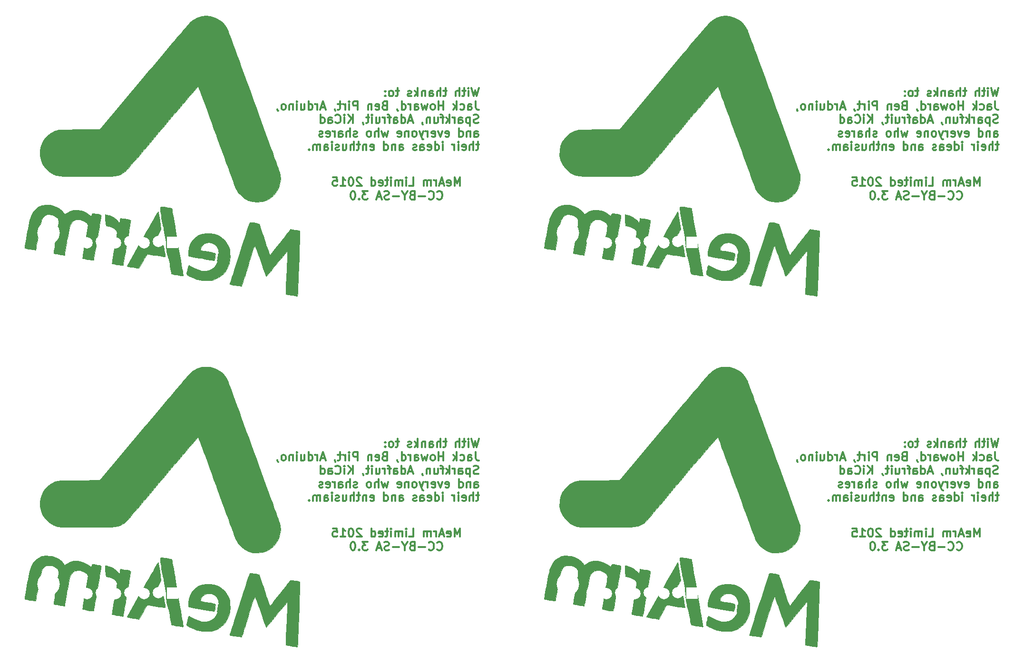
<source format=gbo>
G04 #@! TF.FileFunction,Legend,Bot*
%FSLAX46Y46*%
G04 Gerber Fmt 4.6, Leading zero omitted, Abs format (unit mm)*
G04 Created by KiCad (PCBNEW (2015-01-16 BZR 5376)-product) date 12/06/2015 15:21:38*
%MOMM*%
G01*
G04 APERTURE LIST*
%ADD10C,0.100000*%
%ADD11C,0.300000*%
%ADD12R,1.000000X8.000000*%
%ADD13C,4.000000*%
%ADD14C,0.300000*%
%ADD15C,1.500000*%
%ADD16R,2.032000X1.727200*%
%ADD17O,2.032000X1.727200*%
%ADD18C,4.800600*%
%ADD19R,4.800600X4.800600*%
%ADD20R,1.727200X1.727200*%
%ADD21O,1.727200X1.727200*%
%ADD22C,2.000000*%
%ADD23R,2.000000X2.000000*%
%ADD24R,1.574800X2.286000*%
%ADD25O,1.574800X2.286000*%
G04 APERTURE END LIST*
D10*
D11*
X131162427Y-131219571D02*
X131162427Y-129719571D01*
X130662427Y-130791000D01*
X130162427Y-129719571D01*
X130162427Y-131219571D01*
X128876713Y-131148143D02*
X129019570Y-131219571D01*
X129305284Y-131219571D01*
X129448141Y-131148143D01*
X129519570Y-131005286D01*
X129519570Y-130433857D01*
X129448141Y-130291000D01*
X129305284Y-130219571D01*
X129019570Y-130219571D01*
X128876713Y-130291000D01*
X128805284Y-130433857D01*
X128805284Y-130576714D01*
X129519570Y-130719571D01*
X128233856Y-130791000D02*
X127519570Y-130791000D01*
X128376713Y-131219571D02*
X127876713Y-129719571D01*
X127376713Y-131219571D01*
X126876713Y-131219571D02*
X126876713Y-130219571D01*
X126876713Y-130505286D02*
X126805285Y-130362429D01*
X126733856Y-130291000D01*
X126590999Y-130219571D01*
X126448142Y-130219571D01*
X125948142Y-131219571D02*
X125948142Y-130219571D01*
X125948142Y-130362429D02*
X125876714Y-130291000D01*
X125733856Y-130219571D01*
X125519571Y-130219571D01*
X125376714Y-130291000D01*
X125305285Y-130433857D01*
X125305285Y-131219571D01*
X125305285Y-130433857D02*
X125233856Y-130291000D01*
X125090999Y-130219571D01*
X124876714Y-130219571D01*
X124733856Y-130291000D01*
X124662428Y-130433857D01*
X124662428Y-131219571D01*
X122090999Y-131219571D02*
X122805285Y-131219571D01*
X122805285Y-129719571D01*
X121590999Y-131219571D02*
X121590999Y-130219571D01*
X121590999Y-129719571D02*
X121662428Y-129791000D01*
X121590999Y-129862429D01*
X121519571Y-129791000D01*
X121590999Y-129719571D01*
X121590999Y-129862429D01*
X120876713Y-131219571D02*
X120876713Y-130219571D01*
X120876713Y-130362429D02*
X120805285Y-130291000D01*
X120662427Y-130219571D01*
X120448142Y-130219571D01*
X120305285Y-130291000D01*
X120233856Y-130433857D01*
X120233856Y-131219571D01*
X120233856Y-130433857D02*
X120162427Y-130291000D01*
X120019570Y-130219571D01*
X119805285Y-130219571D01*
X119662427Y-130291000D01*
X119590999Y-130433857D01*
X119590999Y-131219571D01*
X118876713Y-131219571D02*
X118876713Y-130219571D01*
X118876713Y-129719571D02*
X118948142Y-129791000D01*
X118876713Y-129862429D01*
X118805285Y-129791000D01*
X118876713Y-129719571D01*
X118876713Y-129862429D01*
X118376713Y-130219571D02*
X117805284Y-130219571D01*
X118162427Y-129719571D02*
X118162427Y-131005286D01*
X118090999Y-131148143D01*
X117948141Y-131219571D01*
X117805284Y-131219571D01*
X116733856Y-131148143D02*
X116876713Y-131219571D01*
X117162427Y-131219571D01*
X117305284Y-131148143D01*
X117376713Y-131005286D01*
X117376713Y-130433857D01*
X117305284Y-130291000D01*
X117162427Y-130219571D01*
X116876713Y-130219571D01*
X116733856Y-130291000D01*
X116662427Y-130433857D01*
X116662427Y-130576714D01*
X117376713Y-130719571D01*
X115376713Y-131219571D02*
X115376713Y-129719571D01*
X115376713Y-131148143D02*
X115519570Y-131219571D01*
X115805284Y-131219571D01*
X115948142Y-131148143D01*
X116019570Y-131076714D01*
X116090999Y-130933857D01*
X116090999Y-130505286D01*
X116019570Y-130362429D01*
X115948142Y-130291000D01*
X115805284Y-130219571D01*
X115519570Y-130219571D01*
X115376713Y-130291000D01*
X113590999Y-129862429D02*
X113519570Y-129791000D01*
X113376713Y-129719571D01*
X113019570Y-129719571D01*
X112876713Y-129791000D01*
X112805284Y-129862429D01*
X112733856Y-130005286D01*
X112733856Y-130148143D01*
X112805284Y-130362429D01*
X113662427Y-131219571D01*
X112733856Y-131219571D01*
X111805285Y-129719571D02*
X111662428Y-129719571D01*
X111519571Y-129791000D01*
X111448142Y-129862429D01*
X111376713Y-130005286D01*
X111305285Y-130291000D01*
X111305285Y-130648143D01*
X111376713Y-130933857D01*
X111448142Y-131076714D01*
X111519571Y-131148143D01*
X111662428Y-131219571D01*
X111805285Y-131219571D01*
X111948142Y-131148143D01*
X112019571Y-131076714D01*
X112090999Y-130933857D01*
X112162428Y-130648143D01*
X112162428Y-130291000D01*
X112090999Y-130005286D01*
X112019571Y-129862429D01*
X111948142Y-129791000D01*
X111805285Y-129719571D01*
X109876714Y-131219571D02*
X110733857Y-131219571D01*
X110305285Y-131219571D02*
X110305285Y-129719571D01*
X110448142Y-129933857D01*
X110591000Y-130076714D01*
X110733857Y-130148143D01*
X108519571Y-129719571D02*
X109233857Y-129719571D01*
X109305286Y-130433857D01*
X109233857Y-130362429D01*
X109091000Y-130291000D01*
X108733857Y-130291000D01*
X108591000Y-130362429D01*
X108519571Y-130433857D01*
X108448143Y-130576714D01*
X108448143Y-130933857D01*
X108519571Y-131076714D01*
X108591000Y-131148143D01*
X108733857Y-131219571D01*
X109091000Y-131219571D01*
X109233857Y-131148143D01*
X109305286Y-131076714D01*
X127090999Y-133476714D02*
X127162428Y-133548143D01*
X127376714Y-133619571D01*
X127519571Y-133619571D01*
X127733856Y-133548143D01*
X127876714Y-133405286D01*
X127948142Y-133262429D01*
X128019571Y-132976714D01*
X128019571Y-132762429D01*
X127948142Y-132476714D01*
X127876714Y-132333857D01*
X127733856Y-132191000D01*
X127519571Y-132119571D01*
X127376714Y-132119571D01*
X127162428Y-132191000D01*
X127090999Y-132262429D01*
X125590999Y-133476714D02*
X125662428Y-133548143D01*
X125876714Y-133619571D01*
X126019571Y-133619571D01*
X126233856Y-133548143D01*
X126376714Y-133405286D01*
X126448142Y-133262429D01*
X126519571Y-132976714D01*
X126519571Y-132762429D01*
X126448142Y-132476714D01*
X126376714Y-132333857D01*
X126233856Y-132191000D01*
X126019571Y-132119571D01*
X125876714Y-132119571D01*
X125662428Y-132191000D01*
X125590999Y-132262429D01*
X124948142Y-133048143D02*
X123805285Y-133048143D01*
X122590999Y-132833857D02*
X122376713Y-132905286D01*
X122305285Y-132976714D01*
X122233856Y-133119571D01*
X122233856Y-133333857D01*
X122305285Y-133476714D01*
X122376713Y-133548143D01*
X122519571Y-133619571D01*
X123090999Y-133619571D01*
X123090999Y-132119571D01*
X122590999Y-132119571D01*
X122448142Y-132191000D01*
X122376713Y-132262429D01*
X122305285Y-132405286D01*
X122305285Y-132548143D01*
X122376713Y-132691000D01*
X122448142Y-132762429D01*
X122590999Y-132833857D01*
X123090999Y-132833857D01*
X121305285Y-132905286D02*
X121305285Y-133619571D01*
X121805285Y-132119571D02*
X121305285Y-132905286D01*
X120805285Y-132119571D01*
X120305285Y-133048143D02*
X119162428Y-133048143D01*
X118519571Y-133548143D02*
X118305285Y-133619571D01*
X117948142Y-133619571D01*
X117805285Y-133548143D01*
X117733856Y-133476714D01*
X117662428Y-133333857D01*
X117662428Y-133191000D01*
X117733856Y-133048143D01*
X117805285Y-132976714D01*
X117948142Y-132905286D01*
X118233856Y-132833857D01*
X118376714Y-132762429D01*
X118448142Y-132691000D01*
X118519571Y-132548143D01*
X118519571Y-132405286D01*
X118448142Y-132262429D01*
X118376714Y-132191000D01*
X118233856Y-132119571D01*
X117876714Y-132119571D01*
X117662428Y-132191000D01*
X117091000Y-133191000D02*
X116376714Y-133191000D01*
X117233857Y-133619571D02*
X116733857Y-132119571D01*
X116233857Y-133619571D01*
X114733857Y-132119571D02*
X113805286Y-132119571D01*
X114305286Y-132691000D01*
X114091000Y-132691000D01*
X113948143Y-132762429D01*
X113876714Y-132833857D01*
X113805286Y-132976714D01*
X113805286Y-133333857D01*
X113876714Y-133476714D01*
X113948143Y-133548143D01*
X114091000Y-133619571D01*
X114519572Y-133619571D01*
X114662429Y-133548143D01*
X114733857Y-133476714D01*
X113162429Y-133476714D02*
X113091001Y-133548143D01*
X113162429Y-133619571D01*
X113233858Y-133548143D01*
X113162429Y-133476714D01*
X113162429Y-133619571D01*
X112162429Y-132119571D02*
X112019572Y-132119571D01*
X111876715Y-132191000D01*
X111805286Y-132262429D01*
X111733857Y-132405286D01*
X111662429Y-132691000D01*
X111662429Y-133048143D01*
X111733857Y-133333857D01*
X111805286Y-133476714D01*
X111876715Y-133548143D01*
X112019572Y-133619571D01*
X112162429Y-133619571D01*
X112305286Y-133548143D01*
X112376715Y-133476714D01*
X112448143Y-133333857D01*
X112519572Y-133048143D01*
X112519572Y-132691000D01*
X112448143Y-132405286D01*
X112376715Y-132262429D01*
X112305286Y-132191000D01*
X112162429Y-132119571D01*
X134485714Y-113743571D02*
X134128571Y-115243571D01*
X133842857Y-114172143D01*
X133557143Y-115243571D01*
X133200000Y-113743571D01*
X132628571Y-115243571D02*
X132628571Y-114243571D01*
X132628571Y-113743571D02*
X132700000Y-113815000D01*
X132628571Y-113886429D01*
X132557143Y-113815000D01*
X132628571Y-113743571D01*
X132628571Y-113886429D01*
X132128571Y-114243571D02*
X131557142Y-114243571D01*
X131914285Y-113743571D02*
X131914285Y-115029286D01*
X131842857Y-115172143D01*
X131699999Y-115243571D01*
X131557142Y-115243571D01*
X131057142Y-115243571D02*
X131057142Y-113743571D01*
X130414285Y-115243571D02*
X130414285Y-114457857D01*
X130485714Y-114315000D01*
X130628571Y-114243571D01*
X130842856Y-114243571D01*
X130985714Y-114315000D01*
X131057142Y-114386429D01*
X128771428Y-114243571D02*
X128199999Y-114243571D01*
X128557142Y-113743571D02*
X128557142Y-115029286D01*
X128485714Y-115172143D01*
X128342856Y-115243571D01*
X128199999Y-115243571D01*
X127699999Y-115243571D02*
X127699999Y-113743571D01*
X127057142Y-115243571D02*
X127057142Y-114457857D01*
X127128571Y-114315000D01*
X127271428Y-114243571D01*
X127485713Y-114243571D01*
X127628571Y-114315000D01*
X127699999Y-114386429D01*
X125699999Y-115243571D02*
X125699999Y-114457857D01*
X125771428Y-114315000D01*
X125914285Y-114243571D01*
X126199999Y-114243571D01*
X126342856Y-114315000D01*
X125699999Y-115172143D02*
X125842856Y-115243571D01*
X126199999Y-115243571D01*
X126342856Y-115172143D01*
X126414285Y-115029286D01*
X126414285Y-114886429D01*
X126342856Y-114743571D01*
X126199999Y-114672143D01*
X125842856Y-114672143D01*
X125699999Y-114600714D01*
X124985713Y-114243571D02*
X124985713Y-115243571D01*
X124985713Y-114386429D02*
X124914285Y-114315000D01*
X124771427Y-114243571D01*
X124557142Y-114243571D01*
X124414285Y-114315000D01*
X124342856Y-114457857D01*
X124342856Y-115243571D01*
X123628570Y-115243571D02*
X123628570Y-113743571D01*
X123485713Y-114672143D02*
X123057142Y-115243571D01*
X123057142Y-114243571D02*
X123628570Y-114815000D01*
X122485713Y-115172143D02*
X122342856Y-115243571D01*
X122057141Y-115243571D01*
X121914284Y-115172143D01*
X121842856Y-115029286D01*
X121842856Y-114957857D01*
X121914284Y-114815000D01*
X122057141Y-114743571D01*
X122271427Y-114743571D01*
X122414284Y-114672143D01*
X122485713Y-114529286D01*
X122485713Y-114457857D01*
X122414284Y-114315000D01*
X122271427Y-114243571D01*
X122057141Y-114243571D01*
X121914284Y-114315000D01*
X120271427Y-114243571D02*
X119699998Y-114243571D01*
X120057141Y-113743571D02*
X120057141Y-115029286D01*
X119985713Y-115172143D01*
X119842855Y-115243571D01*
X119699998Y-115243571D01*
X118985712Y-115243571D02*
X119128570Y-115172143D01*
X119199998Y-115100714D01*
X119271427Y-114957857D01*
X119271427Y-114529286D01*
X119199998Y-114386429D01*
X119128570Y-114315000D01*
X118985712Y-114243571D01*
X118771427Y-114243571D01*
X118628570Y-114315000D01*
X118557141Y-114386429D01*
X118485712Y-114529286D01*
X118485712Y-114957857D01*
X118557141Y-115100714D01*
X118628570Y-115172143D01*
X118771427Y-115243571D01*
X118985712Y-115243571D01*
X117842855Y-115100714D02*
X117771427Y-115172143D01*
X117842855Y-115243571D01*
X117914284Y-115172143D01*
X117842855Y-115100714D01*
X117842855Y-115243571D01*
X117842855Y-114315000D02*
X117771427Y-114386429D01*
X117842855Y-114457857D01*
X117914284Y-114386429D01*
X117842855Y-114315000D01*
X117842855Y-114457857D01*
X133914286Y-116143571D02*
X133914286Y-117215000D01*
X133985714Y-117429286D01*
X134128571Y-117572143D01*
X134342857Y-117643571D01*
X134485714Y-117643571D01*
X132557143Y-117643571D02*
X132557143Y-116857857D01*
X132628572Y-116715000D01*
X132771429Y-116643571D01*
X133057143Y-116643571D01*
X133200000Y-116715000D01*
X132557143Y-117572143D02*
X132700000Y-117643571D01*
X133057143Y-117643571D01*
X133200000Y-117572143D01*
X133271429Y-117429286D01*
X133271429Y-117286429D01*
X133200000Y-117143571D01*
X133057143Y-117072143D01*
X132700000Y-117072143D01*
X132557143Y-117000714D01*
X131200000Y-117572143D02*
X131342857Y-117643571D01*
X131628571Y-117643571D01*
X131771429Y-117572143D01*
X131842857Y-117500714D01*
X131914286Y-117357857D01*
X131914286Y-116929286D01*
X131842857Y-116786429D01*
X131771429Y-116715000D01*
X131628571Y-116643571D01*
X131342857Y-116643571D01*
X131200000Y-116715000D01*
X130557143Y-117643571D02*
X130557143Y-116143571D01*
X130414286Y-117072143D02*
X129985715Y-117643571D01*
X129985715Y-116643571D02*
X130557143Y-117215000D01*
X128200000Y-117643571D02*
X128200000Y-116143571D01*
X128200000Y-116857857D02*
X127342857Y-116857857D01*
X127342857Y-117643571D02*
X127342857Y-116143571D01*
X126414285Y-117643571D02*
X126557143Y-117572143D01*
X126628571Y-117500714D01*
X126700000Y-117357857D01*
X126700000Y-116929286D01*
X126628571Y-116786429D01*
X126557143Y-116715000D01*
X126414285Y-116643571D01*
X126200000Y-116643571D01*
X126057143Y-116715000D01*
X125985714Y-116786429D01*
X125914285Y-116929286D01*
X125914285Y-117357857D01*
X125985714Y-117500714D01*
X126057143Y-117572143D01*
X126200000Y-117643571D01*
X126414285Y-117643571D01*
X125414285Y-116643571D02*
X125128571Y-117643571D01*
X124842857Y-116929286D01*
X124557142Y-117643571D01*
X124271428Y-116643571D01*
X123057142Y-117643571D02*
X123057142Y-116857857D01*
X123128571Y-116715000D01*
X123271428Y-116643571D01*
X123557142Y-116643571D01*
X123699999Y-116715000D01*
X123057142Y-117572143D02*
X123199999Y-117643571D01*
X123557142Y-117643571D01*
X123699999Y-117572143D01*
X123771428Y-117429286D01*
X123771428Y-117286429D01*
X123699999Y-117143571D01*
X123557142Y-117072143D01*
X123199999Y-117072143D01*
X123057142Y-117000714D01*
X122342856Y-117643571D02*
X122342856Y-116643571D01*
X122342856Y-116929286D02*
X122271428Y-116786429D01*
X122199999Y-116715000D01*
X122057142Y-116643571D01*
X121914285Y-116643571D01*
X120771428Y-117643571D02*
X120771428Y-116143571D01*
X120771428Y-117572143D02*
X120914285Y-117643571D01*
X121199999Y-117643571D01*
X121342857Y-117572143D01*
X121414285Y-117500714D01*
X121485714Y-117357857D01*
X121485714Y-116929286D01*
X121414285Y-116786429D01*
X121342857Y-116715000D01*
X121199999Y-116643571D01*
X120914285Y-116643571D01*
X120771428Y-116715000D01*
X119985714Y-117572143D02*
X119985714Y-117643571D01*
X120057142Y-117786429D01*
X120128571Y-117857857D01*
X117699999Y-116857857D02*
X117485713Y-116929286D01*
X117414285Y-117000714D01*
X117342856Y-117143571D01*
X117342856Y-117357857D01*
X117414285Y-117500714D01*
X117485713Y-117572143D01*
X117628571Y-117643571D01*
X118199999Y-117643571D01*
X118199999Y-116143571D01*
X117699999Y-116143571D01*
X117557142Y-116215000D01*
X117485713Y-116286429D01*
X117414285Y-116429286D01*
X117414285Y-116572143D01*
X117485713Y-116715000D01*
X117557142Y-116786429D01*
X117699999Y-116857857D01*
X118199999Y-116857857D01*
X116128571Y-117572143D02*
X116271428Y-117643571D01*
X116557142Y-117643571D01*
X116699999Y-117572143D01*
X116771428Y-117429286D01*
X116771428Y-116857857D01*
X116699999Y-116715000D01*
X116557142Y-116643571D01*
X116271428Y-116643571D01*
X116128571Y-116715000D01*
X116057142Y-116857857D01*
X116057142Y-117000714D01*
X116771428Y-117143571D01*
X115414285Y-116643571D02*
X115414285Y-117643571D01*
X115414285Y-116786429D02*
X115342857Y-116715000D01*
X115199999Y-116643571D01*
X114985714Y-116643571D01*
X114842857Y-116715000D01*
X114771428Y-116857857D01*
X114771428Y-117643571D01*
X112914285Y-117643571D02*
X112914285Y-116143571D01*
X112342857Y-116143571D01*
X112199999Y-116215000D01*
X112128571Y-116286429D01*
X112057142Y-116429286D01*
X112057142Y-116643571D01*
X112128571Y-116786429D01*
X112199999Y-116857857D01*
X112342857Y-116929286D01*
X112914285Y-116929286D01*
X111414285Y-117643571D02*
X111414285Y-116643571D01*
X111414285Y-116143571D02*
X111485714Y-116215000D01*
X111414285Y-116286429D01*
X111342857Y-116215000D01*
X111414285Y-116143571D01*
X111414285Y-116286429D01*
X110699999Y-117643571D02*
X110699999Y-116643571D01*
X110699999Y-116929286D02*
X110628571Y-116786429D01*
X110557142Y-116715000D01*
X110414285Y-116643571D01*
X110271428Y-116643571D01*
X109985714Y-116643571D02*
X109414285Y-116643571D01*
X109771428Y-116143571D02*
X109771428Y-117429286D01*
X109700000Y-117572143D01*
X109557142Y-117643571D01*
X109414285Y-117643571D01*
X108842857Y-117572143D02*
X108842857Y-117643571D01*
X108914285Y-117786429D01*
X108985714Y-117857857D01*
X107128571Y-117215000D02*
X106414285Y-117215000D01*
X107271428Y-117643571D02*
X106771428Y-116143571D01*
X106271428Y-117643571D01*
X105771428Y-117643571D02*
X105771428Y-116643571D01*
X105771428Y-116929286D02*
X105700000Y-116786429D01*
X105628571Y-116715000D01*
X105485714Y-116643571D01*
X105342857Y-116643571D01*
X104200000Y-117643571D02*
X104200000Y-116143571D01*
X104200000Y-117572143D02*
X104342857Y-117643571D01*
X104628571Y-117643571D01*
X104771429Y-117572143D01*
X104842857Y-117500714D01*
X104914286Y-117357857D01*
X104914286Y-116929286D01*
X104842857Y-116786429D01*
X104771429Y-116715000D01*
X104628571Y-116643571D01*
X104342857Y-116643571D01*
X104200000Y-116715000D01*
X102842857Y-116643571D02*
X102842857Y-117643571D01*
X103485714Y-116643571D02*
X103485714Y-117429286D01*
X103414286Y-117572143D01*
X103271428Y-117643571D01*
X103057143Y-117643571D01*
X102914286Y-117572143D01*
X102842857Y-117500714D01*
X102128571Y-117643571D02*
X102128571Y-116643571D01*
X102128571Y-116143571D02*
X102200000Y-116215000D01*
X102128571Y-116286429D01*
X102057143Y-116215000D01*
X102128571Y-116143571D01*
X102128571Y-116286429D01*
X101414285Y-116643571D02*
X101414285Y-117643571D01*
X101414285Y-116786429D02*
X101342857Y-116715000D01*
X101199999Y-116643571D01*
X100985714Y-116643571D01*
X100842857Y-116715000D01*
X100771428Y-116857857D01*
X100771428Y-117643571D01*
X99842856Y-117643571D02*
X99985714Y-117572143D01*
X100057142Y-117500714D01*
X100128571Y-117357857D01*
X100128571Y-116929286D01*
X100057142Y-116786429D01*
X99985714Y-116715000D01*
X99842856Y-116643571D01*
X99628571Y-116643571D01*
X99485714Y-116715000D01*
X99414285Y-116786429D01*
X99342856Y-116929286D01*
X99342856Y-117357857D01*
X99414285Y-117500714D01*
X99485714Y-117572143D01*
X99628571Y-117643571D01*
X99842856Y-117643571D01*
X98628571Y-117572143D02*
X98628571Y-117643571D01*
X98699999Y-117786429D01*
X98771428Y-117857857D01*
X134414286Y-119972143D02*
X134200000Y-120043571D01*
X133842857Y-120043571D01*
X133700000Y-119972143D01*
X133628571Y-119900714D01*
X133557143Y-119757857D01*
X133557143Y-119615000D01*
X133628571Y-119472143D01*
X133700000Y-119400714D01*
X133842857Y-119329286D01*
X134128571Y-119257857D01*
X134271429Y-119186429D01*
X134342857Y-119115000D01*
X134414286Y-118972143D01*
X134414286Y-118829286D01*
X134342857Y-118686429D01*
X134271429Y-118615000D01*
X134128571Y-118543571D01*
X133771429Y-118543571D01*
X133557143Y-118615000D01*
X132914286Y-119043571D02*
X132914286Y-120543571D01*
X132914286Y-119115000D02*
X132771429Y-119043571D01*
X132485715Y-119043571D01*
X132342858Y-119115000D01*
X132271429Y-119186429D01*
X132200000Y-119329286D01*
X132200000Y-119757857D01*
X132271429Y-119900714D01*
X132342858Y-119972143D01*
X132485715Y-120043571D01*
X132771429Y-120043571D01*
X132914286Y-119972143D01*
X130914286Y-120043571D02*
X130914286Y-119257857D01*
X130985715Y-119115000D01*
X131128572Y-119043571D01*
X131414286Y-119043571D01*
X131557143Y-119115000D01*
X130914286Y-119972143D02*
X131057143Y-120043571D01*
X131414286Y-120043571D01*
X131557143Y-119972143D01*
X131628572Y-119829286D01*
X131628572Y-119686429D01*
X131557143Y-119543571D01*
X131414286Y-119472143D01*
X131057143Y-119472143D01*
X130914286Y-119400714D01*
X130200000Y-120043571D02*
X130200000Y-119043571D01*
X130200000Y-119329286D02*
X130128572Y-119186429D01*
X130057143Y-119115000D01*
X129914286Y-119043571D01*
X129771429Y-119043571D01*
X129271429Y-120043571D02*
X129271429Y-118543571D01*
X129128572Y-119472143D02*
X128700001Y-120043571D01*
X128700001Y-119043571D02*
X129271429Y-119615000D01*
X128271429Y-119043571D02*
X127700000Y-119043571D01*
X128057143Y-120043571D02*
X128057143Y-118757857D01*
X127985715Y-118615000D01*
X127842857Y-118543571D01*
X127700000Y-118543571D01*
X126557143Y-119043571D02*
X126557143Y-120043571D01*
X127200000Y-119043571D02*
X127200000Y-119829286D01*
X127128572Y-119972143D01*
X126985714Y-120043571D01*
X126771429Y-120043571D01*
X126628572Y-119972143D01*
X126557143Y-119900714D01*
X125842857Y-119043571D02*
X125842857Y-120043571D01*
X125842857Y-119186429D02*
X125771429Y-119115000D01*
X125628571Y-119043571D01*
X125414286Y-119043571D01*
X125271429Y-119115000D01*
X125200000Y-119257857D01*
X125200000Y-120043571D01*
X124414286Y-119972143D02*
X124414286Y-120043571D01*
X124485714Y-120186429D01*
X124557143Y-120257857D01*
X122700000Y-119615000D02*
X121985714Y-119615000D01*
X122842857Y-120043571D02*
X122342857Y-118543571D01*
X121842857Y-120043571D01*
X120700000Y-120043571D02*
X120700000Y-118543571D01*
X120700000Y-119972143D02*
X120842857Y-120043571D01*
X121128571Y-120043571D01*
X121271429Y-119972143D01*
X121342857Y-119900714D01*
X121414286Y-119757857D01*
X121414286Y-119329286D01*
X121342857Y-119186429D01*
X121271429Y-119115000D01*
X121128571Y-119043571D01*
X120842857Y-119043571D01*
X120700000Y-119115000D01*
X119342857Y-120043571D02*
X119342857Y-119257857D01*
X119414286Y-119115000D01*
X119557143Y-119043571D01*
X119842857Y-119043571D01*
X119985714Y-119115000D01*
X119342857Y-119972143D02*
X119485714Y-120043571D01*
X119842857Y-120043571D01*
X119985714Y-119972143D01*
X120057143Y-119829286D01*
X120057143Y-119686429D01*
X119985714Y-119543571D01*
X119842857Y-119472143D01*
X119485714Y-119472143D01*
X119342857Y-119400714D01*
X118842857Y-119043571D02*
X118271428Y-119043571D01*
X118628571Y-120043571D02*
X118628571Y-118757857D01*
X118557143Y-118615000D01*
X118414285Y-118543571D01*
X118271428Y-118543571D01*
X117771428Y-120043571D02*
X117771428Y-119043571D01*
X117771428Y-119329286D02*
X117700000Y-119186429D01*
X117628571Y-119115000D01*
X117485714Y-119043571D01*
X117342857Y-119043571D01*
X116200000Y-119043571D02*
X116200000Y-120043571D01*
X116842857Y-119043571D02*
X116842857Y-119829286D01*
X116771429Y-119972143D01*
X116628571Y-120043571D01*
X116414286Y-120043571D01*
X116271429Y-119972143D01*
X116200000Y-119900714D01*
X115485714Y-120043571D02*
X115485714Y-119043571D01*
X115485714Y-118543571D02*
X115557143Y-118615000D01*
X115485714Y-118686429D01*
X115414286Y-118615000D01*
X115485714Y-118543571D01*
X115485714Y-118686429D01*
X114985714Y-119043571D02*
X114414285Y-119043571D01*
X114771428Y-118543571D02*
X114771428Y-119829286D01*
X114700000Y-119972143D01*
X114557142Y-120043571D01*
X114414285Y-120043571D01*
X113842857Y-119972143D02*
X113842857Y-120043571D01*
X113914285Y-120186429D01*
X113985714Y-120257857D01*
X112057142Y-120043571D02*
X112057142Y-118543571D01*
X111199999Y-120043571D02*
X111842856Y-119186429D01*
X111199999Y-118543571D02*
X112057142Y-119400714D01*
X110557142Y-120043571D02*
X110557142Y-119043571D01*
X110557142Y-118543571D02*
X110628571Y-118615000D01*
X110557142Y-118686429D01*
X110485714Y-118615000D01*
X110557142Y-118543571D01*
X110557142Y-118686429D01*
X108985713Y-119900714D02*
X109057142Y-119972143D01*
X109271428Y-120043571D01*
X109414285Y-120043571D01*
X109628570Y-119972143D01*
X109771428Y-119829286D01*
X109842856Y-119686429D01*
X109914285Y-119400714D01*
X109914285Y-119186429D01*
X109842856Y-118900714D01*
X109771428Y-118757857D01*
X109628570Y-118615000D01*
X109414285Y-118543571D01*
X109271428Y-118543571D01*
X109057142Y-118615000D01*
X108985713Y-118686429D01*
X107699999Y-120043571D02*
X107699999Y-119257857D01*
X107771428Y-119115000D01*
X107914285Y-119043571D01*
X108199999Y-119043571D01*
X108342856Y-119115000D01*
X107699999Y-119972143D02*
X107842856Y-120043571D01*
X108199999Y-120043571D01*
X108342856Y-119972143D01*
X108414285Y-119829286D01*
X108414285Y-119686429D01*
X108342856Y-119543571D01*
X108199999Y-119472143D01*
X107842856Y-119472143D01*
X107699999Y-119400714D01*
X106342856Y-120043571D02*
X106342856Y-118543571D01*
X106342856Y-119972143D02*
X106485713Y-120043571D01*
X106771427Y-120043571D01*
X106914285Y-119972143D01*
X106985713Y-119900714D01*
X107057142Y-119757857D01*
X107057142Y-119329286D01*
X106985713Y-119186429D01*
X106914285Y-119115000D01*
X106771427Y-119043571D01*
X106485713Y-119043571D01*
X106342856Y-119115000D01*
X133700000Y-122443571D02*
X133700000Y-121657857D01*
X133771429Y-121515000D01*
X133914286Y-121443571D01*
X134200000Y-121443571D01*
X134342857Y-121515000D01*
X133700000Y-122372143D02*
X133842857Y-122443571D01*
X134200000Y-122443571D01*
X134342857Y-122372143D01*
X134414286Y-122229286D01*
X134414286Y-122086429D01*
X134342857Y-121943571D01*
X134200000Y-121872143D01*
X133842857Y-121872143D01*
X133700000Y-121800714D01*
X132985714Y-121443571D02*
X132985714Y-122443571D01*
X132985714Y-121586429D02*
X132914286Y-121515000D01*
X132771428Y-121443571D01*
X132557143Y-121443571D01*
X132414286Y-121515000D01*
X132342857Y-121657857D01*
X132342857Y-122443571D01*
X130985714Y-122443571D02*
X130985714Y-120943571D01*
X130985714Y-122372143D02*
X131128571Y-122443571D01*
X131414285Y-122443571D01*
X131557143Y-122372143D01*
X131628571Y-122300714D01*
X131700000Y-122157857D01*
X131700000Y-121729286D01*
X131628571Y-121586429D01*
X131557143Y-121515000D01*
X131414285Y-121443571D01*
X131128571Y-121443571D01*
X130985714Y-121515000D01*
X128557143Y-122372143D02*
X128700000Y-122443571D01*
X128985714Y-122443571D01*
X129128571Y-122372143D01*
X129200000Y-122229286D01*
X129200000Y-121657857D01*
X129128571Y-121515000D01*
X128985714Y-121443571D01*
X128700000Y-121443571D01*
X128557143Y-121515000D01*
X128485714Y-121657857D01*
X128485714Y-121800714D01*
X129200000Y-121943571D01*
X127985714Y-121443571D02*
X127628571Y-122443571D01*
X127271429Y-121443571D01*
X126128572Y-122372143D02*
X126271429Y-122443571D01*
X126557143Y-122443571D01*
X126700000Y-122372143D01*
X126771429Y-122229286D01*
X126771429Y-121657857D01*
X126700000Y-121515000D01*
X126557143Y-121443571D01*
X126271429Y-121443571D01*
X126128572Y-121515000D01*
X126057143Y-121657857D01*
X126057143Y-121800714D01*
X126771429Y-121943571D01*
X125414286Y-122443571D02*
X125414286Y-121443571D01*
X125414286Y-121729286D02*
X125342858Y-121586429D01*
X125271429Y-121515000D01*
X125128572Y-121443571D01*
X124985715Y-121443571D01*
X124628572Y-121443571D02*
X124271429Y-122443571D01*
X123914287Y-121443571D02*
X124271429Y-122443571D01*
X124414287Y-122800714D01*
X124485715Y-122872143D01*
X124628572Y-122943571D01*
X123128572Y-122443571D02*
X123271430Y-122372143D01*
X123342858Y-122300714D01*
X123414287Y-122157857D01*
X123414287Y-121729286D01*
X123342858Y-121586429D01*
X123271430Y-121515000D01*
X123128572Y-121443571D01*
X122914287Y-121443571D01*
X122771430Y-121515000D01*
X122700001Y-121586429D01*
X122628572Y-121729286D01*
X122628572Y-122157857D01*
X122700001Y-122300714D01*
X122771430Y-122372143D01*
X122914287Y-122443571D01*
X123128572Y-122443571D01*
X121985715Y-121443571D02*
X121985715Y-122443571D01*
X121985715Y-121586429D02*
X121914287Y-121515000D01*
X121771429Y-121443571D01*
X121557144Y-121443571D01*
X121414287Y-121515000D01*
X121342858Y-121657857D01*
X121342858Y-122443571D01*
X120057144Y-122372143D02*
X120200001Y-122443571D01*
X120485715Y-122443571D01*
X120628572Y-122372143D01*
X120700001Y-122229286D01*
X120700001Y-121657857D01*
X120628572Y-121515000D01*
X120485715Y-121443571D01*
X120200001Y-121443571D01*
X120057144Y-121515000D01*
X119985715Y-121657857D01*
X119985715Y-121800714D01*
X120700001Y-121943571D01*
X118342858Y-121443571D02*
X118057144Y-122443571D01*
X117771430Y-121729286D01*
X117485715Y-122443571D01*
X117200001Y-121443571D01*
X116628572Y-122443571D02*
X116628572Y-120943571D01*
X115985715Y-122443571D02*
X115985715Y-121657857D01*
X116057144Y-121515000D01*
X116200001Y-121443571D01*
X116414286Y-121443571D01*
X116557144Y-121515000D01*
X116628572Y-121586429D01*
X115057143Y-122443571D02*
X115200001Y-122372143D01*
X115271429Y-122300714D01*
X115342858Y-122157857D01*
X115342858Y-121729286D01*
X115271429Y-121586429D01*
X115200001Y-121515000D01*
X115057143Y-121443571D01*
X114842858Y-121443571D01*
X114700001Y-121515000D01*
X114628572Y-121586429D01*
X114557143Y-121729286D01*
X114557143Y-122157857D01*
X114628572Y-122300714D01*
X114700001Y-122372143D01*
X114842858Y-122443571D01*
X115057143Y-122443571D01*
X112842858Y-122372143D02*
X112700001Y-122443571D01*
X112414286Y-122443571D01*
X112271429Y-122372143D01*
X112200001Y-122229286D01*
X112200001Y-122157857D01*
X112271429Y-122015000D01*
X112414286Y-121943571D01*
X112628572Y-121943571D01*
X112771429Y-121872143D01*
X112842858Y-121729286D01*
X112842858Y-121657857D01*
X112771429Y-121515000D01*
X112628572Y-121443571D01*
X112414286Y-121443571D01*
X112271429Y-121515000D01*
X111557143Y-122443571D02*
X111557143Y-120943571D01*
X110914286Y-122443571D02*
X110914286Y-121657857D01*
X110985715Y-121515000D01*
X111128572Y-121443571D01*
X111342857Y-121443571D01*
X111485715Y-121515000D01*
X111557143Y-121586429D01*
X109557143Y-122443571D02*
X109557143Y-121657857D01*
X109628572Y-121515000D01*
X109771429Y-121443571D01*
X110057143Y-121443571D01*
X110200000Y-121515000D01*
X109557143Y-122372143D02*
X109700000Y-122443571D01*
X110057143Y-122443571D01*
X110200000Y-122372143D01*
X110271429Y-122229286D01*
X110271429Y-122086429D01*
X110200000Y-121943571D01*
X110057143Y-121872143D01*
X109700000Y-121872143D01*
X109557143Y-121800714D01*
X108842857Y-122443571D02*
X108842857Y-121443571D01*
X108842857Y-121729286D02*
X108771429Y-121586429D01*
X108700000Y-121515000D01*
X108557143Y-121443571D01*
X108414286Y-121443571D01*
X107342858Y-122372143D02*
X107485715Y-122443571D01*
X107771429Y-122443571D01*
X107914286Y-122372143D01*
X107985715Y-122229286D01*
X107985715Y-121657857D01*
X107914286Y-121515000D01*
X107771429Y-121443571D01*
X107485715Y-121443571D01*
X107342858Y-121515000D01*
X107271429Y-121657857D01*
X107271429Y-121800714D01*
X107985715Y-121943571D01*
X106700001Y-122372143D02*
X106557144Y-122443571D01*
X106271429Y-122443571D01*
X106128572Y-122372143D01*
X106057144Y-122229286D01*
X106057144Y-122157857D01*
X106128572Y-122015000D01*
X106271429Y-121943571D01*
X106485715Y-121943571D01*
X106628572Y-121872143D01*
X106700001Y-121729286D01*
X106700001Y-121657857D01*
X106628572Y-121515000D01*
X106485715Y-121443571D01*
X106271429Y-121443571D01*
X106128572Y-121515000D01*
X134557143Y-123843571D02*
X133985714Y-123843571D01*
X134342857Y-123343571D02*
X134342857Y-124629286D01*
X134271429Y-124772143D01*
X134128571Y-124843571D01*
X133985714Y-124843571D01*
X133485714Y-124843571D02*
X133485714Y-123343571D01*
X132842857Y-124843571D02*
X132842857Y-124057857D01*
X132914286Y-123915000D01*
X133057143Y-123843571D01*
X133271428Y-123843571D01*
X133414286Y-123915000D01*
X133485714Y-123986429D01*
X131557143Y-124772143D02*
X131700000Y-124843571D01*
X131985714Y-124843571D01*
X132128571Y-124772143D01*
X132200000Y-124629286D01*
X132200000Y-124057857D01*
X132128571Y-123915000D01*
X131985714Y-123843571D01*
X131700000Y-123843571D01*
X131557143Y-123915000D01*
X131485714Y-124057857D01*
X131485714Y-124200714D01*
X132200000Y-124343571D01*
X130842857Y-124843571D02*
X130842857Y-123843571D01*
X130842857Y-123343571D02*
X130914286Y-123415000D01*
X130842857Y-123486429D01*
X130771429Y-123415000D01*
X130842857Y-123343571D01*
X130842857Y-123486429D01*
X130128571Y-124843571D02*
X130128571Y-123843571D01*
X130128571Y-124129286D02*
X130057143Y-123986429D01*
X129985714Y-123915000D01*
X129842857Y-123843571D01*
X129700000Y-123843571D01*
X128057143Y-124843571D02*
X128057143Y-123843571D01*
X128057143Y-123343571D02*
X128128572Y-123415000D01*
X128057143Y-123486429D01*
X127985715Y-123415000D01*
X128057143Y-123343571D01*
X128057143Y-123486429D01*
X126700000Y-124843571D02*
X126700000Y-123343571D01*
X126700000Y-124772143D02*
X126842857Y-124843571D01*
X127128571Y-124843571D01*
X127271429Y-124772143D01*
X127342857Y-124700714D01*
X127414286Y-124557857D01*
X127414286Y-124129286D01*
X127342857Y-123986429D01*
X127271429Y-123915000D01*
X127128571Y-123843571D01*
X126842857Y-123843571D01*
X126700000Y-123915000D01*
X125414286Y-124772143D02*
X125557143Y-124843571D01*
X125842857Y-124843571D01*
X125985714Y-124772143D01*
X126057143Y-124629286D01*
X126057143Y-124057857D01*
X125985714Y-123915000D01*
X125842857Y-123843571D01*
X125557143Y-123843571D01*
X125414286Y-123915000D01*
X125342857Y-124057857D01*
X125342857Y-124200714D01*
X126057143Y-124343571D01*
X124057143Y-124843571D02*
X124057143Y-124057857D01*
X124128572Y-123915000D01*
X124271429Y-123843571D01*
X124557143Y-123843571D01*
X124700000Y-123915000D01*
X124057143Y-124772143D02*
X124200000Y-124843571D01*
X124557143Y-124843571D01*
X124700000Y-124772143D01*
X124771429Y-124629286D01*
X124771429Y-124486429D01*
X124700000Y-124343571D01*
X124557143Y-124272143D01*
X124200000Y-124272143D01*
X124057143Y-124200714D01*
X123414286Y-124772143D02*
X123271429Y-124843571D01*
X122985714Y-124843571D01*
X122842857Y-124772143D01*
X122771429Y-124629286D01*
X122771429Y-124557857D01*
X122842857Y-124415000D01*
X122985714Y-124343571D01*
X123200000Y-124343571D01*
X123342857Y-124272143D01*
X123414286Y-124129286D01*
X123414286Y-124057857D01*
X123342857Y-123915000D01*
X123200000Y-123843571D01*
X122985714Y-123843571D01*
X122842857Y-123915000D01*
X120342857Y-124843571D02*
X120342857Y-124057857D01*
X120414286Y-123915000D01*
X120557143Y-123843571D01*
X120842857Y-123843571D01*
X120985714Y-123915000D01*
X120342857Y-124772143D02*
X120485714Y-124843571D01*
X120842857Y-124843571D01*
X120985714Y-124772143D01*
X121057143Y-124629286D01*
X121057143Y-124486429D01*
X120985714Y-124343571D01*
X120842857Y-124272143D01*
X120485714Y-124272143D01*
X120342857Y-124200714D01*
X119628571Y-123843571D02*
X119628571Y-124843571D01*
X119628571Y-123986429D02*
X119557143Y-123915000D01*
X119414285Y-123843571D01*
X119200000Y-123843571D01*
X119057143Y-123915000D01*
X118985714Y-124057857D01*
X118985714Y-124843571D01*
X117628571Y-124843571D02*
X117628571Y-123343571D01*
X117628571Y-124772143D02*
X117771428Y-124843571D01*
X118057142Y-124843571D01*
X118200000Y-124772143D01*
X118271428Y-124700714D01*
X118342857Y-124557857D01*
X118342857Y-124129286D01*
X118271428Y-123986429D01*
X118200000Y-123915000D01*
X118057142Y-123843571D01*
X117771428Y-123843571D01*
X117628571Y-123915000D01*
X115200000Y-124772143D02*
X115342857Y-124843571D01*
X115628571Y-124843571D01*
X115771428Y-124772143D01*
X115842857Y-124629286D01*
X115842857Y-124057857D01*
X115771428Y-123915000D01*
X115628571Y-123843571D01*
X115342857Y-123843571D01*
X115200000Y-123915000D01*
X115128571Y-124057857D01*
X115128571Y-124200714D01*
X115842857Y-124343571D01*
X114485714Y-123843571D02*
X114485714Y-124843571D01*
X114485714Y-123986429D02*
X114414286Y-123915000D01*
X114271428Y-123843571D01*
X114057143Y-123843571D01*
X113914286Y-123915000D01*
X113842857Y-124057857D01*
X113842857Y-124843571D01*
X113342857Y-123843571D02*
X112771428Y-123843571D01*
X113128571Y-123343571D02*
X113128571Y-124629286D01*
X113057143Y-124772143D01*
X112914285Y-124843571D01*
X112771428Y-124843571D01*
X112271428Y-124843571D02*
X112271428Y-123343571D01*
X111628571Y-124843571D02*
X111628571Y-124057857D01*
X111700000Y-123915000D01*
X111842857Y-123843571D01*
X112057142Y-123843571D01*
X112200000Y-123915000D01*
X112271428Y-123986429D01*
X110271428Y-123843571D02*
X110271428Y-124843571D01*
X110914285Y-123843571D02*
X110914285Y-124629286D01*
X110842857Y-124772143D01*
X110699999Y-124843571D01*
X110485714Y-124843571D01*
X110342857Y-124772143D01*
X110271428Y-124700714D01*
X109628571Y-124772143D02*
X109485714Y-124843571D01*
X109199999Y-124843571D01*
X109057142Y-124772143D01*
X108985714Y-124629286D01*
X108985714Y-124557857D01*
X109057142Y-124415000D01*
X109199999Y-124343571D01*
X109414285Y-124343571D01*
X109557142Y-124272143D01*
X109628571Y-124129286D01*
X109628571Y-124057857D01*
X109557142Y-123915000D01*
X109414285Y-123843571D01*
X109199999Y-123843571D01*
X109057142Y-123915000D01*
X108342856Y-124843571D02*
X108342856Y-123843571D01*
X108342856Y-123343571D02*
X108414285Y-123415000D01*
X108342856Y-123486429D01*
X108271428Y-123415000D01*
X108342856Y-123343571D01*
X108342856Y-123486429D01*
X106985713Y-124843571D02*
X106985713Y-124057857D01*
X107057142Y-123915000D01*
X107199999Y-123843571D01*
X107485713Y-123843571D01*
X107628570Y-123915000D01*
X106985713Y-124772143D02*
X107128570Y-124843571D01*
X107485713Y-124843571D01*
X107628570Y-124772143D01*
X107699999Y-124629286D01*
X107699999Y-124486429D01*
X107628570Y-124343571D01*
X107485713Y-124272143D01*
X107128570Y-124272143D01*
X106985713Y-124200714D01*
X106271427Y-124843571D02*
X106271427Y-123843571D01*
X106271427Y-123986429D02*
X106199999Y-123915000D01*
X106057141Y-123843571D01*
X105842856Y-123843571D01*
X105699999Y-123915000D01*
X105628570Y-124057857D01*
X105628570Y-124843571D01*
X105628570Y-124057857D02*
X105557141Y-123915000D01*
X105414284Y-123843571D01*
X105199999Y-123843571D01*
X105057141Y-123915000D01*
X104985713Y-124057857D01*
X104985713Y-124843571D01*
X104271427Y-124700714D02*
X104199999Y-124772143D01*
X104271427Y-124843571D01*
X104342856Y-124772143D01*
X104271427Y-124700714D01*
X104271427Y-124843571D01*
X226985714Y-113743571D02*
X226628571Y-115243571D01*
X226342857Y-114172143D01*
X226057143Y-115243571D01*
X225700000Y-113743571D01*
X225128571Y-115243571D02*
X225128571Y-114243571D01*
X225128571Y-113743571D02*
X225200000Y-113815000D01*
X225128571Y-113886429D01*
X225057143Y-113815000D01*
X225128571Y-113743571D01*
X225128571Y-113886429D01*
X224628571Y-114243571D02*
X224057142Y-114243571D01*
X224414285Y-113743571D02*
X224414285Y-115029286D01*
X224342857Y-115172143D01*
X224199999Y-115243571D01*
X224057142Y-115243571D01*
X223557142Y-115243571D02*
X223557142Y-113743571D01*
X222914285Y-115243571D02*
X222914285Y-114457857D01*
X222985714Y-114315000D01*
X223128571Y-114243571D01*
X223342856Y-114243571D01*
X223485714Y-114315000D01*
X223557142Y-114386429D01*
X221271428Y-114243571D02*
X220699999Y-114243571D01*
X221057142Y-113743571D02*
X221057142Y-115029286D01*
X220985714Y-115172143D01*
X220842856Y-115243571D01*
X220699999Y-115243571D01*
X220199999Y-115243571D02*
X220199999Y-113743571D01*
X219557142Y-115243571D02*
X219557142Y-114457857D01*
X219628571Y-114315000D01*
X219771428Y-114243571D01*
X219985713Y-114243571D01*
X220128571Y-114315000D01*
X220199999Y-114386429D01*
X218199999Y-115243571D02*
X218199999Y-114457857D01*
X218271428Y-114315000D01*
X218414285Y-114243571D01*
X218699999Y-114243571D01*
X218842856Y-114315000D01*
X218199999Y-115172143D02*
X218342856Y-115243571D01*
X218699999Y-115243571D01*
X218842856Y-115172143D01*
X218914285Y-115029286D01*
X218914285Y-114886429D01*
X218842856Y-114743571D01*
X218699999Y-114672143D01*
X218342856Y-114672143D01*
X218199999Y-114600714D01*
X217485713Y-114243571D02*
X217485713Y-115243571D01*
X217485713Y-114386429D02*
X217414285Y-114315000D01*
X217271427Y-114243571D01*
X217057142Y-114243571D01*
X216914285Y-114315000D01*
X216842856Y-114457857D01*
X216842856Y-115243571D01*
X216128570Y-115243571D02*
X216128570Y-113743571D01*
X215985713Y-114672143D02*
X215557142Y-115243571D01*
X215557142Y-114243571D02*
X216128570Y-114815000D01*
X214985713Y-115172143D02*
X214842856Y-115243571D01*
X214557141Y-115243571D01*
X214414284Y-115172143D01*
X214342856Y-115029286D01*
X214342856Y-114957857D01*
X214414284Y-114815000D01*
X214557141Y-114743571D01*
X214771427Y-114743571D01*
X214914284Y-114672143D01*
X214985713Y-114529286D01*
X214985713Y-114457857D01*
X214914284Y-114315000D01*
X214771427Y-114243571D01*
X214557141Y-114243571D01*
X214414284Y-114315000D01*
X212771427Y-114243571D02*
X212199998Y-114243571D01*
X212557141Y-113743571D02*
X212557141Y-115029286D01*
X212485713Y-115172143D01*
X212342855Y-115243571D01*
X212199998Y-115243571D01*
X211485712Y-115243571D02*
X211628570Y-115172143D01*
X211699998Y-115100714D01*
X211771427Y-114957857D01*
X211771427Y-114529286D01*
X211699998Y-114386429D01*
X211628570Y-114315000D01*
X211485712Y-114243571D01*
X211271427Y-114243571D01*
X211128570Y-114315000D01*
X211057141Y-114386429D01*
X210985712Y-114529286D01*
X210985712Y-114957857D01*
X211057141Y-115100714D01*
X211128570Y-115172143D01*
X211271427Y-115243571D01*
X211485712Y-115243571D01*
X210342855Y-115100714D02*
X210271427Y-115172143D01*
X210342855Y-115243571D01*
X210414284Y-115172143D01*
X210342855Y-115100714D01*
X210342855Y-115243571D01*
X210342855Y-114315000D02*
X210271427Y-114386429D01*
X210342855Y-114457857D01*
X210414284Y-114386429D01*
X210342855Y-114315000D01*
X210342855Y-114457857D01*
X226414286Y-116143571D02*
X226414286Y-117215000D01*
X226485714Y-117429286D01*
X226628571Y-117572143D01*
X226842857Y-117643571D01*
X226985714Y-117643571D01*
X225057143Y-117643571D02*
X225057143Y-116857857D01*
X225128572Y-116715000D01*
X225271429Y-116643571D01*
X225557143Y-116643571D01*
X225700000Y-116715000D01*
X225057143Y-117572143D02*
X225200000Y-117643571D01*
X225557143Y-117643571D01*
X225700000Y-117572143D01*
X225771429Y-117429286D01*
X225771429Y-117286429D01*
X225700000Y-117143571D01*
X225557143Y-117072143D01*
X225200000Y-117072143D01*
X225057143Y-117000714D01*
X223700000Y-117572143D02*
X223842857Y-117643571D01*
X224128571Y-117643571D01*
X224271429Y-117572143D01*
X224342857Y-117500714D01*
X224414286Y-117357857D01*
X224414286Y-116929286D01*
X224342857Y-116786429D01*
X224271429Y-116715000D01*
X224128571Y-116643571D01*
X223842857Y-116643571D01*
X223700000Y-116715000D01*
X223057143Y-117643571D02*
X223057143Y-116143571D01*
X222914286Y-117072143D02*
X222485715Y-117643571D01*
X222485715Y-116643571D02*
X223057143Y-117215000D01*
X220700000Y-117643571D02*
X220700000Y-116143571D01*
X220700000Y-116857857D02*
X219842857Y-116857857D01*
X219842857Y-117643571D02*
X219842857Y-116143571D01*
X218914285Y-117643571D02*
X219057143Y-117572143D01*
X219128571Y-117500714D01*
X219200000Y-117357857D01*
X219200000Y-116929286D01*
X219128571Y-116786429D01*
X219057143Y-116715000D01*
X218914285Y-116643571D01*
X218700000Y-116643571D01*
X218557143Y-116715000D01*
X218485714Y-116786429D01*
X218414285Y-116929286D01*
X218414285Y-117357857D01*
X218485714Y-117500714D01*
X218557143Y-117572143D01*
X218700000Y-117643571D01*
X218914285Y-117643571D01*
X217914285Y-116643571D02*
X217628571Y-117643571D01*
X217342857Y-116929286D01*
X217057142Y-117643571D01*
X216771428Y-116643571D01*
X215557142Y-117643571D02*
X215557142Y-116857857D01*
X215628571Y-116715000D01*
X215771428Y-116643571D01*
X216057142Y-116643571D01*
X216199999Y-116715000D01*
X215557142Y-117572143D02*
X215699999Y-117643571D01*
X216057142Y-117643571D01*
X216199999Y-117572143D01*
X216271428Y-117429286D01*
X216271428Y-117286429D01*
X216199999Y-117143571D01*
X216057142Y-117072143D01*
X215699999Y-117072143D01*
X215557142Y-117000714D01*
X214842856Y-117643571D02*
X214842856Y-116643571D01*
X214842856Y-116929286D02*
X214771428Y-116786429D01*
X214699999Y-116715000D01*
X214557142Y-116643571D01*
X214414285Y-116643571D01*
X213271428Y-117643571D02*
X213271428Y-116143571D01*
X213271428Y-117572143D02*
X213414285Y-117643571D01*
X213699999Y-117643571D01*
X213842857Y-117572143D01*
X213914285Y-117500714D01*
X213985714Y-117357857D01*
X213985714Y-116929286D01*
X213914285Y-116786429D01*
X213842857Y-116715000D01*
X213699999Y-116643571D01*
X213414285Y-116643571D01*
X213271428Y-116715000D01*
X212485714Y-117572143D02*
X212485714Y-117643571D01*
X212557142Y-117786429D01*
X212628571Y-117857857D01*
X210199999Y-116857857D02*
X209985713Y-116929286D01*
X209914285Y-117000714D01*
X209842856Y-117143571D01*
X209842856Y-117357857D01*
X209914285Y-117500714D01*
X209985713Y-117572143D01*
X210128571Y-117643571D01*
X210699999Y-117643571D01*
X210699999Y-116143571D01*
X210199999Y-116143571D01*
X210057142Y-116215000D01*
X209985713Y-116286429D01*
X209914285Y-116429286D01*
X209914285Y-116572143D01*
X209985713Y-116715000D01*
X210057142Y-116786429D01*
X210199999Y-116857857D01*
X210699999Y-116857857D01*
X208628571Y-117572143D02*
X208771428Y-117643571D01*
X209057142Y-117643571D01*
X209199999Y-117572143D01*
X209271428Y-117429286D01*
X209271428Y-116857857D01*
X209199999Y-116715000D01*
X209057142Y-116643571D01*
X208771428Y-116643571D01*
X208628571Y-116715000D01*
X208557142Y-116857857D01*
X208557142Y-117000714D01*
X209271428Y-117143571D01*
X207914285Y-116643571D02*
X207914285Y-117643571D01*
X207914285Y-116786429D02*
X207842857Y-116715000D01*
X207699999Y-116643571D01*
X207485714Y-116643571D01*
X207342857Y-116715000D01*
X207271428Y-116857857D01*
X207271428Y-117643571D01*
X205414285Y-117643571D02*
X205414285Y-116143571D01*
X204842857Y-116143571D01*
X204699999Y-116215000D01*
X204628571Y-116286429D01*
X204557142Y-116429286D01*
X204557142Y-116643571D01*
X204628571Y-116786429D01*
X204699999Y-116857857D01*
X204842857Y-116929286D01*
X205414285Y-116929286D01*
X203914285Y-117643571D02*
X203914285Y-116643571D01*
X203914285Y-116143571D02*
X203985714Y-116215000D01*
X203914285Y-116286429D01*
X203842857Y-116215000D01*
X203914285Y-116143571D01*
X203914285Y-116286429D01*
X203199999Y-117643571D02*
X203199999Y-116643571D01*
X203199999Y-116929286D02*
X203128571Y-116786429D01*
X203057142Y-116715000D01*
X202914285Y-116643571D01*
X202771428Y-116643571D01*
X202485714Y-116643571D02*
X201914285Y-116643571D01*
X202271428Y-116143571D02*
X202271428Y-117429286D01*
X202200000Y-117572143D01*
X202057142Y-117643571D01*
X201914285Y-117643571D01*
X201342857Y-117572143D02*
X201342857Y-117643571D01*
X201414285Y-117786429D01*
X201485714Y-117857857D01*
X199628571Y-117215000D02*
X198914285Y-117215000D01*
X199771428Y-117643571D02*
X199271428Y-116143571D01*
X198771428Y-117643571D01*
X198271428Y-117643571D02*
X198271428Y-116643571D01*
X198271428Y-116929286D02*
X198200000Y-116786429D01*
X198128571Y-116715000D01*
X197985714Y-116643571D01*
X197842857Y-116643571D01*
X196700000Y-117643571D02*
X196700000Y-116143571D01*
X196700000Y-117572143D02*
X196842857Y-117643571D01*
X197128571Y-117643571D01*
X197271429Y-117572143D01*
X197342857Y-117500714D01*
X197414286Y-117357857D01*
X197414286Y-116929286D01*
X197342857Y-116786429D01*
X197271429Y-116715000D01*
X197128571Y-116643571D01*
X196842857Y-116643571D01*
X196700000Y-116715000D01*
X195342857Y-116643571D02*
X195342857Y-117643571D01*
X195985714Y-116643571D02*
X195985714Y-117429286D01*
X195914286Y-117572143D01*
X195771428Y-117643571D01*
X195557143Y-117643571D01*
X195414286Y-117572143D01*
X195342857Y-117500714D01*
X194628571Y-117643571D02*
X194628571Y-116643571D01*
X194628571Y-116143571D02*
X194700000Y-116215000D01*
X194628571Y-116286429D01*
X194557143Y-116215000D01*
X194628571Y-116143571D01*
X194628571Y-116286429D01*
X193914285Y-116643571D02*
X193914285Y-117643571D01*
X193914285Y-116786429D02*
X193842857Y-116715000D01*
X193699999Y-116643571D01*
X193485714Y-116643571D01*
X193342857Y-116715000D01*
X193271428Y-116857857D01*
X193271428Y-117643571D01*
X192342856Y-117643571D02*
X192485714Y-117572143D01*
X192557142Y-117500714D01*
X192628571Y-117357857D01*
X192628571Y-116929286D01*
X192557142Y-116786429D01*
X192485714Y-116715000D01*
X192342856Y-116643571D01*
X192128571Y-116643571D01*
X191985714Y-116715000D01*
X191914285Y-116786429D01*
X191842856Y-116929286D01*
X191842856Y-117357857D01*
X191914285Y-117500714D01*
X191985714Y-117572143D01*
X192128571Y-117643571D01*
X192342856Y-117643571D01*
X191128571Y-117572143D02*
X191128571Y-117643571D01*
X191199999Y-117786429D01*
X191271428Y-117857857D01*
X226914286Y-119972143D02*
X226700000Y-120043571D01*
X226342857Y-120043571D01*
X226200000Y-119972143D01*
X226128571Y-119900714D01*
X226057143Y-119757857D01*
X226057143Y-119615000D01*
X226128571Y-119472143D01*
X226200000Y-119400714D01*
X226342857Y-119329286D01*
X226628571Y-119257857D01*
X226771429Y-119186429D01*
X226842857Y-119115000D01*
X226914286Y-118972143D01*
X226914286Y-118829286D01*
X226842857Y-118686429D01*
X226771429Y-118615000D01*
X226628571Y-118543571D01*
X226271429Y-118543571D01*
X226057143Y-118615000D01*
X225414286Y-119043571D02*
X225414286Y-120543571D01*
X225414286Y-119115000D02*
X225271429Y-119043571D01*
X224985715Y-119043571D01*
X224842858Y-119115000D01*
X224771429Y-119186429D01*
X224700000Y-119329286D01*
X224700000Y-119757857D01*
X224771429Y-119900714D01*
X224842858Y-119972143D01*
X224985715Y-120043571D01*
X225271429Y-120043571D01*
X225414286Y-119972143D01*
X223414286Y-120043571D02*
X223414286Y-119257857D01*
X223485715Y-119115000D01*
X223628572Y-119043571D01*
X223914286Y-119043571D01*
X224057143Y-119115000D01*
X223414286Y-119972143D02*
X223557143Y-120043571D01*
X223914286Y-120043571D01*
X224057143Y-119972143D01*
X224128572Y-119829286D01*
X224128572Y-119686429D01*
X224057143Y-119543571D01*
X223914286Y-119472143D01*
X223557143Y-119472143D01*
X223414286Y-119400714D01*
X222700000Y-120043571D02*
X222700000Y-119043571D01*
X222700000Y-119329286D02*
X222628572Y-119186429D01*
X222557143Y-119115000D01*
X222414286Y-119043571D01*
X222271429Y-119043571D01*
X221771429Y-120043571D02*
X221771429Y-118543571D01*
X221628572Y-119472143D02*
X221200001Y-120043571D01*
X221200001Y-119043571D02*
X221771429Y-119615000D01*
X220771429Y-119043571D02*
X220200000Y-119043571D01*
X220557143Y-120043571D02*
X220557143Y-118757857D01*
X220485715Y-118615000D01*
X220342857Y-118543571D01*
X220200000Y-118543571D01*
X219057143Y-119043571D02*
X219057143Y-120043571D01*
X219700000Y-119043571D02*
X219700000Y-119829286D01*
X219628572Y-119972143D01*
X219485714Y-120043571D01*
X219271429Y-120043571D01*
X219128572Y-119972143D01*
X219057143Y-119900714D01*
X218342857Y-119043571D02*
X218342857Y-120043571D01*
X218342857Y-119186429D02*
X218271429Y-119115000D01*
X218128571Y-119043571D01*
X217914286Y-119043571D01*
X217771429Y-119115000D01*
X217700000Y-119257857D01*
X217700000Y-120043571D01*
X216914286Y-119972143D02*
X216914286Y-120043571D01*
X216985714Y-120186429D01*
X217057143Y-120257857D01*
X215200000Y-119615000D02*
X214485714Y-119615000D01*
X215342857Y-120043571D02*
X214842857Y-118543571D01*
X214342857Y-120043571D01*
X213200000Y-120043571D02*
X213200000Y-118543571D01*
X213200000Y-119972143D02*
X213342857Y-120043571D01*
X213628571Y-120043571D01*
X213771429Y-119972143D01*
X213842857Y-119900714D01*
X213914286Y-119757857D01*
X213914286Y-119329286D01*
X213842857Y-119186429D01*
X213771429Y-119115000D01*
X213628571Y-119043571D01*
X213342857Y-119043571D01*
X213200000Y-119115000D01*
X211842857Y-120043571D02*
X211842857Y-119257857D01*
X211914286Y-119115000D01*
X212057143Y-119043571D01*
X212342857Y-119043571D01*
X212485714Y-119115000D01*
X211842857Y-119972143D02*
X211985714Y-120043571D01*
X212342857Y-120043571D01*
X212485714Y-119972143D01*
X212557143Y-119829286D01*
X212557143Y-119686429D01*
X212485714Y-119543571D01*
X212342857Y-119472143D01*
X211985714Y-119472143D01*
X211842857Y-119400714D01*
X211342857Y-119043571D02*
X210771428Y-119043571D01*
X211128571Y-120043571D02*
X211128571Y-118757857D01*
X211057143Y-118615000D01*
X210914285Y-118543571D01*
X210771428Y-118543571D01*
X210271428Y-120043571D02*
X210271428Y-119043571D01*
X210271428Y-119329286D02*
X210200000Y-119186429D01*
X210128571Y-119115000D01*
X209985714Y-119043571D01*
X209842857Y-119043571D01*
X208700000Y-119043571D02*
X208700000Y-120043571D01*
X209342857Y-119043571D02*
X209342857Y-119829286D01*
X209271429Y-119972143D01*
X209128571Y-120043571D01*
X208914286Y-120043571D01*
X208771429Y-119972143D01*
X208700000Y-119900714D01*
X207985714Y-120043571D02*
X207985714Y-119043571D01*
X207985714Y-118543571D02*
X208057143Y-118615000D01*
X207985714Y-118686429D01*
X207914286Y-118615000D01*
X207985714Y-118543571D01*
X207985714Y-118686429D01*
X207485714Y-119043571D02*
X206914285Y-119043571D01*
X207271428Y-118543571D02*
X207271428Y-119829286D01*
X207200000Y-119972143D01*
X207057142Y-120043571D01*
X206914285Y-120043571D01*
X206342857Y-119972143D02*
X206342857Y-120043571D01*
X206414285Y-120186429D01*
X206485714Y-120257857D01*
X204557142Y-120043571D02*
X204557142Y-118543571D01*
X203699999Y-120043571D02*
X204342856Y-119186429D01*
X203699999Y-118543571D02*
X204557142Y-119400714D01*
X203057142Y-120043571D02*
X203057142Y-119043571D01*
X203057142Y-118543571D02*
X203128571Y-118615000D01*
X203057142Y-118686429D01*
X202985714Y-118615000D01*
X203057142Y-118543571D01*
X203057142Y-118686429D01*
X201485713Y-119900714D02*
X201557142Y-119972143D01*
X201771428Y-120043571D01*
X201914285Y-120043571D01*
X202128570Y-119972143D01*
X202271428Y-119829286D01*
X202342856Y-119686429D01*
X202414285Y-119400714D01*
X202414285Y-119186429D01*
X202342856Y-118900714D01*
X202271428Y-118757857D01*
X202128570Y-118615000D01*
X201914285Y-118543571D01*
X201771428Y-118543571D01*
X201557142Y-118615000D01*
X201485713Y-118686429D01*
X200199999Y-120043571D02*
X200199999Y-119257857D01*
X200271428Y-119115000D01*
X200414285Y-119043571D01*
X200699999Y-119043571D01*
X200842856Y-119115000D01*
X200199999Y-119972143D02*
X200342856Y-120043571D01*
X200699999Y-120043571D01*
X200842856Y-119972143D01*
X200914285Y-119829286D01*
X200914285Y-119686429D01*
X200842856Y-119543571D01*
X200699999Y-119472143D01*
X200342856Y-119472143D01*
X200199999Y-119400714D01*
X198842856Y-120043571D02*
X198842856Y-118543571D01*
X198842856Y-119972143D02*
X198985713Y-120043571D01*
X199271427Y-120043571D01*
X199414285Y-119972143D01*
X199485713Y-119900714D01*
X199557142Y-119757857D01*
X199557142Y-119329286D01*
X199485713Y-119186429D01*
X199414285Y-119115000D01*
X199271427Y-119043571D01*
X198985713Y-119043571D01*
X198842856Y-119115000D01*
X226200000Y-122443571D02*
X226200000Y-121657857D01*
X226271429Y-121515000D01*
X226414286Y-121443571D01*
X226700000Y-121443571D01*
X226842857Y-121515000D01*
X226200000Y-122372143D02*
X226342857Y-122443571D01*
X226700000Y-122443571D01*
X226842857Y-122372143D01*
X226914286Y-122229286D01*
X226914286Y-122086429D01*
X226842857Y-121943571D01*
X226700000Y-121872143D01*
X226342857Y-121872143D01*
X226200000Y-121800714D01*
X225485714Y-121443571D02*
X225485714Y-122443571D01*
X225485714Y-121586429D02*
X225414286Y-121515000D01*
X225271428Y-121443571D01*
X225057143Y-121443571D01*
X224914286Y-121515000D01*
X224842857Y-121657857D01*
X224842857Y-122443571D01*
X223485714Y-122443571D02*
X223485714Y-120943571D01*
X223485714Y-122372143D02*
X223628571Y-122443571D01*
X223914285Y-122443571D01*
X224057143Y-122372143D01*
X224128571Y-122300714D01*
X224200000Y-122157857D01*
X224200000Y-121729286D01*
X224128571Y-121586429D01*
X224057143Y-121515000D01*
X223914285Y-121443571D01*
X223628571Y-121443571D01*
X223485714Y-121515000D01*
X221057143Y-122372143D02*
X221200000Y-122443571D01*
X221485714Y-122443571D01*
X221628571Y-122372143D01*
X221700000Y-122229286D01*
X221700000Y-121657857D01*
X221628571Y-121515000D01*
X221485714Y-121443571D01*
X221200000Y-121443571D01*
X221057143Y-121515000D01*
X220985714Y-121657857D01*
X220985714Y-121800714D01*
X221700000Y-121943571D01*
X220485714Y-121443571D02*
X220128571Y-122443571D01*
X219771429Y-121443571D01*
X218628572Y-122372143D02*
X218771429Y-122443571D01*
X219057143Y-122443571D01*
X219200000Y-122372143D01*
X219271429Y-122229286D01*
X219271429Y-121657857D01*
X219200000Y-121515000D01*
X219057143Y-121443571D01*
X218771429Y-121443571D01*
X218628572Y-121515000D01*
X218557143Y-121657857D01*
X218557143Y-121800714D01*
X219271429Y-121943571D01*
X217914286Y-122443571D02*
X217914286Y-121443571D01*
X217914286Y-121729286D02*
X217842858Y-121586429D01*
X217771429Y-121515000D01*
X217628572Y-121443571D01*
X217485715Y-121443571D01*
X217128572Y-121443571D02*
X216771429Y-122443571D01*
X216414287Y-121443571D02*
X216771429Y-122443571D01*
X216914287Y-122800714D01*
X216985715Y-122872143D01*
X217128572Y-122943571D01*
X215628572Y-122443571D02*
X215771430Y-122372143D01*
X215842858Y-122300714D01*
X215914287Y-122157857D01*
X215914287Y-121729286D01*
X215842858Y-121586429D01*
X215771430Y-121515000D01*
X215628572Y-121443571D01*
X215414287Y-121443571D01*
X215271430Y-121515000D01*
X215200001Y-121586429D01*
X215128572Y-121729286D01*
X215128572Y-122157857D01*
X215200001Y-122300714D01*
X215271430Y-122372143D01*
X215414287Y-122443571D01*
X215628572Y-122443571D01*
X214485715Y-121443571D02*
X214485715Y-122443571D01*
X214485715Y-121586429D02*
X214414287Y-121515000D01*
X214271429Y-121443571D01*
X214057144Y-121443571D01*
X213914287Y-121515000D01*
X213842858Y-121657857D01*
X213842858Y-122443571D01*
X212557144Y-122372143D02*
X212700001Y-122443571D01*
X212985715Y-122443571D01*
X213128572Y-122372143D01*
X213200001Y-122229286D01*
X213200001Y-121657857D01*
X213128572Y-121515000D01*
X212985715Y-121443571D01*
X212700001Y-121443571D01*
X212557144Y-121515000D01*
X212485715Y-121657857D01*
X212485715Y-121800714D01*
X213200001Y-121943571D01*
X210842858Y-121443571D02*
X210557144Y-122443571D01*
X210271430Y-121729286D01*
X209985715Y-122443571D01*
X209700001Y-121443571D01*
X209128572Y-122443571D02*
X209128572Y-120943571D01*
X208485715Y-122443571D02*
X208485715Y-121657857D01*
X208557144Y-121515000D01*
X208700001Y-121443571D01*
X208914286Y-121443571D01*
X209057144Y-121515000D01*
X209128572Y-121586429D01*
X207557143Y-122443571D02*
X207700001Y-122372143D01*
X207771429Y-122300714D01*
X207842858Y-122157857D01*
X207842858Y-121729286D01*
X207771429Y-121586429D01*
X207700001Y-121515000D01*
X207557143Y-121443571D01*
X207342858Y-121443571D01*
X207200001Y-121515000D01*
X207128572Y-121586429D01*
X207057143Y-121729286D01*
X207057143Y-122157857D01*
X207128572Y-122300714D01*
X207200001Y-122372143D01*
X207342858Y-122443571D01*
X207557143Y-122443571D01*
X205342858Y-122372143D02*
X205200001Y-122443571D01*
X204914286Y-122443571D01*
X204771429Y-122372143D01*
X204700001Y-122229286D01*
X204700001Y-122157857D01*
X204771429Y-122015000D01*
X204914286Y-121943571D01*
X205128572Y-121943571D01*
X205271429Y-121872143D01*
X205342858Y-121729286D01*
X205342858Y-121657857D01*
X205271429Y-121515000D01*
X205128572Y-121443571D01*
X204914286Y-121443571D01*
X204771429Y-121515000D01*
X204057143Y-122443571D02*
X204057143Y-120943571D01*
X203414286Y-122443571D02*
X203414286Y-121657857D01*
X203485715Y-121515000D01*
X203628572Y-121443571D01*
X203842857Y-121443571D01*
X203985715Y-121515000D01*
X204057143Y-121586429D01*
X202057143Y-122443571D02*
X202057143Y-121657857D01*
X202128572Y-121515000D01*
X202271429Y-121443571D01*
X202557143Y-121443571D01*
X202700000Y-121515000D01*
X202057143Y-122372143D02*
X202200000Y-122443571D01*
X202557143Y-122443571D01*
X202700000Y-122372143D01*
X202771429Y-122229286D01*
X202771429Y-122086429D01*
X202700000Y-121943571D01*
X202557143Y-121872143D01*
X202200000Y-121872143D01*
X202057143Y-121800714D01*
X201342857Y-122443571D02*
X201342857Y-121443571D01*
X201342857Y-121729286D02*
X201271429Y-121586429D01*
X201200000Y-121515000D01*
X201057143Y-121443571D01*
X200914286Y-121443571D01*
X199842858Y-122372143D02*
X199985715Y-122443571D01*
X200271429Y-122443571D01*
X200414286Y-122372143D01*
X200485715Y-122229286D01*
X200485715Y-121657857D01*
X200414286Y-121515000D01*
X200271429Y-121443571D01*
X199985715Y-121443571D01*
X199842858Y-121515000D01*
X199771429Y-121657857D01*
X199771429Y-121800714D01*
X200485715Y-121943571D01*
X199200001Y-122372143D02*
X199057144Y-122443571D01*
X198771429Y-122443571D01*
X198628572Y-122372143D01*
X198557144Y-122229286D01*
X198557144Y-122157857D01*
X198628572Y-122015000D01*
X198771429Y-121943571D01*
X198985715Y-121943571D01*
X199128572Y-121872143D01*
X199200001Y-121729286D01*
X199200001Y-121657857D01*
X199128572Y-121515000D01*
X198985715Y-121443571D01*
X198771429Y-121443571D01*
X198628572Y-121515000D01*
X227057143Y-123843571D02*
X226485714Y-123843571D01*
X226842857Y-123343571D02*
X226842857Y-124629286D01*
X226771429Y-124772143D01*
X226628571Y-124843571D01*
X226485714Y-124843571D01*
X225985714Y-124843571D02*
X225985714Y-123343571D01*
X225342857Y-124843571D02*
X225342857Y-124057857D01*
X225414286Y-123915000D01*
X225557143Y-123843571D01*
X225771428Y-123843571D01*
X225914286Y-123915000D01*
X225985714Y-123986429D01*
X224057143Y-124772143D02*
X224200000Y-124843571D01*
X224485714Y-124843571D01*
X224628571Y-124772143D01*
X224700000Y-124629286D01*
X224700000Y-124057857D01*
X224628571Y-123915000D01*
X224485714Y-123843571D01*
X224200000Y-123843571D01*
X224057143Y-123915000D01*
X223985714Y-124057857D01*
X223985714Y-124200714D01*
X224700000Y-124343571D01*
X223342857Y-124843571D02*
X223342857Y-123843571D01*
X223342857Y-123343571D02*
X223414286Y-123415000D01*
X223342857Y-123486429D01*
X223271429Y-123415000D01*
X223342857Y-123343571D01*
X223342857Y-123486429D01*
X222628571Y-124843571D02*
X222628571Y-123843571D01*
X222628571Y-124129286D02*
X222557143Y-123986429D01*
X222485714Y-123915000D01*
X222342857Y-123843571D01*
X222200000Y-123843571D01*
X220557143Y-124843571D02*
X220557143Y-123843571D01*
X220557143Y-123343571D02*
X220628572Y-123415000D01*
X220557143Y-123486429D01*
X220485715Y-123415000D01*
X220557143Y-123343571D01*
X220557143Y-123486429D01*
X219200000Y-124843571D02*
X219200000Y-123343571D01*
X219200000Y-124772143D02*
X219342857Y-124843571D01*
X219628571Y-124843571D01*
X219771429Y-124772143D01*
X219842857Y-124700714D01*
X219914286Y-124557857D01*
X219914286Y-124129286D01*
X219842857Y-123986429D01*
X219771429Y-123915000D01*
X219628571Y-123843571D01*
X219342857Y-123843571D01*
X219200000Y-123915000D01*
X217914286Y-124772143D02*
X218057143Y-124843571D01*
X218342857Y-124843571D01*
X218485714Y-124772143D01*
X218557143Y-124629286D01*
X218557143Y-124057857D01*
X218485714Y-123915000D01*
X218342857Y-123843571D01*
X218057143Y-123843571D01*
X217914286Y-123915000D01*
X217842857Y-124057857D01*
X217842857Y-124200714D01*
X218557143Y-124343571D01*
X216557143Y-124843571D02*
X216557143Y-124057857D01*
X216628572Y-123915000D01*
X216771429Y-123843571D01*
X217057143Y-123843571D01*
X217200000Y-123915000D01*
X216557143Y-124772143D02*
X216700000Y-124843571D01*
X217057143Y-124843571D01*
X217200000Y-124772143D01*
X217271429Y-124629286D01*
X217271429Y-124486429D01*
X217200000Y-124343571D01*
X217057143Y-124272143D01*
X216700000Y-124272143D01*
X216557143Y-124200714D01*
X215914286Y-124772143D02*
X215771429Y-124843571D01*
X215485714Y-124843571D01*
X215342857Y-124772143D01*
X215271429Y-124629286D01*
X215271429Y-124557857D01*
X215342857Y-124415000D01*
X215485714Y-124343571D01*
X215700000Y-124343571D01*
X215842857Y-124272143D01*
X215914286Y-124129286D01*
X215914286Y-124057857D01*
X215842857Y-123915000D01*
X215700000Y-123843571D01*
X215485714Y-123843571D01*
X215342857Y-123915000D01*
X212842857Y-124843571D02*
X212842857Y-124057857D01*
X212914286Y-123915000D01*
X213057143Y-123843571D01*
X213342857Y-123843571D01*
X213485714Y-123915000D01*
X212842857Y-124772143D02*
X212985714Y-124843571D01*
X213342857Y-124843571D01*
X213485714Y-124772143D01*
X213557143Y-124629286D01*
X213557143Y-124486429D01*
X213485714Y-124343571D01*
X213342857Y-124272143D01*
X212985714Y-124272143D01*
X212842857Y-124200714D01*
X212128571Y-123843571D02*
X212128571Y-124843571D01*
X212128571Y-123986429D02*
X212057143Y-123915000D01*
X211914285Y-123843571D01*
X211700000Y-123843571D01*
X211557143Y-123915000D01*
X211485714Y-124057857D01*
X211485714Y-124843571D01*
X210128571Y-124843571D02*
X210128571Y-123343571D01*
X210128571Y-124772143D02*
X210271428Y-124843571D01*
X210557142Y-124843571D01*
X210700000Y-124772143D01*
X210771428Y-124700714D01*
X210842857Y-124557857D01*
X210842857Y-124129286D01*
X210771428Y-123986429D01*
X210700000Y-123915000D01*
X210557142Y-123843571D01*
X210271428Y-123843571D01*
X210128571Y-123915000D01*
X207700000Y-124772143D02*
X207842857Y-124843571D01*
X208128571Y-124843571D01*
X208271428Y-124772143D01*
X208342857Y-124629286D01*
X208342857Y-124057857D01*
X208271428Y-123915000D01*
X208128571Y-123843571D01*
X207842857Y-123843571D01*
X207700000Y-123915000D01*
X207628571Y-124057857D01*
X207628571Y-124200714D01*
X208342857Y-124343571D01*
X206985714Y-123843571D02*
X206985714Y-124843571D01*
X206985714Y-123986429D02*
X206914286Y-123915000D01*
X206771428Y-123843571D01*
X206557143Y-123843571D01*
X206414286Y-123915000D01*
X206342857Y-124057857D01*
X206342857Y-124843571D01*
X205842857Y-123843571D02*
X205271428Y-123843571D01*
X205628571Y-123343571D02*
X205628571Y-124629286D01*
X205557143Y-124772143D01*
X205414285Y-124843571D01*
X205271428Y-124843571D01*
X204771428Y-124843571D02*
X204771428Y-123343571D01*
X204128571Y-124843571D02*
X204128571Y-124057857D01*
X204200000Y-123915000D01*
X204342857Y-123843571D01*
X204557142Y-123843571D01*
X204700000Y-123915000D01*
X204771428Y-123986429D01*
X202771428Y-123843571D02*
X202771428Y-124843571D01*
X203414285Y-123843571D02*
X203414285Y-124629286D01*
X203342857Y-124772143D01*
X203199999Y-124843571D01*
X202985714Y-124843571D01*
X202842857Y-124772143D01*
X202771428Y-124700714D01*
X202128571Y-124772143D02*
X201985714Y-124843571D01*
X201699999Y-124843571D01*
X201557142Y-124772143D01*
X201485714Y-124629286D01*
X201485714Y-124557857D01*
X201557142Y-124415000D01*
X201699999Y-124343571D01*
X201914285Y-124343571D01*
X202057142Y-124272143D01*
X202128571Y-124129286D01*
X202128571Y-124057857D01*
X202057142Y-123915000D01*
X201914285Y-123843571D01*
X201699999Y-123843571D01*
X201557142Y-123915000D01*
X200842856Y-124843571D02*
X200842856Y-123843571D01*
X200842856Y-123343571D02*
X200914285Y-123415000D01*
X200842856Y-123486429D01*
X200771428Y-123415000D01*
X200842856Y-123343571D01*
X200842856Y-123486429D01*
X199485713Y-124843571D02*
X199485713Y-124057857D01*
X199557142Y-123915000D01*
X199699999Y-123843571D01*
X199985713Y-123843571D01*
X200128570Y-123915000D01*
X199485713Y-124772143D02*
X199628570Y-124843571D01*
X199985713Y-124843571D01*
X200128570Y-124772143D01*
X200199999Y-124629286D01*
X200199999Y-124486429D01*
X200128570Y-124343571D01*
X199985713Y-124272143D01*
X199628570Y-124272143D01*
X199485713Y-124200714D01*
X198771427Y-124843571D02*
X198771427Y-123843571D01*
X198771427Y-123986429D02*
X198699999Y-123915000D01*
X198557141Y-123843571D01*
X198342856Y-123843571D01*
X198199999Y-123915000D01*
X198128570Y-124057857D01*
X198128570Y-124843571D01*
X198128570Y-124057857D02*
X198057141Y-123915000D01*
X197914284Y-123843571D01*
X197699999Y-123843571D01*
X197557141Y-123915000D01*
X197485713Y-124057857D01*
X197485713Y-124843571D01*
X196771427Y-124700714D02*
X196699999Y-124772143D01*
X196771427Y-124843571D01*
X196842856Y-124772143D01*
X196771427Y-124700714D01*
X196771427Y-124843571D01*
X223662427Y-131219571D02*
X223662427Y-129719571D01*
X223162427Y-130791000D01*
X222662427Y-129719571D01*
X222662427Y-131219571D01*
X221376713Y-131148143D02*
X221519570Y-131219571D01*
X221805284Y-131219571D01*
X221948141Y-131148143D01*
X222019570Y-131005286D01*
X222019570Y-130433857D01*
X221948141Y-130291000D01*
X221805284Y-130219571D01*
X221519570Y-130219571D01*
X221376713Y-130291000D01*
X221305284Y-130433857D01*
X221305284Y-130576714D01*
X222019570Y-130719571D01*
X220733856Y-130791000D02*
X220019570Y-130791000D01*
X220876713Y-131219571D02*
X220376713Y-129719571D01*
X219876713Y-131219571D01*
X219376713Y-131219571D02*
X219376713Y-130219571D01*
X219376713Y-130505286D02*
X219305285Y-130362429D01*
X219233856Y-130291000D01*
X219090999Y-130219571D01*
X218948142Y-130219571D01*
X218448142Y-131219571D02*
X218448142Y-130219571D01*
X218448142Y-130362429D02*
X218376714Y-130291000D01*
X218233856Y-130219571D01*
X218019571Y-130219571D01*
X217876714Y-130291000D01*
X217805285Y-130433857D01*
X217805285Y-131219571D01*
X217805285Y-130433857D02*
X217733856Y-130291000D01*
X217590999Y-130219571D01*
X217376714Y-130219571D01*
X217233856Y-130291000D01*
X217162428Y-130433857D01*
X217162428Y-131219571D01*
X214590999Y-131219571D02*
X215305285Y-131219571D01*
X215305285Y-129719571D01*
X214090999Y-131219571D02*
X214090999Y-130219571D01*
X214090999Y-129719571D02*
X214162428Y-129791000D01*
X214090999Y-129862429D01*
X214019571Y-129791000D01*
X214090999Y-129719571D01*
X214090999Y-129862429D01*
X213376713Y-131219571D02*
X213376713Y-130219571D01*
X213376713Y-130362429D02*
X213305285Y-130291000D01*
X213162427Y-130219571D01*
X212948142Y-130219571D01*
X212805285Y-130291000D01*
X212733856Y-130433857D01*
X212733856Y-131219571D01*
X212733856Y-130433857D02*
X212662427Y-130291000D01*
X212519570Y-130219571D01*
X212305285Y-130219571D01*
X212162427Y-130291000D01*
X212090999Y-130433857D01*
X212090999Y-131219571D01*
X211376713Y-131219571D02*
X211376713Y-130219571D01*
X211376713Y-129719571D02*
X211448142Y-129791000D01*
X211376713Y-129862429D01*
X211305285Y-129791000D01*
X211376713Y-129719571D01*
X211376713Y-129862429D01*
X210876713Y-130219571D02*
X210305284Y-130219571D01*
X210662427Y-129719571D02*
X210662427Y-131005286D01*
X210590999Y-131148143D01*
X210448141Y-131219571D01*
X210305284Y-131219571D01*
X209233856Y-131148143D02*
X209376713Y-131219571D01*
X209662427Y-131219571D01*
X209805284Y-131148143D01*
X209876713Y-131005286D01*
X209876713Y-130433857D01*
X209805284Y-130291000D01*
X209662427Y-130219571D01*
X209376713Y-130219571D01*
X209233856Y-130291000D01*
X209162427Y-130433857D01*
X209162427Y-130576714D01*
X209876713Y-130719571D01*
X207876713Y-131219571D02*
X207876713Y-129719571D01*
X207876713Y-131148143D02*
X208019570Y-131219571D01*
X208305284Y-131219571D01*
X208448142Y-131148143D01*
X208519570Y-131076714D01*
X208590999Y-130933857D01*
X208590999Y-130505286D01*
X208519570Y-130362429D01*
X208448142Y-130291000D01*
X208305284Y-130219571D01*
X208019570Y-130219571D01*
X207876713Y-130291000D01*
X206090999Y-129862429D02*
X206019570Y-129791000D01*
X205876713Y-129719571D01*
X205519570Y-129719571D01*
X205376713Y-129791000D01*
X205305284Y-129862429D01*
X205233856Y-130005286D01*
X205233856Y-130148143D01*
X205305284Y-130362429D01*
X206162427Y-131219571D01*
X205233856Y-131219571D01*
X204305285Y-129719571D02*
X204162428Y-129719571D01*
X204019571Y-129791000D01*
X203948142Y-129862429D01*
X203876713Y-130005286D01*
X203805285Y-130291000D01*
X203805285Y-130648143D01*
X203876713Y-130933857D01*
X203948142Y-131076714D01*
X204019571Y-131148143D01*
X204162428Y-131219571D01*
X204305285Y-131219571D01*
X204448142Y-131148143D01*
X204519571Y-131076714D01*
X204590999Y-130933857D01*
X204662428Y-130648143D01*
X204662428Y-130291000D01*
X204590999Y-130005286D01*
X204519571Y-129862429D01*
X204448142Y-129791000D01*
X204305285Y-129719571D01*
X202376714Y-131219571D02*
X203233857Y-131219571D01*
X202805285Y-131219571D02*
X202805285Y-129719571D01*
X202948142Y-129933857D01*
X203091000Y-130076714D01*
X203233857Y-130148143D01*
X201019571Y-129719571D02*
X201733857Y-129719571D01*
X201805286Y-130433857D01*
X201733857Y-130362429D01*
X201591000Y-130291000D01*
X201233857Y-130291000D01*
X201091000Y-130362429D01*
X201019571Y-130433857D01*
X200948143Y-130576714D01*
X200948143Y-130933857D01*
X201019571Y-131076714D01*
X201091000Y-131148143D01*
X201233857Y-131219571D01*
X201591000Y-131219571D01*
X201733857Y-131148143D01*
X201805286Y-131076714D01*
X219590999Y-133476714D02*
X219662428Y-133548143D01*
X219876714Y-133619571D01*
X220019571Y-133619571D01*
X220233856Y-133548143D01*
X220376714Y-133405286D01*
X220448142Y-133262429D01*
X220519571Y-132976714D01*
X220519571Y-132762429D01*
X220448142Y-132476714D01*
X220376714Y-132333857D01*
X220233856Y-132191000D01*
X220019571Y-132119571D01*
X219876714Y-132119571D01*
X219662428Y-132191000D01*
X219590999Y-132262429D01*
X218090999Y-133476714D02*
X218162428Y-133548143D01*
X218376714Y-133619571D01*
X218519571Y-133619571D01*
X218733856Y-133548143D01*
X218876714Y-133405286D01*
X218948142Y-133262429D01*
X219019571Y-132976714D01*
X219019571Y-132762429D01*
X218948142Y-132476714D01*
X218876714Y-132333857D01*
X218733856Y-132191000D01*
X218519571Y-132119571D01*
X218376714Y-132119571D01*
X218162428Y-132191000D01*
X218090999Y-132262429D01*
X217448142Y-133048143D02*
X216305285Y-133048143D01*
X215090999Y-132833857D02*
X214876713Y-132905286D01*
X214805285Y-132976714D01*
X214733856Y-133119571D01*
X214733856Y-133333857D01*
X214805285Y-133476714D01*
X214876713Y-133548143D01*
X215019571Y-133619571D01*
X215590999Y-133619571D01*
X215590999Y-132119571D01*
X215090999Y-132119571D01*
X214948142Y-132191000D01*
X214876713Y-132262429D01*
X214805285Y-132405286D01*
X214805285Y-132548143D01*
X214876713Y-132691000D01*
X214948142Y-132762429D01*
X215090999Y-132833857D01*
X215590999Y-132833857D01*
X213805285Y-132905286D02*
X213805285Y-133619571D01*
X214305285Y-132119571D02*
X213805285Y-132905286D01*
X213305285Y-132119571D01*
X212805285Y-133048143D02*
X211662428Y-133048143D01*
X211019571Y-133548143D02*
X210805285Y-133619571D01*
X210448142Y-133619571D01*
X210305285Y-133548143D01*
X210233856Y-133476714D01*
X210162428Y-133333857D01*
X210162428Y-133191000D01*
X210233856Y-133048143D01*
X210305285Y-132976714D01*
X210448142Y-132905286D01*
X210733856Y-132833857D01*
X210876714Y-132762429D01*
X210948142Y-132691000D01*
X211019571Y-132548143D01*
X211019571Y-132405286D01*
X210948142Y-132262429D01*
X210876714Y-132191000D01*
X210733856Y-132119571D01*
X210376714Y-132119571D01*
X210162428Y-132191000D01*
X209591000Y-133191000D02*
X208876714Y-133191000D01*
X209733857Y-133619571D02*
X209233857Y-132119571D01*
X208733857Y-133619571D01*
X207233857Y-132119571D02*
X206305286Y-132119571D01*
X206805286Y-132691000D01*
X206591000Y-132691000D01*
X206448143Y-132762429D01*
X206376714Y-132833857D01*
X206305286Y-132976714D01*
X206305286Y-133333857D01*
X206376714Y-133476714D01*
X206448143Y-133548143D01*
X206591000Y-133619571D01*
X207019572Y-133619571D01*
X207162429Y-133548143D01*
X207233857Y-133476714D01*
X205662429Y-133476714D02*
X205591001Y-133548143D01*
X205662429Y-133619571D01*
X205733858Y-133548143D01*
X205662429Y-133476714D01*
X205662429Y-133619571D01*
X204662429Y-132119571D02*
X204519572Y-132119571D01*
X204376715Y-132191000D01*
X204305286Y-132262429D01*
X204233857Y-132405286D01*
X204162429Y-132691000D01*
X204162429Y-133048143D01*
X204233857Y-133333857D01*
X204305286Y-133476714D01*
X204376715Y-133548143D01*
X204519572Y-133619571D01*
X204662429Y-133619571D01*
X204805286Y-133548143D01*
X204876715Y-133476714D01*
X204948143Y-133333857D01*
X205019572Y-133048143D01*
X205019572Y-132691000D01*
X204948143Y-132405286D01*
X204876715Y-132262429D01*
X204805286Y-132191000D01*
X204662429Y-132119571D01*
X223662427Y-68719571D02*
X223662427Y-67219571D01*
X223162427Y-68291000D01*
X222662427Y-67219571D01*
X222662427Y-68719571D01*
X221376713Y-68648143D02*
X221519570Y-68719571D01*
X221805284Y-68719571D01*
X221948141Y-68648143D01*
X222019570Y-68505286D01*
X222019570Y-67933857D01*
X221948141Y-67791000D01*
X221805284Y-67719571D01*
X221519570Y-67719571D01*
X221376713Y-67791000D01*
X221305284Y-67933857D01*
X221305284Y-68076714D01*
X222019570Y-68219571D01*
X220733856Y-68291000D02*
X220019570Y-68291000D01*
X220876713Y-68719571D02*
X220376713Y-67219571D01*
X219876713Y-68719571D01*
X219376713Y-68719571D02*
X219376713Y-67719571D01*
X219376713Y-68005286D02*
X219305285Y-67862429D01*
X219233856Y-67791000D01*
X219090999Y-67719571D01*
X218948142Y-67719571D01*
X218448142Y-68719571D02*
X218448142Y-67719571D01*
X218448142Y-67862429D02*
X218376714Y-67791000D01*
X218233856Y-67719571D01*
X218019571Y-67719571D01*
X217876714Y-67791000D01*
X217805285Y-67933857D01*
X217805285Y-68719571D01*
X217805285Y-67933857D02*
X217733856Y-67791000D01*
X217590999Y-67719571D01*
X217376714Y-67719571D01*
X217233856Y-67791000D01*
X217162428Y-67933857D01*
X217162428Y-68719571D01*
X214590999Y-68719571D02*
X215305285Y-68719571D01*
X215305285Y-67219571D01*
X214090999Y-68719571D02*
X214090999Y-67719571D01*
X214090999Y-67219571D02*
X214162428Y-67291000D01*
X214090999Y-67362429D01*
X214019571Y-67291000D01*
X214090999Y-67219571D01*
X214090999Y-67362429D01*
X213376713Y-68719571D02*
X213376713Y-67719571D01*
X213376713Y-67862429D02*
X213305285Y-67791000D01*
X213162427Y-67719571D01*
X212948142Y-67719571D01*
X212805285Y-67791000D01*
X212733856Y-67933857D01*
X212733856Y-68719571D01*
X212733856Y-67933857D02*
X212662427Y-67791000D01*
X212519570Y-67719571D01*
X212305285Y-67719571D01*
X212162427Y-67791000D01*
X212090999Y-67933857D01*
X212090999Y-68719571D01*
X211376713Y-68719571D02*
X211376713Y-67719571D01*
X211376713Y-67219571D02*
X211448142Y-67291000D01*
X211376713Y-67362429D01*
X211305285Y-67291000D01*
X211376713Y-67219571D01*
X211376713Y-67362429D01*
X210876713Y-67719571D02*
X210305284Y-67719571D01*
X210662427Y-67219571D02*
X210662427Y-68505286D01*
X210590999Y-68648143D01*
X210448141Y-68719571D01*
X210305284Y-68719571D01*
X209233856Y-68648143D02*
X209376713Y-68719571D01*
X209662427Y-68719571D01*
X209805284Y-68648143D01*
X209876713Y-68505286D01*
X209876713Y-67933857D01*
X209805284Y-67791000D01*
X209662427Y-67719571D01*
X209376713Y-67719571D01*
X209233856Y-67791000D01*
X209162427Y-67933857D01*
X209162427Y-68076714D01*
X209876713Y-68219571D01*
X207876713Y-68719571D02*
X207876713Y-67219571D01*
X207876713Y-68648143D02*
X208019570Y-68719571D01*
X208305284Y-68719571D01*
X208448142Y-68648143D01*
X208519570Y-68576714D01*
X208590999Y-68433857D01*
X208590999Y-68005286D01*
X208519570Y-67862429D01*
X208448142Y-67791000D01*
X208305284Y-67719571D01*
X208019570Y-67719571D01*
X207876713Y-67791000D01*
X206090999Y-67362429D02*
X206019570Y-67291000D01*
X205876713Y-67219571D01*
X205519570Y-67219571D01*
X205376713Y-67291000D01*
X205305284Y-67362429D01*
X205233856Y-67505286D01*
X205233856Y-67648143D01*
X205305284Y-67862429D01*
X206162427Y-68719571D01*
X205233856Y-68719571D01*
X204305285Y-67219571D02*
X204162428Y-67219571D01*
X204019571Y-67291000D01*
X203948142Y-67362429D01*
X203876713Y-67505286D01*
X203805285Y-67791000D01*
X203805285Y-68148143D01*
X203876713Y-68433857D01*
X203948142Y-68576714D01*
X204019571Y-68648143D01*
X204162428Y-68719571D01*
X204305285Y-68719571D01*
X204448142Y-68648143D01*
X204519571Y-68576714D01*
X204590999Y-68433857D01*
X204662428Y-68148143D01*
X204662428Y-67791000D01*
X204590999Y-67505286D01*
X204519571Y-67362429D01*
X204448142Y-67291000D01*
X204305285Y-67219571D01*
X202376714Y-68719571D02*
X203233857Y-68719571D01*
X202805285Y-68719571D02*
X202805285Y-67219571D01*
X202948142Y-67433857D01*
X203091000Y-67576714D01*
X203233857Y-67648143D01*
X201019571Y-67219571D02*
X201733857Y-67219571D01*
X201805286Y-67933857D01*
X201733857Y-67862429D01*
X201591000Y-67791000D01*
X201233857Y-67791000D01*
X201091000Y-67862429D01*
X201019571Y-67933857D01*
X200948143Y-68076714D01*
X200948143Y-68433857D01*
X201019571Y-68576714D01*
X201091000Y-68648143D01*
X201233857Y-68719571D01*
X201591000Y-68719571D01*
X201733857Y-68648143D01*
X201805286Y-68576714D01*
X219590999Y-70976714D02*
X219662428Y-71048143D01*
X219876714Y-71119571D01*
X220019571Y-71119571D01*
X220233856Y-71048143D01*
X220376714Y-70905286D01*
X220448142Y-70762429D01*
X220519571Y-70476714D01*
X220519571Y-70262429D01*
X220448142Y-69976714D01*
X220376714Y-69833857D01*
X220233856Y-69691000D01*
X220019571Y-69619571D01*
X219876714Y-69619571D01*
X219662428Y-69691000D01*
X219590999Y-69762429D01*
X218090999Y-70976714D02*
X218162428Y-71048143D01*
X218376714Y-71119571D01*
X218519571Y-71119571D01*
X218733856Y-71048143D01*
X218876714Y-70905286D01*
X218948142Y-70762429D01*
X219019571Y-70476714D01*
X219019571Y-70262429D01*
X218948142Y-69976714D01*
X218876714Y-69833857D01*
X218733856Y-69691000D01*
X218519571Y-69619571D01*
X218376714Y-69619571D01*
X218162428Y-69691000D01*
X218090999Y-69762429D01*
X217448142Y-70548143D02*
X216305285Y-70548143D01*
X215090999Y-70333857D02*
X214876713Y-70405286D01*
X214805285Y-70476714D01*
X214733856Y-70619571D01*
X214733856Y-70833857D01*
X214805285Y-70976714D01*
X214876713Y-71048143D01*
X215019571Y-71119571D01*
X215590999Y-71119571D01*
X215590999Y-69619571D01*
X215090999Y-69619571D01*
X214948142Y-69691000D01*
X214876713Y-69762429D01*
X214805285Y-69905286D01*
X214805285Y-70048143D01*
X214876713Y-70191000D01*
X214948142Y-70262429D01*
X215090999Y-70333857D01*
X215590999Y-70333857D01*
X213805285Y-70405286D02*
X213805285Y-71119571D01*
X214305285Y-69619571D02*
X213805285Y-70405286D01*
X213305285Y-69619571D01*
X212805285Y-70548143D02*
X211662428Y-70548143D01*
X211019571Y-71048143D02*
X210805285Y-71119571D01*
X210448142Y-71119571D01*
X210305285Y-71048143D01*
X210233856Y-70976714D01*
X210162428Y-70833857D01*
X210162428Y-70691000D01*
X210233856Y-70548143D01*
X210305285Y-70476714D01*
X210448142Y-70405286D01*
X210733856Y-70333857D01*
X210876714Y-70262429D01*
X210948142Y-70191000D01*
X211019571Y-70048143D01*
X211019571Y-69905286D01*
X210948142Y-69762429D01*
X210876714Y-69691000D01*
X210733856Y-69619571D01*
X210376714Y-69619571D01*
X210162428Y-69691000D01*
X209591000Y-70691000D02*
X208876714Y-70691000D01*
X209733857Y-71119571D02*
X209233857Y-69619571D01*
X208733857Y-71119571D01*
X207233857Y-69619571D02*
X206305286Y-69619571D01*
X206805286Y-70191000D01*
X206591000Y-70191000D01*
X206448143Y-70262429D01*
X206376714Y-70333857D01*
X206305286Y-70476714D01*
X206305286Y-70833857D01*
X206376714Y-70976714D01*
X206448143Y-71048143D01*
X206591000Y-71119571D01*
X207019572Y-71119571D01*
X207162429Y-71048143D01*
X207233857Y-70976714D01*
X205662429Y-70976714D02*
X205591001Y-71048143D01*
X205662429Y-71119571D01*
X205733858Y-71048143D01*
X205662429Y-70976714D01*
X205662429Y-71119571D01*
X204662429Y-69619571D02*
X204519572Y-69619571D01*
X204376715Y-69691000D01*
X204305286Y-69762429D01*
X204233857Y-69905286D01*
X204162429Y-70191000D01*
X204162429Y-70548143D01*
X204233857Y-70833857D01*
X204305286Y-70976714D01*
X204376715Y-71048143D01*
X204519572Y-71119571D01*
X204662429Y-71119571D01*
X204805286Y-71048143D01*
X204876715Y-70976714D01*
X204948143Y-70833857D01*
X205019572Y-70548143D01*
X205019572Y-70191000D01*
X204948143Y-69905286D01*
X204876715Y-69762429D01*
X204805286Y-69691000D01*
X204662429Y-69619571D01*
X226985714Y-51243571D02*
X226628571Y-52743571D01*
X226342857Y-51672143D01*
X226057143Y-52743571D01*
X225700000Y-51243571D01*
X225128571Y-52743571D02*
X225128571Y-51743571D01*
X225128571Y-51243571D02*
X225200000Y-51315000D01*
X225128571Y-51386429D01*
X225057143Y-51315000D01*
X225128571Y-51243571D01*
X225128571Y-51386429D01*
X224628571Y-51743571D02*
X224057142Y-51743571D01*
X224414285Y-51243571D02*
X224414285Y-52529286D01*
X224342857Y-52672143D01*
X224199999Y-52743571D01*
X224057142Y-52743571D01*
X223557142Y-52743571D02*
X223557142Y-51243571D01*
X222914285Y-52743571D02*
X222914285Y-51957857D01*
X222985714Y-51815000D01*
X223128571Y-51743571D01*
X223342856Y-51743571D01*
X223485714Y-51815000D01*
X223557142Y-51886429D01*
X221271428Y-51743571D02*
X220699999Y-51743571D01*
X221057142Y-51243571D02*
X221057142Y-52529286D01*
X220985714Y-52672143D01*
X220842856Y-52743571D01*
X220699999Y-52743571D01*
X220199999Y-52743571D02*
X220199999Y-51243571D01*
X219557142Y-52743571D02*
X219557142Y-51957857D01*
X219628571Y-51815000D01*
X219771428Y-51743571D01*
X219985713Y-51743571D01*
X220128571Y-51815000D01*
X220199999Y-51886429D01*
X218199999Y-52743571D02*
X218199999Y-51957857D01*
X218271428Y-51815000D01*
X218414285Y-51743571D01*
X218699999Y-51743571D01*
X218842856Y-51815000D01*
X218199999Y-52672143D02*
X218342856Y-52743571D01*
X218699999Y-52743571D01*
X218842856Y-52672143D01*
X218914285Y-52529286D01*
X218914285Y-52386429D01*
X218842856Y-52243571D01*
X218699999Y-52172143D01*
X218342856Y-52172143D01*
X218199999Y-52100714D01*
X217485713Y-51743571D02*
X217485713Y-52743571D01*
X217485713Y-51886429D02*
X217414285Y-51815000D01*
X217271427Y-51743571D01*
X217057142Y-51743571D01*
X216914285Y-51815000D01*
X216842856Y-51957857D01*
X216842856Y-52743571D01*
X216128570Y-52743571D02*
X216128570Y-51243571D01*
X215985713Y-52172143D02*
X215557142Y-52743571D01*
X215557142Y-51743571D02*
X216128570Y-52315000D01*
X214985713Y-52672143D02*
X214842856Y-52743571D01*
X214557141Y-52743571D01*
X214414284Y-52672143D01*
X214342856Y-52529286D01*
X214342856Y-52457857D01*
X214414284Y-52315000D01*
X214557141Y-52243571D01*
X214771427Y-52243571D01*
X214914284Y-52172143D01*
X214985713Y-52029286D01*
X214985713Y-51957857D01*
X214914284Y-51815000D01*
X214771427Y-51743571D01*
X214557141Y-51743571D01*
X214414284Y-51815000D01*
X212771427Y-51743571D02*
X212199998Y-51743571D01*
X212557141Y-51243571D02*
X212557141Y-52529286D01*
X212485713Y-52672143D01*
X212342855Y-52743571D01*
X212199998Y-52743571D01*
X211485712Y-52743571D02*
X211628570Y-52672143D01*
X211699998Y-52600714D01*
X211771427Y-52457857D01*
X211771427Y-52029286D01*
X211699998Y-51886429D01*
X211628570Y-51815000D01*
X211485712Y-51743571D01*
X211271427Y-51743571D01*
X211128570Y-51815000D01*
X211057141Y-51886429D01*
X210985712Y-52029286D01*
X210985712Y-52457857D01*
X211057141Y-52600714D01*
X211128570Y-52672143D01*
X211271427Y-52743571D01*
X211485712Y-52743571D01*
X210342855Y-52600714D02*
X210271427Y-52672143D01*
X210342855Y-52743571D01*
X210414284Y-52672143D01*
X210342855Y-52600714D01*
X210342855Y-52743571D01*
X210342855Y-51815000D02*
X210271427Y-51886429D01*
X210342855Y-51957857D01*
X210414284Y-51886429D01*
X210342855Y-51815000D01*
X210342855Y-51957857D01*
X226414286Y-53643571D02*
X226414286Y-54715000D01*
X226485714Y-54929286D01*
X226628571Y-55072143D01*
X226842857Y-55143571D01*
X226985714Y-55143571D01*
X225057143Y-55143571D02*
X225057143Y-54357857D01*
X225128572Y-54215000D01*
X225271429Y-54143571D01*
X225557143Y-54143571D01*
X225700000Y-54215000D01*
X225057143Y-55072143D02*
X225200000Y-55143571D01*
X225557143Y-55143571D01*
X225700000Y-55072143D01*
X225771429Y-54929286D01*
X225771429Y-54786429D01*
X225700000Y-54643571D01*
X225557143Y-54572143D01*
X225200000Y-54572143D01*
X225057143Y-54500714D01*
X223700000Y-55072143D02*
X223842857Y-55143571D01*
X224128571Y-55143571D01*
X224271429Y-55072143D01*
X224342857Y-55000714D01*
X224414286Y-54857857D01*
X224414286Y-54429286D01*
X224342857Y-54286429D01*
X224271429Y-54215000D01*
X224128571Y-54143571D01*
X223842857Y-54143571D01*
X223700000Y-54215000D01*
X223057143Y-55143571D02*
X223057143Y-53643571D01*
X222914286Y-54572143D02*
X222485715Y-55143571D01*
X222485715Y-54143571D02*
X223057143Y-54715000D01*
X220700000Y-55143571D02*
X220700000Y-53643571D01*
X220700000Y-54357857D02*
X219842857Y-54357857D01*
X219842857Y-55143571D02*
X219842857Y-53643571D01*
X218914285Y-55143571D02*
X219057143Y-55072143D01*
X219128571Y-55000714D01*
X219200000Y-54857857D01*
X219200000Y-54429286D01*
X219128571Y-54286429D01*
X219057143Y-54215000D01*
X218914285Y-54143571D01*
X218700000Y-54143571D01*
X218557143Y-54215000D01*
X218485714Y-54286429D01*
X218414285Y-54429286D01*
X218414285Y-54857857D01*
X218485714Y-55000714D01*
X218557143Y-55072143D01*
X218700000Y-55143571D01*
X218914285Y-55143571D01*
X217914285Y-54143571D02*
X217628571Y-55143571D01*
X217342857Y-54429286D01*
X217057142Y-55143571D01*
X216771428Y-54143571D01*
X215557142Y-55143571D02*
X215557142Y-54357857D01*
X215628571Y-54215000D01*
X215771428Y-54143571D01*
X216057142Y-54143571D01*
X216199999Y-54215000D01*
X215557142Y-55072143D02*
X215699999Y-55143571D01*
X216057142Y-55143571D01*
X216199999Y-55072143D01*
X216271428Y-54929286D01*
X216271428Y-54786429D01*
X216199999Y-54643571D01*
X216057142Y-54572143D01*
X215699999Y-54572143D01*
X215557142Y-54500714D01*
X214842856Y-55143571D02*
X214842856Y-54143571D01*
X214842856Y-54429286D02*
X214771428Y-54286429D01*
X214699999Y-54215000D01*
X214557142Y-54143571D01*
X214414285Y-54143571D01*
X213271428Y-55143571D02*
X213271428Y-53643571D01*
X213271428Y-55072143D02*
X213414285Y-55143571D01*
X213699999Y-55143571D01*
X213842857Y-55072143D01*
X213914285Y-55000714D01*
X213985714Y-54857857D01*
X213985714Y-54429286D01*
X213914285Y-54286429D01*
X213842857Y-54215000D01*
X213699999Y-54143571D01*
X213414285Y-54143571D01*
X213271428Y-54215000D01*
X212485714Y-55072143D02*
X212485714Y-55143571D01*
X212557142Y-55286429D01*
X212628571Y-55357857D01*
X210199999Y-54357857D02*
X209985713Y-54429286D01*
X209914285Y-54500714D01*
X209842856Y-54643571D01*
X209842856Y-54857857D01*
X209914285Y-55000714D01*
X209985713Y-55072143D01*
X210128571Y-55143571D01*
X210699999Y-55143571D01*
X210699999Y-53643571D01*
X210199999Y-53643571D01*
X210057142Y-53715000D01*
X209985713Y-53786429D01*
X209914285Y-53929286D01*
X209914285Y-54072143D01*
X209985713Y-54215000D01*
X210057142Y-54286429D01*
X210199999Y-54357857D01*
X210699999Y-54357857D01*
X208628571Y-55072143D02*
X208771428Y-55143571D01*
X209057142Y-55143571D01*
X209199999Y-55072143D01*
X209271428Y-54929286D01*
X209271428Y-54357857D01*
X209199999Y-54215000D01*
X209057142Y-54143571D01*
X208771428Y-54143571D01*
X208628571Y-54215000D01*
X208557142Y-54357857D01*
X208557142Y-54500714D01*
X209271428Y-54643571D01*
X207914285Y-54143571D02*
X207914285Y-55143571D01*
X207914285Y-54286429D02*
X207842857Y-54215000D01*
X207699999Y-54143571D01*
X207485714Y-54143571D01*
X207342857Y-54215000D01*
X207271428Y-54357857D01*
X207271428Y-55143571D01*
X205414285Y-55143571D02*
X205414285Y-53643571D01*
X204842857Y-53643571D01*
X204699999Y-53715000D01*
X204628571Y-53786429D01*
X204557142Y-53929286D01*
X204557142Y-54143571D01*
X204628571Y-54286429D01*
X204699999Y-54357857D01*
X204842857Y-54429286D01*
X205414285Y-54429286D01*
X203914285Y-55143571D02*
X203914285Y-54143571D01*
X203914285Y-53643571D02*
X203985714Y-53715000D01*
X203914285Y-53786429D01*
X203842857Y-53715000D01*
X203914285Y-53643571D01*
X203914285Y-53786429D01*
X203199999Y-55143571D02*
X203199999Y-54143571D01*
X203199999Y-54429286D02*
X203128571Y-54286429D01*
X203057142Y-54215000D01*
X202914285Y-54143571D01*
X202771428Y-54143571D01*
X202485714Y-54143571D02*
X201914285Y-54143571D01*
X202271428Y-53643571D02*
X202271428Y-54929286D01*
X202200000Y-55072143D01*
X202057142Y-55143571D01*
X201914285Y-55143571D01*
X201342857Y-55072143D02*
X201342857Y-55143571D01*
X201414285Y-55286429D01*
X201485714Y-55357857D01*
X199628571Y-54715000D02*
X198914285Y-54715000D01*
X199771428Y-55143571D02*
X199271428Y-53643571D01*
X198771428Y-55143571D01*
X198271428Y-55143571D02*
X198271428Y-54143571D01*
X198271428Y-54429286D02*
X198200000Y-54286429D01*
X198128571Y-54215000D01*
X197985714Y-54143571D01*
X197842857Y-54143571D01*
X196700000Y-55143571D02*
X196700000Y-53643571D01*
X196700000Y-55072143D02*
X196842857Y-55143571D01*
X197128571Y-55143571D01*
X197271429Y-55072143D01*
X197342857Y-55000714D01*
X197414286Y-54857857D01*
X197414286Y-54429286D01*
X197342857Y-54286429D01*
X197271429Y-54215000D01*
X197128571Y-54143571D01*
X196842857Y-54143571D01*
X196700000Y-54215000D01*
X195342857Y-54143571D02*
X195342857Y-55143571D01*
X195985714Y-54143571D02*
X195985714Y-54929286D01*
X195914286Y-55072143D01*
X195771428Y-55143571D01*
X195557143Y-55143571D01*
X195414286Y-55072143D01*
X195342857Y-55000714D01*
X194628571Y-55143571D02*
X194628571Y-54143571D01*
X194628571Y-53643571D02*
X194700000Y-53715000D01*
X194628571Y-53786429D01*
X194557143Y-53715000D01*
X194628571Y-53643571D01*
X194628571Y-53786429D01*
X193914285Y-54143571D02*
X193914285Y-55143571D01*
X193914285Y-54286429D02*
X193842857Y-54215000D01*
X193699999Y-54143571D01*
X193485714Y-54143571D01*
X193342857Y-54215000D01*
X193271428Y-54357857D01*
X193271428Y-55143571D01*
X192342856Y-55143571D02*
X192485714Y-55072143D01*
X192557142Y-55000714D01*
X192628571Y-54857857D01*
X192628571Y-54429286D01*
X192557142Y-54286429D01*
X192485714Y-54215000D01*
X192342856Y-54143571D01*
X192128571Y-54143571D01*
X191985714Y-54215000D01*
X191914285Y-54286429D01*
X191842856Y-54429286D01*
X191842856Y-54857857D01*
X191914285Y-55000714D01*
X191985714Y-55072143D01*
X192128571Y-55143571D01*
X192342856Y-55143571D01*
X191128571Y-55072143D02*
X191128571Y-55143571D01*
X191199999Y-55286429D01*
X191271428Y-55357857D01*
X226914286Y-57472143D02*
X226700000Y-57543571D01*
X226342857Y-57543571D01*
X226200000Y-57472143D01*
X226128571Y-57400714D01*
X226057143Y-57257857D01*
X226057143Y-57115000D01*
X226128571Y-56972143D01*
X226200000Y-56900714D01*
X226342857Y-56829286D01*
X226628571Y-56757857D01*
X226771429Y-56686429D01*
X226842857Y-56615000D01*
X226914286Y-56472143D01*
X226914286Y-56329286D01*
X226842857Y-56186429D01*
X226771429Y-56115000D01*
X226628571Y-56043571D01*
X226271429Y-56043571D01*
X226057143Y-56115000D01*
X225414286Y-56543571D02*
X225414286Y-58043571D01*
X225414286Y-56615000D02*
X225271429Y-56543571D01*
X224985715Y-56543571D01*
X224842858Y-56615000D01*
X224771429Y-56686429D01*
X224700000Y-56829286D01*
X224700000Y-57257857D01*
X224771429Y-57400714D01*
X224842858Y-57472143D01*
X224985715Y-57543571D01*
X225271429Y-57543571D01*
X225414286Y-57472143D01*
X223414286Y-57543571D02*
X223414286Y-56757857D01*
X223485715Y-56615000D01*
X223628572Y-56543571D01*
X223914286Y-56543571D01*
X224057143Y-56615000D01*
X223414286Y-57472143D02*
X223557143Y-57543571D01*
X223914286Y-57543571D01*
X224057143Y-57472143D01*
X224128572Y-57329286D01*
X224128572Y-57186429D01*
X224057143Y-57043571D01*
X223914286Y-56972143D01*
X223557143Y-56972143D01*
X223414286Y-56900714D01*
X222700000Y-57543571D02*
X222700000Y-56543571D01*
X222700000Y-56829286D02*
X222628572Y-56686429D01*
X222557143Y-56615000D01*
X222414286Y-56543571D01*
X222271429Y-56543571D01*
X221771429Y-57543571D02*
X221771429Y-56043571D01*
X221628572Y-56972143D02*
X221200001Y-57543571D01*
X221200001Y-56543571D02*
X221771429Y-57115000D01*
X220771429Y-56543571D02*
X220200000Y-56543571D01*
X220557143Y-57543571D02*
X220557143Y-56257857D01*
X220485715Y-56115000D01*
X220342857Y-56043571D01*
X220200000Y-56043571D01*
X219057143Y-56543571D02*
X219057143Y-57543571D01*
X219700000Y-56543571D02*
X219700000Y-57329286D01*
X219628572Y-57472143D01*
X219485714Y-57543571D01*
X219271429Y-57543571D01*
X219128572Y-57472143D01*
X219057143Y-57400714D01*
X218342857Y-56543571D02*
X218342857Y-57543571D01*
X218342857Y-56686429D02*
X218271429Y-56615000D01*
X218128571Y-56543571D01*
X217914286Y-56543571D01*
X217771429Y-56615000D01*
X217700000Y-56757857D01*
X217700000Y-57543571D01*
X216914286Y-57472143D02*
X216914286Y-57543571D01*
X216985714Y-57686429D01*
X217057143Y-57757857D01*
X215200000Y-57115000D02*
X214485714Y-57115000D01*
X215342857Y-57543571D02*
X214842857Y-56043571D01*
X214342857Y-57543571D01*
X213200000Y-57543571D02*
X213200000Y-56043571D01*
X213200000Y-57472143D02*
X213342857Y-57543571D01*
X213628571Y-57543571D01*
X213771429Y-57472143D01*
X213842857Y-57400714D01*
X213914286Y-57257857D01*
X213914286Y-56829286D01*
X213842857Y-56686429D01*
X213771429Y-56615000D01*
X213628571Y-56543571D01*
X213342857Y-56543571D01*
X213200000Y-56615000D01*
X211842857Y-57543571D02*
X211842857Y-56757857D01*
X211914286Y-56615000D01*
X212057143Y-56543571D01*
X212342857Y-56543571D01*
X212485714Y-56615000D01*
X211842857Y-57472143D02*
X211985714Y-57543571D01*
X212342857Y-57543571D01*
X212485714Y-57472143D01*
X212557143Y-57329286D01*
X212557143Y-57186429D01*
X212485714Y-57043571D01*
X212342857Y-56972143D01*
X211985714Y-56972143D01*
X211842857Y-56900714D01*
X211342857Y-56543571D02*
X210771428Y-56543571D01*
X211128571Y-57543571D02*
X211128571Y-56257857D01*
X211057143Y-56115000D01*
X210914285Y-56043571D01*
X210771428Y-56043571D01*
X210271428Y-57543571D02*
X210271428Y-56543571D01*
X210271428Y-56829286D02*
X210200000Y-56686429D01*
X210128571Y-56615000D01*
X209985714Y-56543571D01*
X209842857Y-56543571D01*
X208700000Y-56543571D02*
X208700000Y-57543571D01*
X209342857Y-56543571D02*
X209342857Y-57329286D01*
X209271429Y-57472143D01*
X209128571Y-57543571D01*
X208914286Y-57543571D01*
X208771429Y-57472143D01*
X208700000Y-57400714D01*
X207985714Y-57543571D02*
X207985714Y-56543571D01*
X207985714Y-56043571D02*
X208057143Y-56115000D01*
X207985714Y-56186429D01*
X207914286Y-56115000D01*
X207985714Y-56043571D01*
X207985714Y-56186429D01*
X207485714Y-56543571D02*
X206914285Y-56543571D01*
X207271428Y-56043571D02*
X207271428Y-57329286D01*
X207200000Y-57472143D01*
X207057142Y-57543571D01*
X206914285Y-57543571D01*
X206342857Y-57472143D02*
X206342857Y-57543571D01*
X206414285Y-57686429D01*
X206485714Y-57757857D01*
X204557142Y-57543571D02*
X204557142Y-56043571D01*
X203699999Y-57543571D02*
X204342856Y-56686429D01*
X203699999Y-56043571D02*
X204557142Y-56900714D01*
X203057142Y-57543571D02*
X203057142Y-56543571D01*
X203057142Y-56043571D02*
X203128571Y-56115000D01*
X203057142Y-56186429D01*
X202985714Y-56115000D01*
X203057142Y-56043571D01*
X203057142Y-56186429D01*
X201485713Y-57400714D02*
X201557142Y-57472143D01*
X201771428Y-57543571D01*
X201914285Y-57543571D01*
X202128570Y-57472143D01*
X202271428Y-57329286D01*
X202342856Y-57186429D01*
X202414285Y-56900714D01*
X202414285Y-56686429D01*
X202342856Y-56400714D01*
X202271428Y-56257857D01*
X202128570Y-56115000D01*
X201914285Y-56043571D01*
X201771428Y-56043571D01*
X201557142Y-56115000D01*
X201485713Y-56186429D01*
X200199999Y-57543571D02*
X200199999Y-56757857D01*
X200271428Y-56615000D01*
X200414285Y-56543571D01*
X200699999Y-56543571D01*
X200842856Y-56615000D01*
X200199999Y-57472143D02*
X200342856Y-57543571D01*
X200699999Y-57543571D01*
X200842856Y-57472143D01*
X200914285Y-57329286D01*
X200914285Y-57186429D01*
X200842856Y-57043571D01*
X200699999Y-56972143D01*
X200342856Y-56972143D01*
X200199999Y-56900714D01*
X198842856Y-57543571D02*
X198842856Y-56043571D01*
X198842856Y-57472143D02*
X198985713Y-57543571D01*
X199271427Y-57543571D01*
X199414285Y-57472143D01*
X199485713Y-57400714D01*
X199557142Y-57257857D01*
X199557142Y-56829286D01*
X199485713Y-56686429D01*
X199414285Y-56615000D01*
X199271427Y-56543571D01*
X198985713Y-56543571D01*
X198842856Y-56615000D01*
X226200000Y-59943571D02*
X226200000Y-59157857D01*
X226271429Y-59015000D01*
X226414286Y-58943571D01*
X226700000Y-58943571D01*
X226842857Y-59015000D01*
X226200000Y-59872143D02*
X226342857Y-59943571D01*
X226700000Y-59943571D01*
X226842857Y-59872143D01*
X226914286Y-59729286D01*
X226914286Y-59586429D01*
X226842857Y-59443571D01*
X226700000Y-59372143D01*
X226342857Y-59372143D01*
X226200000Y-59300714D01*
X225485714Y-58943571D02*
X225485714Y-59943571D01*
X225485714Y-59086429D02*
X225414286Y-59015000D01*
X225271428Y-58943571D01*
X225057143Y-58943571D01*
X224914286Y-59015000D01*
X224842857Y-59157857D01*
X224842857Y-59943571D01*
X223485714Y-59943571D02*
X223485714Y-58443571D01*
X223485714Y-59872143D02*
X223628571Y-59943571D01*
X223914285Y-59943571D01*
X224057143Y-59872143D01*
X224128571Y-59800714D01*
X224200000Y-59657857D01*
X224200000Y-59229286D01*
X224128571Y-59086429D01*
X224057143Y-59015000D01*
X223914285Y-58943571D01*
X223628571Y-58943571D01*
X223485714Y-59015000D01*
X221057143Y-59872143D02*
X221200000Y-59943571D01*
X221485714Y-59943571D01*
X221628571Y-59872143D01*
X221700000Y-59729286D01*
X221700000Y-59157857D01*
X221628571Y-59015000D01*
X221485714Y-58943571D01*
X221200000Y-58943571D01*
X221057143Y-59015000D01*
X220985714Y-59157857D01*
X220985714Y-59300714D01*
X221700000Y-59443571D01*
X220485714Y-58943571D02*
X220128571Y-59943571D01*
X219771429Y-58943571D01*
X218628572Y-59872143D02*
X218771429Y-59943571D01*
X219057143Y-59943571D01*
X219200000Y-59872143D01*
X219271429Y-59729286D01*
X219271429Y-59157857D01*
X219200000Y-59015000D01*
X219057143Y-58943571D01*
X218771429Y-58943571D01*
X218628572Y-59015000D01*
X218557143Y-59157857D01*
X218557143Y-59300714D01*
X219271429Y-59443571D01*
X217914286Y-59943571D02*
X217914286Y-58943571D01*
X217914286Y-59229286D02*
X217842858Y-59086429D01*
X217771429Y-59015000D01*
X217628572Y-58943571D01*
X217485715Y-58943571D01*
X217128572Y-58943571D02*
X216771429Y-59943571D01*
X216414287Y-58943571D02*
X216771429Y-59943571D01*
X216914287Y-60300714D01*
X216985715Y-60372143D01*
X217128572Y-60443571D01*
X215628572Y-59943571D02*
X215771430Y-59872143D01*
X215842858Y-59800714D01*
X215914287Y-59657857D01*
X215914287Y-59229286D01*
X215842858Y-59086429D01*
X215771430Y-59015000D01*
X215628572Y-58943571D01*
X215414287Y-58943571D01*
X215271430Y-59015000D01*
X215200001Y-59086429D01*
X215128572Y-59229286D01*
X215128572Y-59657857D01*
X215200001Y-59800714D01*
X215271430Y-59872143D01*
X215414287Y-59943571D01*
X215628572Y-59943571D01*
X214485715Y-58943571D02*
X214485715Y-59943571D01*
X214485715Y-59086429D02*
X214414287Y-59015000D01*
X214271429Y-58943571D01*
X214057144Y-58943571D01*
X213914287Y-59015000D01*
X213842858Y-59157857D01*
X213842858Y-59943571D01*
X212557144Y-59872143D02*
X212700001Y-59943571D01*
X212985715Y-59943571D01*
X213128572Y-59872143D01*
X213200001Y-59729286D01*
X213200001Y-59157857D01*
X213128572Y-59015000D01*
X212985715Y-58943571D01*
X212700001Y-58943571D01*
X212557144Y-59015000D01*
X212485715Y-59157857D01*
X212485715Y-59300714D01*
X213200001Y-59443571D01*
X210842858Y-58943571D02*
X210557144Y-59943571D01*
X210271430Y-59229286D01*
X209985715Y-59943571D01*
X209700001Y-58943571D01*
X209128572Y-59943571D02*
X209128572Y-58443571D01*
X208485715Y-59943571D02*
X208485715Y-59157857D01*
X208557144Y-59015000D01*
X208700001Y-58943571D01*
X208914286Y-58943571D01*
X209057144Y-59015000D01*
X209128572Y-59086429D01*
X207557143Y-59943571D02*
X207700001Y-59872143D01*
X207771429Y-59800714D01*
X207842858Y-59657857D01*
X207842858Y-59229286D01*
X207771429Y-59086429D01*
X207700001Y-59015000D01*
X207557143Y-58943571D01*
X207342858Y-58943571D01*
X207200001Y-59015000D01*
X207128572Y-59086429D01*
X207057143Y-59229286D01*
X207057143Y-59657857D01*
X207128572Y-59800714D01*
X207200001Y-59872143D01*
X207342858Y-59943571D01*
X207557143Y-59943571D01*
X205342858Y-59872143D02*
X205200001Y-59943571D01*
X204914286Y-59943571D01*
X204771429Y-59872143D01*
X204700001Y-59729286D01*
X204700001Y-59657857D01*
X204771429Y-59515000D01*
X204914286Y-59443571D01*
X205128572Y-59443571D01*
X205271429Y-59372143D01*
X205342858Y-59229286D01*
X205342858Y-59157857D01*
X205271429Y-59015000D01*
X205128572Y-58943571D01*
X204914286Y-58943571D01*
X204771429Y-59015000D01*
X204057143Y-59943571D02*
X204057143Y-58443571D01*
X203414286Y-59943571D02*
X203414286Y-59157857D01*
X203485715Y-59015000D01*
X203628572Y-58943571D01*
X203842857Y-58943571D01*
X203985715Y-59015000D01*
X204057143Y-59086429D01*
X202057143Y-59943571D02*
X202057143Y-59157857D01*
X202128572Y-59015000D01*
X202271429Y-58943571D01*
X202557143Y-58943571D01*
X202700000Y-59015000D01*
X202057143Y-59872143D02*
X202200000Y-59943571D01*
X202557143Y-59943571D01*
X202700000Y-59872143D01*
X202771429Y-59729286D01*
X202771429Y-59586429D01*
X202700000Y-59443571D01*
X202557143Y-59372143D01*
X202200000Y-59372143D01*
X202057143Y-59300714D01*
X201342857Y-59943571D02*
X201342857Y-58943571D01*
X201342857Y-59229286D02*
X201271429Y-59086429D01*
X201200000Y-59015000D01*
X201057143Y-58943571D01*
X200914286Y-58943571D01*
X199842858Y-59872143D02*
X199985715Y-59943571D01*
X200271429Y-59943571D01*
X200414286Y-59872143D01*
X200485715Y-59729286D01*
X200485715Y-59157857D01*
X200414286Y-59015000D01*
X200271429Y-58943571D01*
X199985715Y-58943571D01*
X199842858Y-59015000D01*
X199771429Y-59157857D01*
X199771429Y-59300714D01*
X200485715Y-59443571D01*
X199200001Y-59872143D02*
X199057144Y-59943571D01*
X198771429Y-59943571D01*
X198628572Y-59872143D01*
X198557144Y-59729286D01*
X198557144Y-59657857D01*
X198628572Y-59515000D01*
X198771429Y-59443571D01*
X198985715Y-59443571D01*
X199128572Y-59372143D01*
X199200001Y-59229286D01*
X199200001Y-59157857D01*
X199128572Y-59015000D01*
X198985715Y-58943571D01*
X198771429Y-58943571D01*
X198628572Y-59015000D01*
X227057143Y-61343571D02*
X226485714Y-61343571D01*
X226842857Y-60843571D02*
X226842857Y-62129286D01*
X226771429Y-62272143D01*
X226628571Y-62343571D01*
X226485714Y-62343571D01*
X225985714Y-62343571D02*
X225985714Y-60843571D01*
X225342857Y-62343571D02*
X225342857Y-61557857D01*
X225414286Y-61415000D01*
X225557143Y-61343571D01*
X225771428Y-61343571D01*
X225914286Y-61415000D01*
X225985714Y-61486429D01*
X224057143Y-62272143D02*
X224200000Y-62343571D01*
X224485714Y-62343571D01*
X224628571Y-62272143D01*
X224700000Y-62129286D01*
X224700000Y-61557857D01*
X224628571Y-61415000D01*
X224485714Y-61343571D01*
X224200000Y-61343571D01*
X224057143Y-61415000D01*
X223985714Y-61557857D01*
X223985714Y-61700714D01*
X224700000Y-61843571D01*
X223342857Y-62343571D02*
X223342857Y-61343571D01*
X223342857Y-60843571D02*
X223414286Y-60915000D01*
X223342857Y-60986429D01*
X223271429Y-60915000D01*
X223342857Y-60843571D01*
X223342857Y-60986429D01*
X222628571Y-62343571D02*
X222628571Y-61343571D01*
X222628571Y-61629286D02*
X222557143Y-61486429D01*
X222485714Y-61415000D01*
X222342857Y-61343571D01*
X222200000Y-61343571D01*
X220557143Y-62343571D02*
X220557143Y-61343571D01*
X220557143Y-60843571D02*
X220628572Y-60915000D01*
X220557143Y-60986429D01*
X220485715Y-60915000D01*
X220557143Y-60843571D01*
X220557143Y-60986429D01*
X219200000Y-62343571D02*
X219200000Y-60843571D01*
X219200000Y-62272143D02*
X219342857Y-62343571D01*
X219628571Y-62343571D01*
X219771429Y-62272143D01*
X219842857Y-62200714D01*
X219914286Y-62057857D01*
X219914286Y-61629286D01*
X219842857Y-61486429D01*
X219771429Y-61415000D01*
X219628571Y-61343571D01*
X219342857Y-61343571D01*
X219200000Y-61415000D01*
X217914286Y-62272143D02*
X218057143Y-62343571D01*
X218342857Y-62343571D01*
X218485714Y-62272143D01*
X218557143Y-62129286D01*
X218557143Y-61557857D01*
X218485714Y-61415000D01*
X218342857Y-61343571D01*
X218057143Y-61343571D01*
X217914286Y-61415000D01*
X217842857Y-61557857D01*
X217842857Y-61700714D01*
X218557143Y-61843571D01*
X216557143Y-62343571D02*
X216557143Y-61557857D01*
X216628572Y-61415000D01*
X216771429Y-61343571D01*
X217057143Y-61343571D01*
X217200000Y-61415000D01*
X216557143Y-62272143D02*
X216700000Y-62343571D01*
X217057143Y-62343571D01*
X217200000Y-62272143D01*
X217271429Y-62129286D01*
X217271429Y-61986429D01*
X217200000Y-61843571D01*
X217057143Y-61772143D01*
X216700000Y-61772143D01*
X216557143Y-61700714D01*
X215914286Y-62272143D02*
X215771429Y-62343571D01*
X215485714Y-62343571D01*
X215342857Y-62272143D01*
X215271429Y-62129286D01*
X215271429Y-62057857D01*
X215342857Y-61915000D01*
X215485714Y-61843571D01*
X215700000Y-61843571D01*
X215842857Y-61772143D01*
X215914286Y-61629286D01*
X215914286Y-61557857D01*
X215842857Y-61415000D01*
X215700000Y-61343571D01*
X215485714Y-61343571D01*
X215342857Y-61415000D01*
X212842857Y-62343571D02*
X212842857Y-61557857D01*
X212914286Y-61415000D01*
X213057143Y-61343571D01*
X213342857Y-61343571D01*
X213485714Y-61415000D01*
X212842857Y-62272143D02*
X212985714Y-62343571D01*
X213342857Y-62343571D01*
X213485714Y-62272143D01*
X213557143Y-62129286D01*
X213557143Y-61986429D01*
X213485714Y-61843571D01*
X213342857Y-61772143D01*
X212985714Y-61772143D01*
X212842857Y-61700714D01*
X212128571Y-61343571D02*
X212128571Y-62343571D01*
X212128571Y-61486429D02*
X212057143Y-61415000D01*
X211914285Y-61343571D01*
X211700000Y-61343571D01*
X211557143Y-61415000D01*
X211485714Y-61557857D01*
X211485714Y-62343571D01*
X210128571Y-62343571D02*
X210128571Y-60843571D01*
X210128571Y-62272143D02*
X210271428Y-62343571D01*
X210557142Y-62343571D01*
X210700000Y-62272143D01*
X210771428Y-62200714D01*
X210842857Y-62057857D01*
X210842857Y-61629286D01*
X210771428Y-61486429D01*
X210700000Y-61415000D01*
X210557142Y-61343571D01*
X210271428Y-61343571D01*
X210128571Y-61415000D01*
X207700000Y-62272143D02*
X207842857Y-62343571D01*
X208128571Y-62343571D01*
X208271428Y-62272143D01*
X208342857Y-62129286D01*
X208342857Y-61557857D01*
X208271428Y-61415000D01*
X208128571Y-61343571D01*
X207842857Y-61343571D01*
X207700000Y-61415000D01*
X207628571Y-61557857D01*
X207628571Y-61700714D01*
X208342857Y-61843571D01*
X206985714Y-61343571D02*
X206985714Y-62343571D01*
X206985714Y-61486429D02*
X206914286Y-61415000D01*
X206771428Y-61343571D01*
X206557143Y-61343571D01*
X206414286Y-61415000D01*
X206342857Y-61557857D01*
X206342857Y-62343571D01*
X205842857Y-61343571D02*
X205271428Y-61343571D01*
X205628571Y-60843571D02*
X205628571Y-62129286D01*
X205557143Y-62272143D01*
X205414285Y-62343571D01*
X205271428Y-62343571D01*
X204771428Y-62343571D02*
X204771428Y-60843571D01*
X204128571Y-62343571D02*
X204128571Y-61557857D01*
X204200000Y-61415000D01*
X204342857Y-61343571D01*
X204557142Y-61343571D01*
X204700000Y-61415000D01*
X204771428Y-61486429D01*
X202771428Y-61343571D02*
X202771428Y-62343571D01*
X203414285Y-61343571D02*
X203414285Y-62129286D01*
X203342857Y-62272143D01*
X203199999Y-62343571D01*
X202985714Y-62343571D01*
X202842857Y-62272143D01*
X202771428Y-62200714D01*
X202128571Y-62272143D02*
X201985714Y-62343571D01*
X201699999Y-62343571D01*
X201557142Y-62272143D01*
X201485714Y-62129286D01*
X201485714Y-62057857D01*
X201557142Y-61915000D01*
X201699999Y-61843571D01*
X201914285Y-61843571D01*
X202057142Y-61772143D01*
X202128571Y-61629286D01*
X202128571Y-61557857D01*
X202057142Y-61415000D01*
X201914285Y-61343571D01*
X201699999Y-61343571D01*
X201557142Y-61415000D01*
X200842856Y-62343571D02*
X200842856Y-61343571D01*
X200842856Y-60843571D02*
X200914285Y-60915000D01*
X200842856Y-60986429D01*
X200771428Y-60915000D01*
X200842856Y-60843571D01*
X200842856Y-60986429D01*
X199485713Y-62343571D02*
X199485713Y-61557857D01*
X199557142Y-61415000D01*
X199699999Y-61343571D01*
X199985713Y-61343571D01*
X200128570Y-61415000D01*
X199485713Y-62272143D02*
X199628570Y-62343571D01*
X199985713Y-62343571D01*
X200128570Y-62272143D01*
X200199999Y-62129286D01*
X200199999Y-61986429D01*
X200128570Y-61843571D01*
X199985713Y-61772143D01*
X199628570Y-61772143D01*
X199485713Y-61700714D01*
X198771427Y-62343571D02*
X198771427Y-61343571D01*
X198771427Y-61486429D02*
X198699999Y-61415000D01*
X198557141Y-61343571D01*
X198342856Y-61343571D01*
X198199999Y-61415000D01*
X198128570Y-61557857D01*
X198128570Y-62343571D01*
X198128570Y-61557857D02*
X198057141Y-61415000D01*
X197914284Y-61343571D01*
X197699999Y-61343571D01*
X197557141Y-61415000D01*
X197485713Y-61557857D01*
X197485713Y-62343571D01*
X196771427Y-62200714D02*
X196699999Y-62272143D01*
X196771427Y-62343571D01*
X196842856Y-62272143D01*
X196771427Y-62200714D01*
X196771427Y-62343571D01*
X134485714Y-51243571D02*
X134128571Y-52743571D01*
X133842857Y-51672143D01*
X133557143Y-52743571D01*
X133200000Y-51243571D01*
X132628571Y-52743571D02*
X132628571Y-51743571D01*
X132628571Y-51243571D02*
X132700000Y-51315000D01*
X132628571Y-51386429D01*
X132557143Y-51315000D01*
X132628571Y-51243571D01*
X132628571Y-51386429D01*
X132128571Y-51743571D02*
X131557142Y-51743571D01*
X131914285Y-51243571D02*
X131914285Y-52529286D01*
X131842857Y-52672143D01*
X131699999Y-52743571D01*
X131557142Y-52743571D01*
X131057142Y-52743571D02*
X131057142Y-51243571D01*
X130414285Y-52743571D02*
X130414285Y-51957857D01*
X130485714Y-51815000D01*
X130628571Y-51743571D01*
X130842856Y-51743571D01*
X130985714Y-51815000D01*
X131057142Y-51886429D01*
X128771428Y-51743571D02*
X128199999Y-51743571D01*
X128557142Y-51243571D02*
X128557142Y-52529286D01*
X128485714Y-52672143D01*
X128342856Y-52743571D01*
X128199999Y-52743571D01*
X127699999Y-52743571D02*
X127699999Y-51243571D01*
X127057142Y-52743571D02*
X127057142Y-51957857D01*
X127128571Y-51815000D01*
X127271428Y-51743571D01*
X127485713Y-51743571D01*
X127628571Y-51815000D01*
X127699999Y-51886429D01*
X125699999Y-52743571D02*
X125699999Y-51957857D01*
X125771428Y-51815000D01*
X125914285Y-51743571D01*
X126199999Y-51743571D01*
X126342856Y-51815000D01*
X125699999Y-52672143D02*
X125842856Y-52743571D01*
X126199999Y-52743571D01*
X126342856Y-52672143D01*
X126414285Y-52529286D01*
X126414285Y-52386429D01*
X126342856Y-52243571D01*
X126199999Y-52172143D01*
X125842856Y-52172143D01*
X125699999Y-52100714D01*
X124985713Y-51743571D02*
X124985713Y-52743571D01*
X124985713Y-51886429D02*
X124914285Y-51815000D01*
X124771427Y-51743571D01*
X124557142Y-51743571D01*
X124414285Y-51815000D01*
X124342856Y-51957857D01*
X124342856Y-52743571D01*
X123628570Y-52743571D02*
X123628570Y-51243571D01*
X123485713Y-52172143D02*
X123057142Y-52743571D01*
X123057142Y-51743571D02*
X123628570Y-52315000D01*
X122485713Y-52672143D02*
X122342856Y-52743571D01*
X122057141Y-52743571D01*
X121914284Y-52672143D01*
X121842856Y-52529286D01*
X121842856Y-52457857D01*
X121914284Y-52315000D01*
X122057141Y-52243571D01*
X122271427Y-52243571D01*
X122414284Y-52172143D01*
X122485713Y-52029286D01*
X122485713Y-51957857D01*
X122414284Y-51815000D01*
X122271427Y-51743571D01*
X122057141Y-51743571D01*
X121914284Y-51815000D01*
X120271427Y-51743571D02*
X119699998Y-51743571D01*
X120057141Y-51243571D02*
X120057141Y-52529286D01*
X119985713Y-52672143D01*
X119842855Y-52743571D01*
X119699998Y-52743571D01*
X118985712Y-52743571D02*
X119128570Y-52672143D01*
X119199998Y-52600714D01*
X119271427Y-52457857D01*
X119271427Y-52029286D01*
X119199998Y-51886429D01*
X119128570Y-51815000D01*
X118985712Y-51743571D01*
X118771427Y-51743571D01*
X118628570Y-51815000D01*
X118557141Y-51886429D01*
X118485712Y-52029286D01*
X118485712Y-52457857D01*
X118557141Y-52600714D01*
X118628570Y-52672143D01*
X118771427Y-52743571D01*
X118985712Y-52743571D01*
X117842855Y-52600714D02*
X117771427Y-52672143D01*
X117842855Y-52743571D01*
X117914284Y-52672143D01*
X117842855Y-52600714D01*
X117842855Y-52743571D01*
X117842855Y-51815000D02*
X117771427Y-51886429D01*
X117842855Y-51957857D01*
X117914284Y-51886429D01*
X117842855Y-51815000D01*
X117842855Y-51957857D01*
X133914286Y-53643571D02*
X133914286Y-54715000D01*
X133985714Y-54929286D01*
X134128571Y-55072143D01*
X134342857Y-55143571D01*
X134485714Y-55143571D01*
X132557143Y-55143571D02*
X132557143Y-54357857D01*
X132628572Y-54215000D01*
X132771429Y-54143571D01*
X133057143Y-54143571D01*
X133200000Y-54215000D01*
X132557143Y-55072143D02*
X132700000Y-55143571D01*
X133057143Y-55143571D01*
X133200000Y-55072143D01*
X133271429Y-54929286D01*
X133271429Y-54786429D01*
X133200000Y-54643571D01*
X133057143Y-54572143D01*
X132700000Y-54572143D01*
X132557143Y-54500714D01*
X131200000Y-55072143D02*
X131342857Y-55143571D01*
X131628571Y-55143571D01*
X131771429Y-55072143D01*
X131842857Y-55000714D01*
X131914286Y-54857857D01*
X131914286Y-54429286D01*
X131842857Y-54286429D01*
X131771429Y-54215000D01*
X131628571Y-54143571D01*
X131342857Y-54143571D01*
X131200000Y-54215000D01*
X130557143Y-55143571D02*
X130557143Y-53643571D01*
X130414286Y-54572143D02*
X129985715Y-55143571D01*
X129985715Y-54143571D02*
X130557143Y-54715000D01*
X128200000Y-55143571D02*
X128200000Y-53643571D01*
X128200000Y-54357857D02*
X127342857Y-54357857D01*
X127342857Y-55143571D02*
X127342857Y-53643571D01*
X126414285Y-55143571D02*
X126557143Y-55072143D01*
X126628571Y-55000714D01*
X126700000Y-54857857D01*
X126700000Y-54429286D01*
X126628571Y-54286429D01*
X126557143Y-54215000D01*
X126414285Y-54143571D01*
X126200000Y-54143571D01*
X126057143Y-54215000D01*
X125985714Y-54286429D01*
X125914285Y-54429286D01*
X125914285Y-54857857D01*
X125985714Y-55000714D01*
X126057143Y-55072143D01*
X126200000Y-55143571D01*
X126414285Y-55143571D01*
X125414285Y-54143571D02*
X125128571Y-55143571D01*
X124842857Y-54429286D01*
X124557142Y-55143571D01*
X124271428Y-54143571D01*
X123057142Y-55143571D02*
X123057142Y-54357857D01*
X123128571Y-54215000D01*
X123271428Y-54143571D01*
X123557142Y-54143571D01*
X123699999Y-54215000D01*
X123057142Y-55072143D02*
X123199999Y-55143571D01*
X123557142Y-55143571D01*
X123699999Y-55072143D01*
X123771428Y-54929286D01*
X123771428Y-54786429D01*
X123699999Y-54643571D01*
X123557142Y-54572143D01*
X123199999Y-54572143D01*
X123057142Y-54500714D01*
X122342856Y-55143571D02*
X122342856Y-54143571D01*
X122342856Y-54429286D02*
X122271428Y-54286429D01*
X122199999Y-54215000D01*
X122057142Y-54143571D01*
X121914285Y-54143571D01*
X120771428Y-55143571D02*
X120771428Y-53643571D01*
X120771428Y-55072143D02*
X120914285Y-55143571D01*
X121199999Y-55143571D01*
X121342857Y-55072143D01*
X121414285Y-55000714D01*
X121485714Y-54857857D01*
X121485714Y-54429286D01*
X121414285Y-54286429D01*
X121342857Y-54215000D01*
X121199999Y-54143571D01*
X120914285Y-54143571D01*
X120771428Y-54215000D01*
X119985714Y-55072143D02*
X119985714Y-55143571D01*
X120057142Y-55286429D01*
X120128571Y-55357857D01*
X117699999Y-54357857D02*
X117485713Y-54429286D01*
X117414285Y-54500714D01*
X117342856Y-54643571D01*
X117342856Y-54857857D01*
X117414285Y-55000714D01*
X117485713Y-55072143D01*
X117628571Y-55143571D01*
X118199999Y-55143571D01*
X118199999Y-53643571D01*
X117699999Y-53643571D01*
X117557142Y-53715000D01*
X117485713Y-53786429D01*
X117414285Y-53929286D01*
X117414285Y-54072143D01*
X117485713Y-54215000D01*
X117557142Y-54286429D01*
X117699999Y-54357857D01*
X118199999Y-54357857D01*
X116128571Y-55072143D02*
X116271428Y-55143571D01*
X116557142Y-55143571D01*
X116699999Y-55072143D01*
X116771428Y-54929286D01*
X116771428Y-54357857D01*
X116699999Y-54215000D01*
X116557142Y-54143571D01*
X116271428Y-54143571D01*
X116128571Y-54215000D01*
X116057142Y-54357857D01*
X116057142Y-54500714D01*
X116771428Y-54643571D01*
X115414285Y-54143571D02*
X115414285Y-55143571D01*
X115414285Y-54286429D02*
X115342857Y-54215000D01*
X115199999Y-54143571D01*
X114985714Y-54143571D01*
X114842857Y-54215000D01*
X114771428Y-54357857D01*
X114771428Y-55143571D01*
X112914285Y-55143571D02*
X112914285Y-53643571D01*
X112342857Y-53643571D01*
X112199999Y-53715000D01*
X112128571Y-53786429D01*
X112057142Y-53929286D01*
X112057142Y-54143571D01*
X112128571Y-54286429D01*
X112199999Y-54357857D01*
X112342857Y-54429286D01*
X112914285Y-54429286D01*
X111414285Y-55143571D02*
X111414285Y-54143571D01*
X111414285Y-53643571D02*
X111485714Y-53715000D01*
X111414285Y-53786429D01*
X111342857Y-53715000D01*
X111414285Y-53643571D01*
X111414285Y-53786429D01*
X110699999Y-55143571D02*
X110699999Y-54143571D01*
X110699999Y-54429286D02*
X110628571Y-54286429D01*
X110557142Y-54215000D01*
X110414285Y-54143571D01*
X110271428Y-54143571D01*
X109985714Y-54143571D02*
X109414285Y-54143571D01*
X109771428Y-53643571D02*
X109771428Y-54929286D01*
X109700000Y-55072143D01*
X109557142Y-55143571D01*
X109414285Y-55143571D01*
X108842857Y-55072143D02*
X108842857Y-55143571D01*
X108914285Y-55286429D01*
X108985714Y-55357857D01*
X107128571Y-54715000D02*
X106414285Y-54715000D01*
X107271428Y-55143571D02*
X106771428Y-53643571D01*
X106271428Y-55143571D01*
X105771428Y-55143571D02*
X105771428Y-54143571D01*
X105771428Y-54429286D02*
X105700000Y-54286429D01*
X105628571Y-54215000D01*
X105485714Y-54143571D01*
X105342857Y-54143571D01*
X104200000Y-55143571D02*
X104200000Y-53643571D01*
X104200000Y-55072143D02*
X104342857Y-55143571D01*
X104628571Y-55143571D01*
X104771429Y-55072143D01*
X104842857Y-55000714D01*
X104914286Y-54857857D01*
X104914286Y-54429286D01*
X104842857Y-54286429D01*
X104771429Y-54215000D01*
X104628571Y-54143571D01*
X104342857Y-54143571D01*
X104200000Y-54215000D01*
X102842857Y-54143571D02*
X102842857Y-55143571D01*
X103485714Y-54143571D02*
X103485714Y-54929286D01*
X103414286Y-55072143D01*
X103271428Y-55143571D01*
X103057143Y-55143571D01*
X102914286Y-55072143D01*
X102842857Y-55000714D01*
X102128571Y-55143571D02*
X102128571Y-54143571D01*
X102128571Y-53643571D02*
X102200000Y-53715000D01*
X102128571Y-53786429D01*
X102057143Y-53715000D01*
X102128571Y-53643571D01*
X102128571Y-53786429D01*
X101414285Y-54143571D02*
X101414285Y-55143571D01*
X101414285Y-54286429D02*
X101342857Y-54215000D01*
X101199999Y-54143571D01*
X100985714Y-54143571D01*
X100842857Y-54215000D01*
X100771428Y-54357857D01*
X100771428Y-55143571D01*
X99842856Y-55143571D02*
X99985714Y-55072143D01*
X100057142Y-55000714D01*
X100128571Y-54857857D01*
X100128571Y-54429286D01*
X100057142Y-54286429D01*
X99985714Y-54215000D01*
X99842856Y-54143571D01*
X99628571Y-54143571D01*
X99485714Y-54215000D01*
X99414285Y-54286429D01*
X99342856Y-54429286D01*
X99342856Y-54857857D01*
X99414285Y-55000714D01*
X99485714Y-55072143D01*
X99628571Y-55143571D01*
X99842856Y-55143571D01*
X98628571Y-55072143D02*
X98628571Y-55143571D01*
X98699999Y-55286429D01*
X98771428Y-55357857D01*
X134414286Y-57472143D02*
X134200000Y-57543571D01*
X133842857Y-57543571D01*
X133700000Y-57472143D01*
X133628571Y-57400714D01*
X133557143Y-57257857D01*
X133557143Y-57115000D01*
X133628571Y-56972143D01*
X133700000Y-56900714D01*
X133842857Y-56829286D01*
X134128571Y-56757857D01*
X134271429Y-56686429D01*
X134342857Y-56615000D01*
X134414286Y-56472143D01*
X134414286Y-56329286D01*
X134342857Y-56186429D01*
X134271429Y-56115000D01*
X134128571Y-56043571D01*
X133771429Y-56043571D01*
X133557143Y-56115000D01*
X132914286Y-56543571D02*
X132914286Y-58043571D01*
X132914286Y-56615000D02*
X132771429Y-56543571D01*
X132485715Y-56543571D01*
X132342858Y-56615000D01*
X132271429Y-56686429D01*
X132200000Y-56829286D01*
X132200000Y-57257857D01*
X132271429Y-57400714D01*
X132342858Y-57472143D01*
X132485715Y-57543571D01*
X132771429Y-57543571D01*
X132914286Y-57472143D01*
X130914286Y-57543571D02*
X130914286Y-56757857D01*
X130985715Y-56615000D01*
X131128572Y-56543571D01*
X131414286Y-56543571D01*
X131557143Y-56615000D01*
X130914286Y-57472143D02*
X131057143Y-57543571D01*
X131414286Y-57543571D01*
X131557143Y-57472143D01*
X131628572Y-57329286D01*
X131628572Y-57186429D01*
X131557143Y-57043571D01*
X131414286Y-56972143D01*
X131057143Y-56972143D01*
X130914286Y-56900714D01*
X130200000Y-57543571D02*
X130200000Y-56543571D01*
X130200000Y-56829286D02*
X130128572Y-56686429D01*
X130057143Y-56615000D01*
X129914286Y-56543571D01*
X129771429Y-56543571D01*
X129271429Y-57543571D02*
X129271429Y-56043571D01*
X129128572Y-56972143D02*
X128700001Y-57543571D01*
X128700001Y-56543571D02*
X129271429Y-57115000D01*
X128271429Y-56543571D02*
X127700000Y-56543571D01*
X128057143Y-57543571D02*
X128057143Y-56257857D01*
X127985715Y-56115000D01*
X127842857Y-56043571D01*
X127700000Y-56043571D01*
X126557143Y-56543571D02*
X126557143Y-57543571D01*
X127200000Y-56543571D02*
X127200000Y-57329286D01*
X127128572Y-57472143D01*
X126985714Y-57543571D01*
X126771429Y-57543571D01*
X126628572Y-57472143D01*
X126557143Y-57400714D01*
X125842857Y-56543571D02*
X125842857Y-57543571D01*
X125842857Y-56686429D02*
X125771429Y-56615000D01*
X125628571Y-56543571D01*
X125414286Y-56543571D01*
X125271429Y-56615000D01*
X125200000Y-56757857D01*
X125200000Y-57543571D01*
X124414286Y-57472143D02*
X124414286Y-57543571D01*
X124485714Y-57686429D01*
X124557143Y-57757857D01*
X122700000Y-57115000D02*
X121985714Y-57115000D01*
X122842857Y-57543571D02*
X122342857Y-56043571D01*
X121842857Y-57543571D01*
X120700000Y-57543571D02*
X120700000Y-56043571D01*
X120700000Y-57472143D02*
X120842857Y-57543571D01*
X121128571Y-57543571D01*
X121271429Y-57472143D01*
X121342857Y-57400714D01*
X121414286Y-57257857D01*
X121414286Y-56829286D01*
X121342857Y-56686429D01*
X121271429Y-56615000D01*
X121128571Y-56543571D01*
X120842857Y-56543571D01*
X120700000Y-56615000D01*
X119342857Y-57543571D02*
X119342857Y-56757857D01*
X119414286Y-56615000D01*
X119557143Y-56543571D01*
X119842857Y-56543571D01*
X119985714Y-56615000D01*
X119342857Y-57472143D02*
X119485714Y-57543571D01*
X119842857Y-57543571D01*
X119985714Y-57472143D01*
X120057143Y-57329286D01*
X120057143Y-57186429D01*
X119985714Y-57043571D01*
X119842857Y-56972143D01*
X119485714Y-56972143D01*
X119342857Y-56900714D01*
X118842857Y-56543571D02*
X118271428Y-56543571D01*
X118628571Y-57543571D02*
X118628571Y-56257857D01*
X118557143Y-56115000D01*
X118414285Y-56043571D01*
X118271428Y-56043571D01*
X117771428Y-57543571D02*
X117771428Y-56543571D01*
X117771428Y-56829286D02*
X117700000Y-56686429D01*
X117628571Y-56615000D01*
X117485714Y-56543571D01*
X117342857Y-56543571D01*
X116200000Y-56543571D02*
X116200000Y-57543571D01*
X116842857Y-56543571D02*
X116842857Y-57329286D01*
X116771429Y-57472143D01*
X116628571Y-57543571D01*
X116414286Y-57543571D01*
X116271429Y-57472143D01*
X116200000Y-57400714D01*
X115485714Y-57543571D02*
X115485714Y-56543571D01*
X115485714Y-56043571D02*
X115557143Y-56115000D01*
X115485714Y-56186429D01*
X115414286Y-56115000D01*
X115485714Y-56043571D01*
X115485714Y-56186429D01*
X114985714Y-56543571D02*
X114414285Y-56543571D01*
X114771428Y-56043571D02*
X114771428Y-57329286D01*
X114700000Y-57472143D01*
X114557142Y-57543571D01*
X114414285Y-57543571D01*
X113842857Y-57472143D02*
X113842857Y-57543571D01*
X113914285Y-57686429D01*
X113985714Y-57757857D01*
X112057142Y-57543571D02*
X112057142Y-56043571D01*
X111199999Y-57543571D02*
X111842856Y-56686429D01*
X111199999Y-56043571D02*
X112057142Y-56900714D01*
X110557142Y-57543571D02*
X110557142Y-56543571D01*
X110557142Y-56043571D02*
X110628571Y-56115000D01*
X110557142Y-56186429D01*
X110485714Y-56115000D01*
X110557142Y-56043571D01*
X110557142Y-56186429D01*
X108985713Y-57400714D02*
X109057142Y-57472143D01*
X109271428Y-57543571D01*
X109414285Y-57543571D01*
X109628570Y-57472143D01*
X109771428Y-57329286D01*
X109842856Y-57186429D01*
X109914285Y-56900714D01*
X109914285Y-56686429D01*
X109842856Y-56400714D01*
X109771428Y-56257857D01*
X109628570Y-56115000D01*
X109414285Y-56043571D01*
X109271428Y-56043571D01*
X109057142Y-56115000D01*
X108985713Y-56186429D01*
X107699999Y-57543571D02*
X107699999Y-56757857D01*
X107771428Y-56615000D01*
X107914285Y-56543571D01*
X108199999Y-56543571D01*
X108342856Y-56615000D01*
X107699999Y-57472143D02*
X107842856Y-57543571D01*
X108199999Y-57543571D01*
X108342856Y-57472143D01*
X108414285Y-57329286D01*
X108414285Y-57186429D01*
X108342856Y-57043571D01*
X108199999Y-56972143D01*
X107842856Y-56972143D01*
X107699999Y-56900714D01*
X106342856Y-57543571D02*
X106342856Y-56043571D01*
X106342856Y-57472143D02*
X106485713Y-57543571D01*
X106771427Y-57543571D01*
X106914285Y-57472143D01*
X106985713Y-57400714D01*
X107057142Y-57257857D01*
X107057142Y-56829286D01*
X106985713Y-56686429D01*
X106914285Y-56615000D01*
X106771427Y-56543571D01*
X106485713Y-56543571D01*
X106342856Y-56615000D01*
X133700000Y-59943571D02*
X133700000Y-59157857D01*
X133771429Y-59015000D01*
X133914286Y-58943571D01*
X134200000Y-58943571D01*
X134342857Y-59015000D01*
X133700000Y-59872143D02*
X133842857Y-59943571D01*
X134200000Y-59943571D01*
X134342857Y-59872143D01*
X134414286Y-59729286D01*
X134414286Y-59586429D01*
X134342857Y-59443571D01*
X134200000Y-59372143D01*
X133842857Y-59372143D01*
X133700000Y-59300714D01*
X132985714Y-58943571D02*
X132985714Y-59943571D01*
X132985714Y-59086429D02*
X132914286Y-59015000D01*
X132771428Y-58943571D01*
X132557143Y-58943571D01*
X132414286Y-59015000D01*
X132342857Y-59157857D01*
X132342857Y-59943571D01*
X130985714Y-59943571D02*
X130985714Y-58443571D01*
X130985714Y-59872143D02*
X131128571Y-59943571D01*
X131414285Y-59943571D01*
X131557143Y-59872143D01*
X131628571Y-59800714D01*
X131700000Y-59657857D01*
X131700000Y-59229286D01*
X131628571Y-59086429D01*
X131557143Y-59015000D01*
X131414285Y-58943571D01*
X131128571Y-58943571D01*
X130985714Y-59015000D01*
X128557143Y-59872143D02*
X128700000Y-59943571D01*
X128985714Y-59943571D01*
X129128571Y-59872143D01*
X129200000Y-59729286D01*
X129200000Y-59157857D01*
X129128571Y-59015000D01*
X128985714Y-58943571D01*
X128700000Y-58943571D01*
X128557143Y-59015000D01*
X128485714Y-59157857D01*
X128485714Y-59300714D01*
X129200000Y-59443571D01*
X127985714Y-58943571D02*
X127628571Y-59943571D01*
X127271429Y-58943571D01*
X126128572Y-59872143D02*
X126271429Y-59943571D01*
X126557143Y-59943571D01*
X126700000Y-59872143D01*
X126771429Y-59729286D01*
X126771429Y-59157857D01*
X126700000Y-59015000D01*
X126557143Y-58943571D01*
X126271429Y-58943571D01*
X126128572Y-59015000D01*
X126057143Y-59157857D01*
X126057143Y-59300714D01*
X126771429Y-59443571D01*
X125414286Y-59943571D02*
X125414286Y-58943571D01*
X125414286Y-59229286D02*
X125342858Y-59086429D01*
X125271429Y-59015000D01*
X125128572Y-58943571D01*
X124985715Y-58943571D01*
X124628572Y-58943571D02*
X124271429Y-59943571D01*
X123914287Y-58943571D02*
X124271429Y-59943571D01*
X124414287Y-60300714D01*
X124485715Y-60372143D01*
X124628572Y-60443571D01*
X123128572Y-59943571D02*
X123271430Y-59872143D01*
X123342858Y-59800714D01*
X123414287Y-59657857D01*
X123414287Y-59229286D01*
X123342858Y-59086429D01*
X123271430Y-59015000D01*
X123128572Y-58943571D01*
X122914287Y-58943571D01*
X122771430Y-59015000D01*
X122700001Y-59086429D01*
X122628572Y-59229286D01*
X122628572Y-59657857D01*
X122700001Y-59800714D01*
X122771430Y-59872143D01*
X122914287Y-59943571D01*
X123128572Y-59943571D01*
X121985715Y-58943571D02*
X121985715Y-59943571D01*
X121985715Y-59086429D02*
X121914287Y-59015000D01*
X121771429Y-58943571D01*
X121557144Y-58943571D01*
X121414287Y-59015000D01*
X121342858Y-59157857D01*
X121342858Y-59943571D01*
X120057144Y-59872143D02*
X120200001Y-59943571D01*
X120485715Y-59943571D01*
X120628572Y-59872143D01*
X120700001Y-59729286D01*
X120700001Y-59157857D01*
X120628572Y-59015000D01*
X120485715Y-58943571D01*
X120200001Y-58943571D01*
X120057144Y-59015000D01*
X119985715Y-59157857D01*
X119985715Y-59300714D01*
X120700001Y-59443571D01*
X118342858Y-58943571D02*
X118057144Y-59943571D01*
X117771430Y-59229286D01*
X117485715Y-59943571D01*
X117200001Y-58943571D01*
X116628572Y-59943571D02*
X116628572Y-58443571D01*
X115985715Y-59943571D02*
X115985715Y-59157857D01*
X116057144Y-59015000D01*
X116200001Y-58943571D01*
X116414286Y-58943571D01*
X116557144Y-59015000D01*
X116628572Y-59086429D01*
X115057143Y-59943571D02*
X115200001Y-59872143D01*
X115271429Y-59800714D01*
X115342858Y-59657857D01*
X115342858Y-59229286D01*
X115271429Y-59086429D01*
X115200001Y-59015000D01*
X115057143Y-58943571D01*
X114842858Y-58943571D01*
X114700001Y-59015000D01*
X114628572Y-59086429D01*
X114557143Y-59229286D01*
X114557143Y-59657857D01*
X114628572Y-59800714D01*
X114700001Y-59872143D01*
X114842858Y-59943571D01*
X115057143Y-59943571D01*
X112842858Y-59872143D02*
X112700001Y-59943571D01*
X112414286Y-59943571D01*
X112271429Y-59872143D01*
X112200001Y-59729286D01*
X112200001Y-59657857D01*
X112271429Y-59515000D01*
X112414286Y-59443571D01*
X112628572Y-59443571D01*
X112771429Y-59372143D01*
X112842858Y-59229286D01*
X112842858Y-59157857D01*
X112771429Y-59015000D01*
X112628572Y-58943571D01*
X112414286Y-58943571D01*
X112271429Y-59015000D01*
X111557143Y-59943571D02*
X111557143Y-58443571D01*
X110914286Y-59943571D02*
X110914286Y-59157857D01*
X110985715Y-59015000D01*
X111128572Y-58943571D01*
X111342857Y-58943571D01*
X111485715Y-59015000D01*
X111557143Y-59086429D01*
X109557143Y-59943571D02*
X109557143Y-59157857D01*
X109628572Y-59015000D01*
X109771429Y-58943571D01*
X110057143Y-58943571D01*
X110200000Y-59015000D01*
X109557143Y-59872143D02*
X109700000Y-59943571D01*
X110057143Y-59943571D01*
X110200000Y-59872143D01*
X110271429Y-59729286D01*
X110271429Y-59586429D01*
X110200000Y-59443571D01*
X110057143Y-59372143D01*
X109700000Y-59372143D01*
X109557143Y-59300714D01*
X108842857Y-59943571D02*
X108842857Y-58943571D01*
X108842857Y-59229286D02*
X108771429Y-59086429D01*
X108700000Y-59015000D01*
X108557143Y-58943571D01*
X108414286Y-58943571D01*
X107342858Y-59872143D02*
X107485715Y-59943571D01*
X107771429Y-59943571D01*
X107914286Y-59872143D01*
X107985715Y-59729286D01*
X107985715Y-59157857D01*
X107914286Y-59015000D01*
X107771429Y-58943571D01*
X107485715Y-58943571D01*
X107342858Y-59015000D01*
X107271429Y-59157857D01*
X107271429Y-59300714D01*
X107985715Y-59443571D01*
X106700001Y-59872143D02*
X106557144Y-59943571D01*
X106271429Y-59943571D01*
X106128572Y-59872143D01*
X106057144Y-59729286D01*
X106057144Y-59657857D01*
X106128572Y-59515000D01*
X106271429Y-59443571D01*
X106485715Y-59443571D01*
X106628572Y-59372143D01*
X106700001Y-59229286D01*
X106700001Y-59157857D01*
X106628572Y-59015000D01*
X106485715Y-58943571D01*
X106271429Y-58943571D01*
X106128572Y-59015000D01*
X134557143Y-61343571D02*
X133985714Y-61343571D01*
X134342857Y-60843571D02*
X134342857Y-62129286D01*
X134271429Y-62272143D01*
X134128571Y-62343571D01*
X133985714Y-62343571D01*
X133485714Y-62343571D02*
X133485714Y-60843571D01*
X132842857Y-62343571D02*
X132842857Y-61557857D01*
X132914286Y-61415000D01*
X133057143Y-61343571D01*
X133271428Y-61343571D01*
X133414286Y-61415000D01*
X133485714Y-61486429D01*
X131557143Y-62272143D02*
X131700000Y-62343571D01*
X131985714Y-62343571D01*
X132128571Y-62272143D01*
X132200000Y-62129286D01*
X132200000Y-61557857D01*
X132128571Y-61415000D01*
X131985714Y-61343571D01*
X131700000Y-61343571D01*
X131557143Y-61415000D01*
X131485714Y-61557857D01*
X131485714Y-61700714D01*
X132200000Y-61843571D01*
X130842857Y-62343571D02*
X130842857Y-61343571D01*
X130842857Y-60843571D02*
X130914286Y-60915000D01*
X130842857Y-60986429D01*
X130771429Y-60915000D01*
X130842857Y-60843571D01*
X130842857Y-60986429D01*
X130128571Y-62343571D02*
X130128571Y-61343571D01*
X130128571Y-61629286D02*
X130057143Y-61486429D01*
X129985714Y-61415000D01*
X129842857Y-61343571D01*
X129700000Y-61343571D01*
X128057143Y-62343571D02*
X128057143Y-61343571D01*
X128057143Y-60843571D02*
X128128572Y-60915000D01*
X128057143Y-60986429D01*
X127985715Y-60915000D01*
X128057143Y-60843571D01*
X128057143Y-60986429D01*
X126700000Y-62343571D02*
X126700000Y-60843571D01*
X126700000Y-62272143D02*
X126842857Y-62343571D01*
X127128571Y-62343571D01*
X127271429Y-62272143D01*
X127342857Y-62200714D01*
X127414286Y-62057857D01*
X127414286Y-61629286D01*
X127342857Y-61486429D01*
X127271429Y-61415000D01*
X127128571Y-61343571D01*
X126842857Y-61343571D01*
X126700000Y-61415000D01*
X125414286Y-62272143D02*
X125557143Y-62343571D01*
X125842857Y-62343571D01*
X125985714Y-62272143D01*
X126057143Y-62129286D01*
X126057143Y-61557857D01*
X125985714Y-61415000D01*
X125842857Y-61343571D01*
X125557143Y-61343571D01*
X125414286Y-61415000D01*
X125342857Y-61557857D01*
X125342857Y-61700714D01*
X126057143Y-61843571D01*
X124057143Y-62343571D02*
X124057143Y-61557857D01*
X124128572Y-61415000D01*
X124271429Y-61343571D01*
X124557143Y-61343571D01*
X124700000Y-61415000D01*
X124057143Y-62272143D02*
X124200000Y-62343571D01*
X124557143Y-62343571D01*
X124700000Y-62272143D01*
X124771429Y-62129286D01*
X124771429Y-61986429D01*
X124700000Y-61843571D01*
X124557143Y-61772143D01*
X124200000Y-61772143D01*
X124057143Y-61700714D01*
X123414286Y-62272143D02*
X123271429Y-62343571D01*
X122985714Y-62343571D01*
X122842857Y-62272143D01*
X122771429Y-62129286D01*
X122771429Y-62057857D01*
X122842857Y-61915000D01*
X122985714Y-61843571D01*
X123200000Y-61843571D01*
X123342857Y-61772143D01*
X123414286Y-61629286D01*
X123414286Y-61557857D01*
X123342857Y-61415000D01*
X123200000Y-61343571D01*
X122985714Y-61343571D01*
X122842857Y-61415000D01*
X120342857Y-62343571D02*
X120342857Y-61557857D01*
X120414286Y-61415000D01*
X120557143Y-61343571D01*
X120842857Y-61343571D01*
X120985714Y-61415000D01*
X120342857Y-62272143D02*
X120485714Y-62343571D01*
X120842857Y-62343571D01*
X120985714Y-62272143D01*
X121057143Y-62129286D01*
X121057143Y-61986429D01*
X120985714Y-61843571D01*
X120842857Y-61772143D01*
X120485714Y-61772143D01*
X120342857Y-61700714D01*
X119628571Y-61343571D02*
X119628571Y-62343571D01*
X119628571Y-61486429D02*
X119557143Y-61415000D01*
X119414285Y-61343571D01*
X119200000Y-61343571D01*
X119057143Y-61415000D01*
X118985714Y-61557857D01*
X118985714Y-62343571D01*
X117628571Y-62343571D02*
X117628571Y-60843571D01*
X117628571Y-62272143D02*
X117771428Y-62343571D01*
X118057142Y-62343571D01*
X118200000Y-62272143D01*
X118271428Y-62200714D01*
X118342857Y-62057857D01*
X118342857Y-61629286D01*
X118271428Y-61486429D01*
X118200000Y-61415000D01*
X118057142Y-61343571D01*
X117771428Y-61343571D01*
X117628571Y-61415000D01*
X115200000Y-62272143D02*
X115342857Y-62343571D01*
X115628571Y-62343571D01*
X115771428Y-62272143D01*
X115842857Y-62129286D01*
X115842857Y-61557857D01*
X115771428Y-61415000D01*
X115628571Y-61343571D01*
X115342857Y-61343571D01*
X115200000Y-61415000D01*
X115128571Y-61557857D01*
X115128571Y-61700714D01*
X115842857Y-61843571D01*
X114485714Y-61343571D02*
X114485714Y-62343571D01*
X114485714Y-61486429D02*
X114414286Y-61415000D01*
X114271428Y-61343571D01*
X114057143Y-61343571D01*
X113914286Y-61415000D01*
X113842857Y-61557857D01*
X113842857Y-62343571D01*
X113342857Y-61343571D02*
X112771428Y-61343571D01*
X113128571Y-60843571D02*
X113128571Y-62129286D01*
X113057143Y-62272143D01*
X112914285Y-62343571D01*
X112771428Y-62343571D01*
X112271428Y-62343571D02*
X112271428Y-60843571D01*
X111628571Y-62343571D02*
X111628571Y-61557857D01*
X111700000Y-61415000D01*
X111842857Y-61343571D01*
X112057142Y-61343571D01*
X112200000Y-61415000D01*
X112271428Y-61486429D01*
X110271428Y-61343571D02*
X110271428Y-62343571D01*
X110914285Y-61343571D02*
X110914285Y-62129286D01*
X110842857Y-62272143D01*
X110699999Y-62343571D01*
X110485714Y-62343571D01*
X110342857Y-62272143D01*
X110271428Y-62200714D01*
X109628571Y-62272143D02*
X109485714Y-62343571D01*
X109199999Y-62343571D01*
X109057142Y-62272143D01*
X108985714Y-62129286D01*
X108985714Y-62057857D01*
X109057142Y-61915000D01*
X109199999Y-61843571D01*
X109414285Y-61843571D01*
X109557142Y-61772143D01*
X109628571Y-61629286D01*
X109628571Y-61557857D01*
X109557142Y-61415000D01*
X109414285Y-61343571D01*
X109199999Y-61343571D01*
X109057142Y-61415000D01*
X108342856Y-62343571D02*
X108342856Y-61343571D01*
X108342856Y-60843571D02*
X108414285Y-60915000D01*
X108342856Y-60986429D01*
X108271428Y-60915000D01*
X108342856Y-60843571D01*
X108342856Y-60986429D01*
X106985713Y-62343571D02*
X106985713Y-61557857D01*
X107057142Y-61415000D01*
X107199999Y-61343571D01*
X107485713Y-61343571D01*
X107628570Y-61415000D01*
X106985713Y-62272143D02*
X107128570Y-62343571D01*
X107485713Y-62343571D01*
X107628570Y-62272143D01*
X107699999Y-62129286D01*
X107699999Y-61986429D01*
X107628570Y-61843571D01*
X107485713Y-61772143D01*
X107128570Y-61772143D01*
X106985713Y-61700714D01*
X106271427Y-62343571D02*
X106271427Y-61343571D01*
X106271427Y-61486429D02*
X106199999Y-61415000D01*
X106057141Y-61343571D01*
X105842856Y-61343571D01*
X105699999Y-61415000D01*
X105628570Y-61557857D01*
X105628570Y-62343571D01*
X105628570Y-61557857D02*
X105557141Y-61415000D01*
X105414284Y-61343571D01*
X105199999Y-61343571D01*
X105057141Y-61415000D01*
X104985713Y-61557857D01*
X104985713Y-62343571D01*
X104271427Y-62200714D02*
X104199999Y-62272143D01*
X104271427Y-62343571D01*
X104342856Y-62272143D01*
X104271427Y-62200714D01*
X104271427Y-62343571D01*
X131162427Y-68719571D02*
X131162427Y-67219571D01*
X130662427Y-68291000D01*
X130162427Y-67219571D01*
X130162427Y-68719571D01*
X128876713Y-68648143D02*
X129019570Y-68719571D01*
X129305284Y-68719571D01*
X129448141Y-68648143D01*
X129519570Y-68505286D01*
X129519570Y-67933857D01*
X129448141Y-67791000D01*
X129305284Y-67719571D01*
X129019570Y-67719571D01*
X128876713Y-67791000D01*
X128805284Y-67933857D01*
X128805284Y-68076714D01*
X129519570Y-68219571D01*
X128233856Y-68291000D02*
X127519570Y-68291000D01*
X128376713Y-68719571D02*
X127876713Y-67219571D01*
X127376713Y-68719571D01*
X126876713Y-68719571D02*
X126876713Y-67719571D01*
X126876713Y-68005286D02*
X126805285Y-67862429D01*
X126733856Y-67791000D01*
X126590999Y-67719571D01*
X126448142Y-67719571D01*
X125948142Y-68719571D02*
X125948142Y-67719571D01*
X125948142Y-67862429D02*
X125876714Y-67791000D01*
X125733856Y-67719571D01*
X125519571Y-67719571D01*
X125376714Y-67791000D01*
X125305285Y-67933857D01*
X125305285Y-68719571D01*
X125305285Y-67933857D02*
X125233856Y-67791000D01*
X125090999Y-67719571D01*
X124876714Y-67719571D01*
X124733856Y-67791000D01*
X124662428Y-67933857D01*
X124662428Y-68719571D01*
X122090999Y-68719571D02*
X122805285Y-68719571D01*
X122805285Y-67219571D01*
X121590999Y-68719571D02*
X121590999Y-67719571D01*
X121590999Y-67219571D02*
X121662428Y-67291000D01*
X121590999Y-67362429D01*
X121519571Y-67291000D01*
X121590999Y-67219571D01*
X121590999Y-67362429D01*
X120876713Y-68719571D02*
X120876713Y-67719571D01*
X120876713Y-67862429D02*
X120805285Y-67791000D01*
X120662427Y-67719571D01*
X120448142Y-67719571D01*
X120305285Y-67791000D01*
X120233856Y-67933857D01*
X120233856Y-68719571D01*
X120233856Y-67933857D02*
X120162427Y-67791000D01*
X120019570Y-67719571D01*
X119805285Y-67719571D01*
X119662427Y-67791000D01*
X119590999Y-67933857D01*
X119590999Y-68719571D01*
X118876713Y-68719571D02*
X118876713Y-67719571D01*
X118876713Y-67219571D02*
X118948142Y-67291000D01*
X118876713Y-67362429D01*
X118805285Y-67291000D01*
X118876713Y-67219571D01*
X118876713Y-67362429D01*
X118376713Y-67719571D02*
X117805284Y-67719571D01*
X118162427Y-67219571D02*
X118162427Y-68505286D01*
X118090999Y-68648143D01*
X117948141Y-68719571D01*
X117805284Y-68719571D01*
X116733856Y-68648143D02*
X116876713Y-68719571D01*
X117162427Y-68719571D01*
X117305284Y-68648143D01*
X117376713Y-68505286D01*
X117376713Y-67933857D01*
X117305284Y-67791000D01*
X117162427Y-67719571D01*
X116876713Y-67719571D01*
X116733856Y-67791000D01*
X116662427Y-67933857D01*
X116662427Y-68076714D01*
X117376713Y-68219571D01*
X115376713Y-68719571D02*
X115376713Y-67219571D01*
X115376713Y-68648143D02*
X115519570Y-68719571D01*
X115805284Y-68719571D01*
X115948142Y-68648143D01*
X116019570Y-68576714D01*
X116090999Y-68433857D01*
X116090999Y-68005286D01*
X116019570Y-67862429D01*
X115948142Y-67791000D01*
X115805284Y-67719571D01*
X115519570Y-67719571D01*
X115376713Y-67791000D01*
X113590999Y-67362429D02*
X113519570Y-67291000D01*
X113376713Y-67219571D01*
X113019570Y-67219571D01*
X112876713Y-67291000D01*
X112805284Y-67362429D01*
X112733856Y-67505286D01*
X112733856Y-67648143D01*
X112805284Y-67862429D01*
X113662427Y-68719571D01*
X112733856Y-68719571D01*
X111805285Y-67219571D02*
X111662428Y-67219571D01*
X111519571Y-67291000D01*
X111448142Y-67362429D01*
X111376713Y-67505286D01*
X111305285Y-67791000D01*
X111305285Y-68148143D01*
X111376713Y-68433857D01*
X111448142Y-68576714D01*
X111519571Y-68648143D01*
X111662428Y-68719571D01*
X111805285Y-68719571D01*
X111948142Y-68648143D01*
X112019571Y-68576714D01*
X112090999Y-68433857D01*
X112162428Y-68148143D01*
X112162428Y-67791000D01*
X112090999Y-67505286D01*
X112019571Y-67362429D01*
X111948142Y-67291000D01*
X111805285Y-67219571D01*
X109876714Y-68719571D02*
X110733857Y-68719571D01*
X110305285Y-68719571D02*
X110305285Y-67219571D01*
X110448142Y-67433857D01*
X110591000Y-67576714D01*
X110733857Y-67648143D01*
X108519571Y-67219571D02*
X109233857Y-67219571D01*
X109305286Y-67933857D01*
X109233857Y-67862429D01*
X109091000Y-67791000D01*
X108733857Y-67791000D01*
X108591000Y-67862429D01*
X108519571Y-67933857D01*
X108448143Y-68076714D01*
X108448143Y-68433857D01*
X108519571Y-68576714D01*
X108591000Y-68648143D01*
X108733857Y-68719571D01*
X109091000Y-68719571D01*
X109233857Y-68648143D01*
X109305286Y-68576714D01*
X127090999Y-70976714D02*
X127162428Y-71048143D01*
X127376714Y-71119571D01*
X127519571Y-71119571D01*
X127733856Y-71048143D01*
X127876714Y-70905286D01*
X127948142Y-70762429D01*
X128019571Y-70476714D01*
X128019571Y-70262429D01*
X127948142Y-69976714D01*
X127876714Y-69833857D01*
X127733856Y-69691000D01*
X127519571Y-69619571D01*
X127376714Y-69619571D01*
X127162428Y-69691000D01*
X127090999Y-69762429D01*
X125590999Y-70976714D02*
X125662428Y-71048143D01*
X125876714Y-71119571D01*
X126019571Y-71119571D01*
X126233856Y-71048143D01*
X126376714Y-70905286D01*
X126448142Y-70762429D01*
X126519571Y-70476714D01*
X126519571Y-70262429D01*
X126448142Y-69976714D01*
X126376714Y-69833857D01*
X126233856Y-69691000D01*
X126019571Y-69619571D01*
X125876714Y-69619571D01*
X125662428Y-69691000D01*
X125590999Y-69762429D01*
X124948142Y-70548143D02*
X123805285Y-70548143D01*
X122590999Y-70333857D02*
X122376713Y-70405286D01*
X122305285Y-70476714D01*
X122233856Y-70619571D01*
X122233856Y-70833857D01*
X122305285Y-70976714D01*
X122376713Y-71048143D01*
X122519571Y-71119571D01*
X123090999Y-71119571D01*
X123090999Y-69619571D01*
X122590999Y-69619571D01*
X122448142Y-69691000D01*
X122376713Y-69762429D01*
X122305285Y-69905286D01*
X122305285Y-70048143D01*
X122376713Y-70191000D01*
X122448142Y-70262429D01*
X122590999Y-70333857D01*
X123090999Y-70333857D01*
X121305285Y-70405286D02*
X121305285Y-71119571D01*
X121805285Y-69619571D02*
X121305285Y-70405286D01*
X120805285Y-69619571D01*
X120305285Y-70548143D02*
X119162428Y-70548143D01*
X118519571Y-71048143D02*
X118305285Y-71119571D01*
X117948142Y-71119571D01*
X117805285Y-71048143D01*
X117733856Y-70976714D01*
X117662428Y-70833857D01*
X117662428Y-70691000D01*
X117733856Y-70548143D01*
X117805285Y-70476714D01*
X117948142Y-70405286D01*
X118233856Y-70333857D01*
X118376714Y-70262429D01*
X118448142Y-70191000D01*
X118519571Y-70048143D01*
X118519571Y-69905286D01*
X118448142Y-69762429D01*
X118376714Y-69691000D01*
X118233856Y-69619571D01*
X117876714Y-69619571D01*
X117662428Y-69691000D01*
X117091000Y-70691000D02*
X116376714Y-70691000D01*
X117233857Y-71119571D02*
X116733857Y-69619571D01*
X116233857Y-71119571D01*
X114733857Y-69619571D02*
X113805286Y-69619571D01*
X114305286Y-70191000D01*
X114091000Y-70191000D01*
X113948143Y-70262429D01*
X113876714Y-70333857D01*
X113805286Y-70476714D01*
X113805286Y-70833857D01*
X113876714Y-70976714D01*
X113948143Y-71048143D01*
X114091000Y-71119571D01*
X114519572Y-71119571D01*
X114662429Y-71048143D01*
X114733857Y-70976714D01*
X113162429Y-70976714D02*
X113091001Y-71048143D01*
X113162429Y-71119571D01*
X113233858Y-71048143D01*
X113162429Y-70976714D01*
X113162429Y-71119571D01*
X112162429Y-69619571D02*
X112019572Y-69619571D01*
X111876715Y-69691000D01*
X111805286Y-69762429D01*
X111733857Y-69905286D01*
X111662429Y-70191000D01*
X111662429Y-70548143D01*
X111733857Y-70833857D01*
X111805286Y-70976714D01*
X111876715Y-71048143D01*
X112019572Y-71119571D01*
X112162429Y-71119571D01*
X112305286Y-71048143D01*
X112376715Y-70976714D01*
X112448143Y-70833857D01*
X112519572Y-70548143D01*
X112519572Y-70191000D01*
X112448143Y-69905286D01*
X112376715Y-69762429D01*
X112305286Y-69691000D01*
X112162429Y-69619571D01*
D10*
G36*
X90148440Y-148725238D02*
X90252571Y-148758037D01*
X90480860Y-148804307D01*
X90793615Y-148858215D01*
X91151145Y-148913929D01*
X91513757Y-148965615D01*
X91841761Y-149007442D01*
X92095465Y-149033577D01*
X92235178Y-149038186D01*
X92249503Y-149033989D01*
X92286325Y-148942357D01*
X92367602Y-148705448D01*
X92488010Y-148339839D01*
X92642228Y-147862104D01*
X92824934Y-147288819D01*
X93030806Y-146636560D01*
X93254522Y-145921902D01*
X93432617Y-145349125D01*
X93665572Y-144603614D01*
X93884977Y-143912696D01*
X94085552Y-143292198D01*
X94262016Y-142757944D01*
X94409087Y-142325758D01*
X94521484Y-142011466D01*
X94593925Y-141830892D01*
X94619369Y-141793125D01*
X94661366Y-141886104D01*
X94751420Y-142120189D01*
X94882640Y-142476314D01*
X95048138Y-142935415D01*
X95241025Y-143478426D01*
X95454410Y-144086283D01*
X95618969Y-144559436D01*
X95879552Y-145310498D01*
X96090842Y-145916111D01*
X96258457Y-146391008D01*
X96388017Y-146749921D01*
X96485141Y-147007585D01*
X96555448Y-147178731D01*
X96604557Y-147278095D01*
X96638086Y-147320408D01*
X96661656Y-147320403D01*
X96668989Y-147312611D01*
X96814125Y-147126492D01*
X97037381Y-146847770D01*
X97323933Y-146494345D01*
X97658957Y-146084121D01*
X98027628Y-145635000D01*
X98415122Y-145164883D01*
X98806615Y-144691673D01*
X99187284Y-144233272D01*
X99542302Y-143807582D01*
X99856847Y-143432505D01*
X100116094Y-143125944D01*
X100305219Y-142905800D01*
X100409398Y-142789976D01*
X100424986Y-142776764D01*
X100428292Y-142865841D01*
X100423755Y-143106436D01*
X100412049Y-143480948D01*
X100393848Y-143971777D01*
X100369825Y-144561321D01*
X100340652Y-145231980D01*
X100307004Y-145966152D01*
X100286441Y-146398785D01*
X100249548Y-147171275D01*
X100215349Y-147898871D01*
X100184700Y-148562483D01*
X100158460Y-149143017D01*
X100137485Y-149621381D01*
X100122633Y-149978483D01*
X100114762Y-150195231D01*
X100113711Y-150245422D01*
X100113667Y-150504178D01*
X101055820Y-150654398D01*
X101443859Y-150718297D01*
X101774535Y-150776521D01*
X102009240Y-150822035D01*
X102104414Y-150845463D01*
X102152676Y-150820134D01*
X102191480Y-150690295D01*
X102223702Y-150437274D01*
X102252218Y-150042401D01*
X102265208Y-149801487D01*
X102283881Y-149403566D01*
X102305919Y-148891552D01*
X102330722Y-148282688D01*
X102357694Y-147594213D01*
X102386237Y-146843369D01*
X102415752Y-146047397D01*
X102445641Y-145223538D01*
X102475307Y-144389032D01*
X102504151Y-143561121D01*
X102531576Y-142757046D01*
X102556983Y-141994047D01*
X102579774Y-141289366D01*
X102599352Y-140660243D01*
X102615118Y-140123920D01*
X102626474Y-139697637D01*
X102632823Y-139398636D01*
X102633566Y-139244157D01*
X102632004Y-139226448D01*
X102537003Y-139196041D01*
X102321485Y-139150033D01*
X102029119Y-139095690D01*
X101703572Y-139040275D01*
X101388512Y-138991051D01*
X101127608Y-138955285D01*
X100964529Y-138940238D01*
X100932118Y-138943676D01*
X100874572Y-139016754D01*
X100725237Y-139207394D01*
X100496546Y-139499696D01*
X100200930Y-139877763D01*
X99850822Y-140325696D01*
X99458654Y-140827596D01*
X99182320Y-141181333D01*
X98765136Y-141714834D01*
X98377995Y-142208794D01*
X98034049Y-142646521D01*
X97746447Y-143011320D01*
X97528343Y-143286499D01*
X97392886Y-143455364D01*
X97355860Y-143499697D01*
X97318528Y-143506636D01*
X97267511Y-143448071D01*
X97197715Y-143310576D01*
X97104047Y-143080719D01*
X96981415Y-142745073D01*
X96824726Y-142290208D01*
X96628887Y-141702695D01*
X96388806Y-140969105D01*
X96344460Y-140832697D01*
X96130513Y-140177529D01*
X95931153Y-139573530D01*
X95752793Y-139039635D01*
X95601847Y-138594779D01*
X95484728Y-138257896D01*
X95407850Y-138047919D01*
X95379467Y-137983852D01*
X95272000Y-137938950D01*
X95046678Y-137881338D01*
X94748537Y-137819012D01*
X94422614Y-137759971D01*
X94113944Y-137712211D01*
X93867564Y-137683732D01*
X93728511Y-137682529D01*
X93714860Y-137688252D01*
X93682230Y-137773681D01*
X93603392Y-138003733D01*
X93483491Y-138362484D01*
X93327671Y-138834010D01*
X93141080Y-139402387D01*
X92928862Y-140051690D01*
X92696164Y-140765996D01*
X92448130Y-141529379D01*
X92189907Y-142325916D01*
X91926640Y-143139683D01*
X91663474Y-143954756D01*
X91405556Y-144755209D01*
X91158032Y-145525120D01*
X90926045Y-146248563D01*
X90714744Y-146909616D01*
X90529272Y-147492352D01*
X90374775Y-147980849D01*
X90256400Y-148359182D01*
X90179292Y-148611427D01*
X90148597Y-148721660D01*
X90148440Y-148725238D01*
X90148440Y-148725238D01*
X90148440Y-148725238D01*
G37*
X90148440Y-148725238D02*
X90252571Y-148758037D01*
X90480860Y-148804307D01*
X90793615Y-148858215D01*
X91151145Y-148913929D01*
X91513757Y-148965615D01*
X91841761Y-149007442D01*
X92095465Y-149033577D01*
X92235178Y-149038186D01*
X92249503Y-149033989D01*
X92286325Y-148942357D01*
X92367602Y-148705448D01*
X92488010Y-148339839D01*
X92642228Y-147862104D01*
X92824934Y-147288819D01*
X93030806Y-146636560D01*
X93254522Y-145921902D01*
X93432617Y-145349125D01*
X93665572Y-144603614D01*
X93884977Y-143912696D01*
X94085552Y-143292198D01*
X94262016Y-142757944D01*
X94409087Y-142325758D01*
X94521484Y-142011466D01*
X94593925Y-141830892D01*
X94619369Y-141793125D01*
X94661366Y-141886104D01*
X94751420Y-142120189D01*
X94882640Y-142476314D01*
X95048138Y-142935415D01*
X95241025Y-143478426D01*
X95454410Y-144086283D01*
X95618969Y-144559436D01*
X95879552Y-145310498D01*
X96090842Y-145916111D01*
X96258457Y-146391008D01*
X96388017Y-146749921D01*
X96485141Y-147007585D01*
X96555448Y-147178731D01*
X96604557Y-147278095D01*
X96638086Y-147320408D01*
X96661656Y-147320403D01*
X96668989Y-147312611D01*
X96814125Y-147126492D01*
X97037381Y-146847770D01*
X97323933Y-146494345D01*
X97658957Y-146084121D01*
X98027628Y-145635000D01*
X98415122Y-145164883D01*
X98806615Y-144691673D01*
X99187284Y-144233272D01*
X99542302Y-143807582D01*
X99856847Y-143432505D01*
X100116094Y-143125944D01*
X100305219Y-142905800D01*
X100409398Y-142789976D01*
X100424986Y-142776764D01*
X100428292Y-142865841D01*
X100423755Y-143106436D01*
X100412049Y-143480948D01*
X100393848Y-143971777D01*
X100369825Y-144561321D01*
X100340652Y-145231980D01*
X100307004Y-145966152D01*
X100286441Y-146398785D01*
X100249548Y-147171275D01*
X100215349Y-147898871D01*
X100184700Y-148562483D01*
X100158460Y-149143017D01*
X100137485Y-149621381D01*
X100122633Y-149978483D01*
X100114762Y-150195231D01*
X100113711Y-150245422D01*
X100113667Y-150504178D01*
X101055820Y-150654398D01*
X101443859Y-150718297D01*
X101774535Y-150776521D01*
X102009240Y-150822035D01*
X102104414Y-150845463D01*
X102152676Y-150820134D01*
X102191480Y-150690295D01*
X102223702Y-150437274D01*
X102252218Y-150042401D01*
X102265208Y-149801487D01*
X102283881Y-149403566D01*
X102305919Y-148891552D01*
X102330722Y-148282688D01*
X102357694Y-147594213D01*
X102386237Y-146843369D01*
X102415752Y-146047397D01*
X102445641Y-145223538D01*
X102475307Y-144389032D01*
X102504151Y-143561121D01*
X102531576Y-142757046D01*
X102556983Y-141994047D01*
X102579774Y-141289366D01*
X102599352Y-140660243D01*
X102615118Y-140123920D01*
X102626474Y-139697637D01*
X102632823Y-139398636D01*
X102633566Y-139244157D01*
X102632004Y-139226448D01*
X102537003Y-139196041D01*
X102321485Y-139150033D01*
X102029119Y-139095690D01*
X101703572Y-139040275D01*
X101388512Y-138991051D01*
X101127608Y-138955285D01*
X100964529Y-138940238D01*
X100932118Y-138943676D01*
X100874572Y-139016754D01*
X100725237Y-139207394D01*
X100496546Y-139499696D01*
X100200930Y-139877763D01*
X99850822Y-140325696D01*
X99458654Y-140827596D01*
X99182320Y-141181333D01*
X98765136Y-141714834D01*
X98377995Y-142208794D01*
X98034049Y-142646521D01*
X97746447Y-143011320D01*
X97528343Y-143286499D01*
X97392886Y-143455364D01*
X97355860Y-143499697D01*
X97318528Y-143506636D01*
X97267511Y-143448071D01*
X97197715Y-143310576D01*
X97104047Y-143080719D01*
X96981415Y-142745073D01*
X96824726Y-142290208D01*
X96628887Y-141702695D01*
X96388806Y-140969105D01*
X96344460Y-140832697D01*
X96130513Y-140177529D01*
X95931153Y-139573530D01*
X95752793Y-139039635D01*
X95601847Y-138594779D01*
X95484728Y-138257896D01*
X95407850Y-138047919D01*
X95379467Y-137983852D01*
X95272000Y-137938950D01*
X95046678Y-137881338D01*
X94748537Y-137819012D01*
X94422614Y-137759971D01*
X94113944Y-137712211D01*
X93867564Y-137683732D01*
X93728511Y-137682529D01*
X93714860Y-137688252D01*
X93682230Y-137773681D01*
X93603392Y-138003733D01*
X93483491Y-138362484D01*
X93327671Y-138834010D01*
X93141080Y-139402387D01*
X92928862Y-140051690D01*
X92696164Y-140765996D01*
X92448130Y-141529379D01*
X92189907Y-142325916D01*
X91926640Y-143139683D01*
X91663474Y-143954756D01*
X91405556Y-144755209D01*
X91158032Y-145525120D01*
X90926045Y-146248563D01*
X90714744Y-146909616D01*
X90529272Y-147492352D01*
X90374775Y-147980849D01*
X90256400Y-148359182D01*
X90179292Y-148611427D01*
X90148597Y-148721660D01*
X90148440Y-148725238D01*
X90148440Y-148725238D01*
G36*
X82474517Y-146777104D02*
X82475095Y-146907177D01*
X82513881Y-146985537D01*
X82569437Y-147034462D01*
X82807702Y-147183864D01*
X83153980Y-147363188D01*
X83555719Y-147548577D01*
X83960367Y-147716170D01*
X84315371Y-147842108D01*
X84408000Y-147869197D01*
X84835976Y-147956035D01*
X85349731Y-148015701D01*
X85898235Y-148046606D01*
X86430458Y-148047165D01*
X86895371Y-148015788D01*
X87221935Y-147956744D01*
X87993400Y-147655631D01*
X88667712Y-147219719D01*
X89235004Y-146659311D01*
X89685407Y-145984712D01*
X90009051Y-145206229D01*
X90073538Y-144979112D01*
X90168646Y-144439161D01*
X90206981Y-143822703D01*
X90189331Y-143194873D01*
X90116481Y-142620804D01*
X90041371Y-142312085D01*
X89731516Y-141580308D01*
X89293697Y-140948013D01*
X88744363Y-140426259D01*
X88099962Y-140026101D01*
X87376942Y-139758599D01*
X86591751Y-139634809D01*
X86061117Y-139636308D01*
X85277685Y-139761760D01*
X84585189Y-140026500D01*
X83991862Y-140422054D01*
X83505940Y-140939946D01*
X83135657Y-141571701D01*
X82889246Y-142308843D01*
X82783498Y-143009917D01*
X82760416Y-143340844D01*
X82759615Y-143540364D01*
X82789124Y-143645800D01*
X82856973Y-143694480D01*
X82935311Y-143715620D01*
X83074034Y-143742697D01*
X83353556Y-143793788D01*
X83747789Y-143864251D01*
X84230642Y-143949444D01*
X84776025Y-144044725D01*
X85127667Y-144105713D01*
X85693895Y-144204332D01*
X86209325Y-144295405D01*
X86648872Y-144374395D01*
X86987449Y-144436763D01*
X87199971Y-144477972D01*
X87257786Y-144491010D01*
X87350647Y-144480097D01*
X87421711Y-144362479D01*
X87489321Y-144107461D01*
X87490619Y-144101423D01*
X87567208Y-143661780D01*
X87575557Y-143363209D01*
X87514838Y-143191445D01*
X87434833Y-143140124D01*
X87298547Y-143110626D01*
X87031783Y-143060181D01*
X86671125Y-142995479D01*
X86253158Y-142923207D01*
X86186000Y-142911825D01*
X85768031Y-142838576D01*
X85407341Y-142770474D01*
X85138546Y-142714408D01*
X84996265Y-142677266D01*
X84986981Y-142673240D01*
X84943052Y-142563858D01*
X84977603Y-142362788D01*
X85073596Y-142118164D01*
X85213995Y-141878118D01*
X85310950Y-141757928D01*
X85660473Y-141474846D01*
X86065735Y-141333191D01*
X86383122Y-141308333D01*
X86935375Y-141383588D01*
X87405504Y-141604656D01*
X87782469Y-141964494D01*
X88008456Y-142345147D01*
X88106341Y-142618551D01*
X88161564Y-142889214D01*
X88170002Y-143111660D01*
X88127532Y-143240412D01*
X88091000Y-143255667D01*
X88041670Y-143331593D01*
X88011152Y-143524779D01*
X88006333Y-143658392D01*
X87989348Y-143968597D01*
X87946861Y-144257486D01*
X87928908Y-144331084D01*
X87893437Y-144548756D01*
X87943132Y-144631599D01*
X87958175Y-144717375D01*
X87888359Y-144915105D01*
X87790421Y-145111120D01*
X87418713Y-145641181D01*
X86963180Y-146027612D01*
X86430867Y-146269668D01*
X85828819Y-146366604D01*
X85164082Y-146317674D01*
X84443700Y-146122136D01*
X83674719Y-145779243D01*
X83325441Y-145583079D01*
X83027658Y-145421629D01*
X82852847Y-145366408D01*
X82797557Y-145395154D01*
X82761926Y-145521273D01*
X82699490Y-145767107D01*
X82621635Y-146087397D01*
X82592119Y-146211813D01*
X82513180Y-146557816D01*
X82474517Y-146777104D01*
X82474517Y-146777104D01*
X82474517Y-146777104D01*
G37*
X82474517Y-146777104D02*
X82475095Y-146907177D01*
X82513881Y-146985537D01*
X82569437Y-147034462D01*
X82807702Y-147183864D01*
X83153980Y-147363188D01*
X83555719Y-147548577D01*
X83960367Y-147716170D01*
X84315371Y-147842108D01*
X84408000Y-147869197D01*
X84835976Y-147956035D01*
X85349731Y-148015701D01*
X85898235Y-148046606D01*
X86430458Y-148047165D01*
X86895371Y-148015788D01*
X87221935Y-147956744D01*
X87993400Y-147655631D01*
X88667712Y-147219719D01*
X89235004Y-146659311D01*
X89685407Y-145984712D01*
X90009051Y-145206229D01*
X90073538Y-144979112D01*
X90168646Y-144439161D01*
X90206981Y-143822703D01*
X90189331Y-143194873D01*
X90116481Y-142620804D01*
X90041371Y-142312085D01*
X89731516Y-141580308D01*
X89293697Y-140948013D01*
X88744363Y-140426259D01*
X88099962Y-140026101D01*
X87376942Y-139758599D01*
X86591751Y-139634809D01*
X86061117Y-139636308D01*
X85277685Y-139761760D01*
X84585189Y-140026500D01*
X83991862Y-140422054D01*
X83505940Y-140939946D01*
X83135657Y-141571701D01*
X82889246Y-142308843D01*
X82783498Y-143009917D01*
X82760416Y-143340844D01*
X82759615Y-143540364D01*
X82789124Y-143645800D01*
X82856973Y-143694480D01*
X82935311Y-143715620D01*
X83074034Y-143742697D01*
X83353556Y-143793788D01*
X83747789Y-143864251D01*
X84230642Y-143949444D01*
X84776025Y-144044725D01*
X85127667Y-144105713D01*
X85693895Y-144204332D01*
X86209325Y-144295405D01*
X86648872Y-144374395D01*
X86987449Y-144436763D01*
X87199971Y-144477972D01*
X87257786Y-144491010D01*
X87350647Y-144480097D01*
X87421711Y-144362479D01*
X87489321Y-144107461D01*
X87490619Y-144101423D01*
X87567208Y-143661780D01*
X87575557Y-143363209D01*
X87514838Y-143191445D01*
X87434833Y-143140124D01*
X87298547Y-143110626D01*
X87031783Y-143060181D01*
X86671125Y-142995479D01*
X86253158Y-142923207D01*
X86186000Y-142911825D01*
X85768031Y-142838576D01*
X85407341Y-142770474D01*
X85138546Y-142714408D01*
X84996265Y-142677266D01*
X84986981Y-142673240D01*
X84943052Y-142563858D01*
X84977603Y-142362788D01*
X85073596Y-142118164D01*
X85213995Y-141878118D01*
X85310950Y-141757928D01*
X85660473Y-141474846D01*
X86065735Y-141333191D01*
X86383122Y-141308333D01*
X86935375Y-141383588D01*
X87405504Y-141604656D01*
X87782469Y-141964494D01*
X88008456Y-142345147D01*
X88106341Y-142618551D01*
X88161564Y-142889214D01*
X88170002Y-143111660D01*
X88127532Y-143240412D01*
X88091000Y-143255667D01*
X88041670Y-143331593D01*
X88011152Y-143524779D01*
X88006333Y-143658392D01*
X87989348Y-143968597D01*
X87946861Y-144257486D01*
X87928908Y-144331084D01*
X87893437Y-144548756D01*
X87943132Y-144631599D01*
X87958175Y-144717375D01*
X87888359Y-144915105D01*
X87790421Y-145111120D01*
X87418713Y-145641181D01*
X86963180Y-146027612D01*
X86430867Y-146269668D01*
X85828819Y-146366604D01*
X85164082Y-146317674D01*
X84443700Y-146122136D01*
X83674719Y-145779243D01*
X83325441Y-145583079D01*
X83027658Y-145421629D01*
X82852847Y-145366408D01*
X82797557Y-145395154D01*
X82761926Y-145521273D01*
X82699490Y-145767107D01*
X82621635Y-146087397D01*
X82592119Y-146211813D01*
X82513180Y-146557816D01*
X82474517Y-146777104D01*
X82474517Y-146777104D01*
G36*
X77761046Y-135188509D02*
X77773658Y-135364388D01*
X77808606Y-135657151D01*
X77860717Y-136034616D01*
X77924815Y-136464603D01*
X77995726Y-136914928D01*
X78068277Y-137353410D01*
X78137292Y-137747866D01*
X78197597Y-138066116D01*
X78244019Y-138275976D01*
X78268560Y-138345000D01*
X78303553Y-138442202D01*
X78356289Y-138676185D01*
X78421833Y-139015921D01*
X78495255Y-139430381D01*
X78571620Y-139888539D01*
X78645996Y-140359367D01*
X78713449Y-140811836D01*
X78769048Y-141214919D01*
X78807859Y-141537589D01*
X78824949Y-141748817D01*
X78820354Y-141815761D01*
X78806109Y-141942623D01*
X78822148Y-142192860D01*
X78861649Y-142524630D01*
X78917795Y-142896090D01*
X78983765Y-143265398D01*
X79052740Y-143590710D01*
X79117899Y-143830183D01*
X79165882Y-143935801D01*
X79216884Y-144060025D01*
X79285927Y-144320738D01*
X79366066Y-144686950D01*
X79450354Y-145127668D01*
X79507433Y-145459801D01*
X79584427Y-145923802D01*
X79652726Y-146325540D01*
X79707423Y-146636934D01*
X79743612Y-146829902D01*
X79755561Y-146879907D01*
X79842978Y-146906113D01*
X80057367Y-146951824D01*
X80358479Y-147009885D01*
X80706065Y-147073138D01*
X81059876Y-147134429D01*
X81379662Y-147186599D01*
X81625175Y-147222494D01*
X81752687Y-147235000D01*
X81863324Y-147188632D01*
X81869766Y-147129167D01*
X81850194Y-147029996D01*
X81804984Y-146777458D01*
X81736471Y-146385190D01*
X81646985Y-145866831D01*
X81538862Y-145236021D01*
X81414433Y-144506397D01*
X81276032Y-143691600D01*
X81125991Y-142805267D01*
X80966645Y-141861039D01*
X80845108Y-141139000D01*
X80680739Y-140163291D01*
X80524132Y-139237242D01*
X80377594Y-138374270D01*
X80243432Y-137587790D01*
X80123952Y-136891217D01*
X80021460Y-136297967D01*
X79938265Y-135821455D01*
X79876671Y-135475097D01*
X79838986Y-135272307D01*
X79827813Y-135222516D01*
X79727611Y-135186228D01*
X79501704Y-135135523D01*
X79192380Y-135077232D01*
X78841930Y-135018185D01*
X78492643Y-134965213D01*
X78186807Y-134925146D01*
X77966713Y-134904815D01*
X77879442Y-134907824D01*
X77792830Y-135016881D01*
X77761046Y-135188509D01*
X77761046Y-135188509D01*
X77761046Y-135188509D01*
G37*
X77761046Y-135188509D02*
X77773658Y-135364388D01*
X77808606Y-135657151D01*
X77860717Y-136034616D01*
X77924815Y-136464603D01*
X77995726Y-136914928D01*
X78068277Y-137353410D01*
X78137292Y-137747866D01*
X78197597Y-138066116D01*
X78244019Y-138275976D01*
X78268560Y-138345000D01*
X78303553Y-138442202D01*
X78356289Y-138676185D01*
X78421833Y-139015921D01*
X78495255Y-139430381D01*
X78571620Y-139888539D01*
X78645996Y-140359367D01*
X78713449Y-140811836D01*
X78769048Y-141214919D01*
X78807859Y-141537589D01*
X78824949Y-141748817D01*
X78820354Y-141815761D01*
X78806109Y-141942623D01*
X78822148Y-142192860D01*
X78861649Y-142524630D01*
X78917795Y-142896090D01*
X78983765Y-143265398D01*
X79052740Y-143590710D01*
X79117899Y-143830183D01*
X79165882Y-143935801D01*
X79216884Y-144060025D01*
X79285927Y-144320738D01*
X79366066Y-144686950D01*
X79450354Y-145127668D01*
X79507433Y-145459801D01*
X79584427Y-145923802D01*
X79652726Y-146325540D01*
X79707423Y-146636934D01*
X79743612Y-146829902D01*
X79755561Y-146879907D01*
X79842978Y-146906113D01*
X80057367Y-146951824D01*
X80358479Y-147009885D01*
X80706065Y-147073138D01*
X81059876Y-147134429D01*
X81379662Y-147186599D01*
X81625175Y-147222494D01*
X81752687Y-147235000D01*
X81863324Y-147188632D01*
X81869766Y-147129167D01*
X81850194Y-147029996D01*
X81804984Y-146777458D01*
X81736471Y-146385190D01*
X81646985Y-145866831D01*
X81538862Y-145236021D01*
X81414433Y-144506397D01*
X81276032Y-143691600D01*
X81125991Y-142805267D01*
X80966645Y-141861039D01*
X80845108Y-141139000D01*
X80680739Y-140163291D01*
X80524132Y-139237242D01*
X80377594Y-138374270D01*
X80243432Y-137587790D01*
X80123952Y-136891217D01*
X80021460Y-136297967D01*
X79938265Y-135821455D01*
X79876671Y-135475097D01*
X79838986Y-135272307D01*
X79827813Y-135222516D01*
X79727611Y-135186228D01*
X79501704Y-135135523D01*
X79192380Y-135077232D01*
X78841930Y-135018185D01*
X78492643Y-134965213D01*
X78186807Y-134925146D01*
X77966713Y-134904815D01*
X77879442Y-134907824D01*
X77792830Y-135016881D01*
X77761046Y-135188509D01*
X77761046Y-135188509D01*
G36*
X71848015Y-145499333D02*
X72582341Y-145641043D01*
X72963922Y-145712854D01*
X73325470Y-145777776D01*
X73602728Y-145824350D01*
X73655333Y-145832371D01*
X73994000Y-145881991D01*
X74707459Y-144611162D01*
X74945861Y-144195271D01*
X75160921Y-143836470D01*
X75337451Y-143558817D01*
X75460260Y-143386372D01*
X75509767Y-143340333D01*
X75618270Y-143354263D01*
X75865204Y-143392950D01*
X76222242Y-143451734D01*
X76661057Y-143525961D01*
X77108718Y-143603201D01*
X77592157Y-143685507D01*
X78014776Y-143753940D01*
X78349675Y-143804431D01*
X78569954Y-143832914D01*
X78648422Y-143836035D01*
X78652440Y-143742786D01*
X78630263Y-143537282D01*
X78606474Y-143382667D01*
X78554627Y-143070787D01*
X78491337Y-142683003D01*
X78438643Y-142355364D01*
X78342362Y-141751394D01*
X77988514Y-141696397D01*
X77432433Y-141606799D01*
X77028844Y-141533883D01*
X76762111Y-141474190D01*
X76616595Y-141424263D01*
X76576333Y-141384163D01*
X76616165Y-141288072D01*
X76726208Y-141071801D01*
X76892289Y-140761979D01*
X77100232Y-140385234D01*
X77246421Y-140125384D01*
X77916508Y-138942726D01*
X77668277Y-137358275D01*
X77589769Y-136862535D01*
X77519387Y-136428260D01*
X77461502Y-136081598D01*
X77420485Y-135848700D01*
X77400706Y-135755715D01*
X77400357Y-135755211D01*
X77356407Y-135823658D01*
X77236033Y-136027449D01*
X77046148Y-136354521D01*
X76793663Y-136792810D01*
X76485488Y-137330254D01*
X76128537Y-137954787D01*
X75729719Y-138654348D01*
X75295947Y-139416872D01*
X74834133Y-140230296D01*
X74614341Y-140617966D01*
X71848015Y-145499333D01*
X71848015Y-145499333D01*
X71848015Y-145499333D01*
G37*
X71848015Y-145499333D02*
X72582341Y-145641043D01*
X72963922Y-145712854D01*
X73325470Y-145777776D01*
X73602728Y-145824350D01*
X73655333Y-145832371D01*
X73994000Y-145881991D01*
X74707459Y-144611162D01*
X74945861Y-144195271D01*
X75160921Y-143836470D01*
X75337451Y-143558817D01*
X75460260Y-143386372D01*
X75509767Y-143340333D01*
X75618270Y-143354263D01*
X75865204Y-143392950D01*
X76222242Y-143451734D01*
X76661057Y-143525961D01*
X77108718Y-143603201D01*
X77592157Y-143685507D01*
X78014776Y-143753940D01*
X78349675Y-143804431D01*
X78569954Y-143832914D01*
X78648422Y-143836035D01*
X78652440Y-143742786D01*
X78630263Y-143537282D01*
X78606474Y-143382667D01*
X78554627Y-143070787D01*
X78491337Y-142683003D01*
X78438643Y-142355364D01*
X78342362Y-141751394D01*
X77988514Y-141696397D01*
X77432433Y-141606799D01*
X77028844Y-141533883D01*
X76762111Y-141474190D01*
X76616595Y-141424263D01*
X76576333Y-141384163D01*
X76616165Y-141288072D01*
X76726208Y-141071801D01*
X76892289Y-140761979D01*
X77100232Y-140385234D01*
X77246421Y-140125384D01*
X77916508Y-138942726D01*
X77668277Y-137358275D01*
X77589769Y-136862535D01*
X77519387Y-136428260D01*
X77461502Y-136081598D01*
X77420485Y-135848700D01*
X77400706Y-135755715D01*
X77400357Y-135755211D01*
X77356407Y-135823658D01*
X77236033Y-136027449D01*
X77046148Y-136354521D01*
X76793663Y-136792810D01*
X76485488Y-137330254D01*
X76128537Y-137954787D01*
X75729719Y-138654348D01*
X75295947Y-139416872D01*
X74834133Y-140230296D01*
X74614341Y-140617966D01*
X71848015Y-145499333D01*
X71848015Y-145499333D01*
G36*
X67980210Y-136319782D02*
X68012261Y-137268891D01*
X68033115Y-137666640D01*
X68064330Y-137989543D01*
X68101831Y-138203768D01*
X68133330Y-138273987D01*
X68266193Y-138319664D01*
X68497355Y-138369499D01*
X68609392Y-138388015D01*
X69139908Y-138532847D01*
X69587938Y-138785616D01*
X69921656Y-139126175D01*
X70012866Y-139276333D01*
X70039919Y-139353299D01*
X70052572Y-139465884D01*
X70048595Y-139631640D01*
X70025762Y-139868120D01*
X69981845Y-140192877D01*
X69914614Y-140623464D01*
X69821842Y-141177434D01*
X69701300Y-141872340D01*
X69636705Y-142239667D01*
X69521203Y-142899679D01*
X69417040Y-143504728D01*
X69327475Y-144035102D01*
X69255767Y-144471089D01*
X69205175Y-144792975D01*
X69178958Y-144981049D01*
X69176638Y-145022366D01*
X69264063Y-145048487D01*
X69476960Y-145094986D01*
X69773815Y-145154147D01*
X70113112Y-145218251D01*
X70453338Y-145279583D01*
X70752978Y-145330425D01*
X70970517Y-145363059D01*
X71051833Y-145370940D01*
X71150379Y-145339555D01*
X71157667Y-145320969D01*
X71171896Y-145229627D01*
X71212646Y-144988248D01*
X71277016Y-144613555D01*
X71362102Y-144122267D01*
X71465000Y-143531106D01*
X71582809Y-142856792D01*
X71712625Y-142116046D01*
X71835000Y-141419613D01*
X71973396Y-140629711D01*
X72102287Y-139887775D01*
X72218745Y-139211114D01*
X72319842Y-138617039D01*
X72402648Y-138122860D01*
X72464236Y-137745886D01*
X72501678Y-137503428D01*
X72512333Y-137415669D01*
X72482133Y-137339246D01*
X72377899Y-137272372D01*
X72179187Y-137209528D01*
X71865551Y-137145195D01*
X71416543Y-137073856D01*
X71058608Y-137023332D01*
X70663215Y-136969174D01*
X70604494Y-137360753D01*
X70563650Y-137590897D01*
X70526458Y-137731694D01*
X70512833Y-137752333D01*
X70442617Y-137695010D01*
X70297677Y-137547811D01*
X70179311Y-137419625D01*
X69918956Y-137169157D01*
X69609470Y-136921874D01*
X69481031Y-136834105D01*
X69232807Y-136690031D01*
X68977657Y-136578447D01*
X68663669Y-136480534D01*
X68238930Y-136377473D01*
X68193105Y-136367215D01*
X67980210Y-136319782D01*
X67980210Y-136319782D01*
X67980210Y-136319782D01*
G37*
X67980210Y-136319782D02*
X68012261Y-137268891D01*
X68033115Y-137666640D01*
X68064330Y-137989543D01*
X68101831Y-138203768D01*
X68133330Y-138273987D01*
X68266193Y-138319664D01*
X68497355Y-138369499D01*
X68609392Y-138388015D01*
X69139908Y-138532847D01*
X69587938Y-138785616D01*
X69921656Y-139126175D01*
X70012866Y-139276333D01*
X70039919Y-139353299D01*
X70052572Y-139465884D01*
X70048595Y-139631640D01*
X70025762Y-139868120D01*
X69981845Y-140192877D01*
X69914614Y-140623464D01*
X69821842Y-141177434D01*
X69701300Y-141872340D01*
X69636705Y-142239667D01*
X69521203Y-142899679D01*
X69417040Y-143504728D01*
X69327475Y-144035102D01*
X69255767Y-144471089D01*
X69205175Y-144792975D01*
X69178958Y-144981049D01*
X69176638Y-145022366D01*
X69264063Y-145048487D01*
X69476960Y-145094986D01*
X69773815Y-145154147D01*
X70113112Y-145218251D01*
X70453338Y-145279583D01*
X70752978Y-145330425D01*
X70970517Y-145363059D01*
X71051833Y-145370940D01*
X71150379Y-145339555D01*
X71157667Y-145320969D01*
X71171896Y-145229627D01*
X71212646Y-144988248D01*
X71277016Y-144613555D01*
X71362102Y-144122267D01*
X71465000Y-143531106D01*
X71582809Y-142856792D01*
X71712625Y-142116046D01*
X71835000Y-141419613D01*
X71973396Y-140629711D01*
X72102287Y-139887775D01*
X72218745Y-139211114D01*
X72319842Y-138617039D01*
X72402648Y-138122860D01*
X72464236Y-137745886D01*
X72501678Y-137503428D01*
X72512333Y-137415669D01*
X72482133Y-137339246D01*
X72377899Y-137272372D01*
X72179187Y-137209528D01*
X71865551Y-137145195D01*
X71416543Y-137073856D01*
X71058608Y-137023332D01*
X70663215Y-136969174D01*
X70604494Y-137360753D01*
X70563650Y-137590897D01*
X70526458Y-137731694D01*
X70512833Y-137752333D01*
X70442617Y-137695010D01*
X70297677Y-137547811D01*
X70179311Y-137419625D01*
X69918956Y-137169157D01*
X69609470Y-136921874D01*
X69481031Y-136834105D01*
X69232807Y-136690031D01*
X68977657Y-136578447D01*
X68663669Y-136480534D01*
X68238930Y-136377473D01*
X68193105Y-136367215D01*
X67980210Y-136319782D01*
X67980210Y-136319782D01*
G36*
X53653026Y-142288042D02*
X53654474Y-142290696D01*
X53757748Y-142327977D01*
X53983172Y-142378623D01*
X54289390Y-142436079D01*
X54635045Y-142493788D01*
X54978783Y-142545196D01*
X55279245Y-142583746D01*
X55495078Y-142602883D01*
X55584504Y-142596639D01*
X55611606Y-142500462D01*
X55662852Y-142259236D01*
X55734078Y-141894864D01*
X55821117Y-141429247D01*
X55919805Y-140884287D01*
X56025976Y-140281885D01*
X56038867Y-140207667D01*
X56182889Y-139390014D01*
X56307072Y-138721192D01*
X56416925Y-138182609D01*
X56517956Y-137755669D01*
X56615674Y-137421780D01*
X56715588Y-137162347D01*
X56823208Y-136958777D01*
X56944041Y-136792475D01*
X57083597Y-136644849D01*
X57098686Y-136630500D01*
X57318878Y-136440897D01*
X57506953Y-136346580D01*
X57742346Y-136315435D01*
X57882888Y-136313472D01*
X58454960Y-136362473D01*
X58914490Y-136514296D01*
X59274470Y-136763687D01*
X59387848Y-136868751D01*
X59482298Y-136968030D01*
X59557002Y-137075432D01*
X59611141Y-137204867D01*
X59643897Y-137370242D01*
X59654452Y-137585467D01*
X59641988Y-137864449D01*
X59605687Y-138221098D01*
X59544730Y-138669323D01*
X59458300Y-139223031D01*
X59345577Y-139896132D01*
X59205744Y-140702533D01*
X59037983Y-141656144D01*
X58960986Y-142092637D01*
X58892307Y-142498260D01*
X58840010Y-142839179D01*
X58808616Y-143083305D01*
X58802647Y-143198549D01*
X58804526Y-143203052D01*
X58896565Y-143229951D01*
X59110860Y-143275211D01*
X59407663Y-143331894D01*
X59747230Y-143393060D01*
X60089812Y-143451769D01*
X60395664Y-143501081D01*
X60625039Y-143534057D01*
X60738190Y-143543757D01*
X60743667Y-143541618D01*
X60759277Y-143409344D01*
X60802853Y-143136882D01*
X60869516Y-142750159D01*
X60954388Y-142275104D01*
X61052588Y-141737644D01*
X61159237Y-141163709D01*
X61269456Y-140579227D01*
X61378366Y-140010125D01*
X61481086Y-139482333D01*
X61572739Y-139021778D01*
X61648444Y-138654389D01*
X61703321Y-138406094D01*
X61727037Y-138316107D01*
X61941553Y-137860113D01*
X62237785Y-137504778D01*
X62589153Y-137279424D01*
X62700997Y-137241641D01*
X63102338Y-137192616D01*
X63529085Y-137238265D01*
X63948180Y-137362634D01*
X64326561Y-137549767D01*
X64631171Y-137783707D01*
X64828950Y-138048500D01*
X64888334Y-138297340D01*
X64872778Y-138441742D01*
X64830511Y-138730825D01*
X64765136Y-139142671D01*
X64680257Y-139655364D01*
X64579478Y-140246986D01*
X64466403Y-140895622D01*
X64393213Y-141308333D01*
X64276358Y-141968280D01*
X64171016Y-142573341D01*
X64080478Y-143103805D01*
X64008035Y-143539961D01*
X63956979Y-143862098D01*
X63930602Y-144050505D01*
X63928366Y-144092098D01*
X64017807Y-144120546D01*
X64232142Y-144168953D01*
X64529242Y-144229381D01*
X64866982Y-144293892D01*
X65203233Y-144354551D01*
X65495870Y-144403418D01*
X65702765Y-144432558D01*
X65760167Y-144437232D01*
X65885907Y-144415080D01*
X65908333Y-144387368D01*
X65922636Y-144295545D01*
X65963592Y-144053768D01*
X66028277Y-143678812D01*
X66113764Y-143187453D01*
X66217127Y-142596468D01*
X66335440Y-141922630D01*
X66465778Y-141182717D01*
X66585667Y-140504000D01*
X66724464Y-139715647D01*
X66853690Y-138974749D01*
X66970391Y-138298743D01*
X67071612Y-137705070D01*
X67154398Y-137211170D01*
X67215796Y-136834481D01*
X67252849Y-136592444D01*
X67263000Y-136506039D01*
X67239422Y-136414071D01*
X67146130Y-136347497D01*
X66949289Y-136291473D01*
X66649167Y-136236737D01*
X66319590Y-136180416D01*
X66036121Y-136128350D01*
X65858058Y-136091449D01*
X65853695Y-136090375D01*
X65721383Y-136089431D01*
X65631156Y-136194211D01*
X65573100Y-136344931D01*
X65474143Y-136644772D01*
X65021625Y-136276191D01*
X64424439Y-135887413D01*
X63772292Y-135634785D01*
X63093154Y-135519551D01*
X62414995Y-135542957D01*
X61765785Y-135706247D01*
X61173495Y-136010665D01*
X61049994Y-136099450D01*
X60870430Y-136219614D01*
X60760199Y-136261016D01*
X60743667Y-136245205D01*
X60690079Y-136143660D01*
X60548828Y-135957808D01*
X60349178Y-135725820D01*
X60325447Y-135699714D01*
X59813830Y-135258261D01*
X59185054Y-134912502D01*
X58471495Y-134678678D01*
X58174763Y-134620944D01*
X57433353Y-134578820D01*
X56752150Y-134692892D01*
X56138048Y-134958633D01*
X55597941Y-135371516D01*
X55138725Y-135927014D01*
X54767293Y-136620600D01*
X54643540Y-136939393D01*
X54594196Y-137117767D01*
X54523934Y-137423942D01*
X54437240Y-137833658D01*
X54338598Y-138322652D01*
X54232492Y-138866663D01*
X54123405Y-139441431D01*
X54015823Y-140022694D01*
X53914229Y-140586191D01*
X53823107Y-141107661D01*
X53746942Y-141562842D01*
X53690217Y-141927473D01*
X53657417Y-142177293D01*
X53653026Y-142288042D01*
X53653026Y-142288042D01*
X53653026Y-142288042D01*
G37*
X53653026Y-142288042D02*
X53654474Y-142290696D01*
X53757748Y-142327977D01*
X53983172Y-142378623D01*
X54289390Y-142436079D01*
X54635045Y-142493788D01*
X54978783Y-142545196D01*
X55279245Y-142583746D01*
X55495078Y-142602883D01*
X55584504Y-142596639D01*
X55611606Y-142500462D01*
X55662852Y-142259236D01*
X55734078Y-141894864D01*
X55821117Y-141429247D01*
X55919805Y-140884287D01*
X56025976Y-140281885D01*
X56038867Y-140207667D01*
X56182889Y-139390014D01*
X56307072Y-138721192D01*
X56416925Y-138182609D01*
X56517956Y-137755669D01*
X56615674Y-137421780D01*
X56715588Y-137162347D01*
X56823208Y-136958777D01*
X56944041Y-136792475D01*
X57083597Y-136644849D01*
X57098686Y-136630500D01*
X57318878Y-136440897D01*
X57506953Y-136346580D01*
X57742346Y-136315435D01*
X57882888Y-136313472D01*
X58454960Y-136362473D01*
X58914490Y-136514296D01*
X59274470Y-136763687D01*
X59387848Y-136868751D01*
X59482298Y-136968030D01*
X59557002Y-137075432D01*
X59611141Y-137204867D01*
X59643897Y-137370242D01*
X59654452Y-137585467D01*
X59641988Y-137864449D01*
X59605687Y-138221098D01*
X59544730Y-138669323D01*
X59458300Y-139223031D01*
X59345577Y-139896132D01*
X59205744Y-140702533D01*
X59037983Y-141656144D01*
X58960986Y-142092637D01*
X58892307Y-142498260D01*
X58840010Y-142839179D01*
X58808616Y-143083305D01*
X58802647Y-143198549D01*
X58804526Y-143203052D01*
X58896565Y-143229951D01*
X59110860Y-143275211D01*
X59407663Y-143331894D01*
X59747230Y-143393060D01*
X60089812Y-143451769D01*
X60395664Y-143501081D01*
X60625039Y-143534057D01*
X60738190Y-143543757D01*
X60743667Y-143541618D01*
X60759277Y-143409344D01*
X60802853Y-143136882D01*
X60869516Y-142750159D01*
X60954388Y-142275104D01*
X61052588Y-141737644D01*
X61159237Y-141163709D01*
X61269456Y-140579227D01*
X61378366Y-140010125D01*
X61481086Y-139482333D01*
X61572739Y-139021778D01*
X61648444Y-138654389D01*
X61703321Y-138406094D01*
X61727037Y-138316107D01*
X61941553Y-137860113D01*
X62237785Y-137504778D01*
X62589153Y-137279424D01*
X62700997Y-137241641D01*
X63102338Y-137192616D01*
X63529085Y-137238265D01*
X63948180Y-137362634D01*
X64326561Y-137549767D01*
X64631171Y-137783707D01*
X64828950Y-138048500D01*
X64888334Y-138297340D01*
X64872778Y-138441742D01*
X64830511Y-138730825D01*
X64765136Y-139142671D01*
X64680257Y-139655364D01*
X64579478Y-140246986D01*
X64466403Y-140895622D01*
X64393213Y-141308333D01*
X64276358Y-141968280D01*
X64171016Y-142573341D01*
X64080478Y-143103805D01*
X64008035Y-143539961D01*
X63956979Y-143862098D01*
X63930602Y-144050505D01*
X63928366Y-144092098D01*
X64017807Y-144120546D01*
X64232142Y-144168953D01*
X64529242Y-144229381D01*
X64866982Y-144293892D01*
X65203233Y-144354551D01*
X65495870Y-144403418D01*
X65702765Y-144432558D01*
X65760167Y-144437232D01*
X65885907Y-144415080D01*
X65908333Y-144387368D01*
X65922636Y-144295545D01*
X65963592Y-144053768D01*
X66028277Y-143678812D01*
X66113764Y-143187453D01*
X66217127Y-142596468D01*
X66335440Y-141922630D01*
X66465778Y-141182717D01*
X66585667Y-140504000D01*
X66724464Y-139715647D01*
X66853690Y-138974749D01*
X66970391Y-138298743D01*
X67071612Y-137705070D01*
X67154398Y-137211170D01*
X67215796Y-136834481D01*
X67252849Y-136592444D01*
X67263000Y-136506039D01*
X67239422Y-136414071D01*
X67146130Y-136347497D01*
X66949289Y-136291473D01*
X66649167Y-136236737D01*
X66319590Y-136180416D01*
X66036121Y-136128350D01*
X65858058Y-136091449D01*
X65853695Y-136090375D01*
X65721383Y-136089431D01*
X65631156Y-136194211D01*
X65573100Y-136344931D01*
X65474143Y-136644772D01*
X65021625Y-136276191D01*
X64424439Y-135887413D01*
X63772292Y-135634785D01*
X63093154Y-135519551D01*
X62414995Y-135542957D01*
X61765785Y-135706247D01*
X61173495Y-136010665D01*
X61049994Y-136099450D01*
X60870430Y-136219614D01*
X60760199Y-136261016D01*
X60743667Y-136245205D01*
X60690079Y-136143660D01*
X60548828Y-135957808D01*
X60349178Y-135725820D01*
X60325447Y-135699714D01*
X59813830Y-135258261D01*
X59185054Y-134912502D01*
X58471495Y-134678678D01*
X58174763Y-134620944D01*
X57433353Y-134578820D01*
X56752150Y-134692892D01*
X56138048Y-134958633D01*
X55597941Y-135371516D01*
X55138725Y-135927014D01*
X54767293Y-136620600D01*
X54643540Y-136939393D01*
X54594196Y-137117767D01*
X54523934Y-137423942D01*
X54437240Y-137833658D01*
X54338598Y-138322652D01*
X54232492Y-138866663D01*
X54123405Y-139441431D01*
X54015823Y-140022694D01*
X53914229Y-140586191D01*
X53823107Y-141107661D01*
X53746942Y-141562842D01*
X53690217Y-141927473D01*
X53657417Y-142177293D01*
X53653026Y-142288042D01*
X53653026Y-142288042D01*
G36*
X56371218Y-125755373D02*
X56532501Y-126567077D01*
X56817952Y-127275937D01*
X57062089Y-127656549D01*
X57410017Y-128069807D01*
X57815963Y-128470623D01*
X58234153Y-128813910D01*
X58618814Y-129054581D01*
X58628477Y-129059317D01*
X58839408Y-129158324D01*
X59042844Y-129242644D01*
X59253884Y-129313451D01*
X59487625Y-129371920D01*
X59759163Y-129419225D01*
X60083596Y-129456540D01*
X60476021Y-129485039D01*
X60951536Y-129505899D01*
X61525238Y-129520292D01*
X62212224Y-129529393D01*
X63027591Y-129534378D01*
X63986437Y-129536419D01*
X64765333Y-129536726D01*
X65833200Y-129536089D01*
X66746709Y-129533408D01*
X67520833Y-129527529D01*
X68170545Y-129517300D01*
X68710818Y-129501566D01*
X69156625Y-129479173D01*
X69522939Y-129448969D01*
X69824734Y-129409800D01*
X70076982Y-129360511D01*
X70294657Y-129299950D01*
X70492731Y-129226963D01*
X70686177Y-129140396D01*
X70830097Y-129069467D01*
X71145549Y-128894513D01*
X71453322Y-128698746D01*
X71595714Y-128595268D01*
X71690088Y-128499212D01*
X71885853Y-128281687D01*
X72175801Y-127951148D01*
X72552723Y-127516047D01*
X73009412Y-126984839D01*
X73538659Y-126365978D01*
X74133255Y-125667918D01*
X74785992Y-124899112D01*
X75489662Y-124068014D01*
X76237056Y-123183079D01*
X77020966Y-122252760D01*
X77834184Y-121285511D01*
X78194583Y-120856174D01*
X79225131Y-119628929D01*
X80151598Y-118527848D01*
X80977758Y-117548555D01*
X81707385Y-116686674D01*
X82344254Y-115937828D01*
X82892139Y-115297641D01*
X83354815Y-114761737D01*
X83736057Y-114325740D01*
X84039639Y-113985274D01*
X84269335Y-113735962D01*
X84428921Y-113573428D01*
X84522171Y-113493296D01*
X84551660Y-113485777D01*
X84589241Y-113580255D01*
X84680894Y-113823648D01*
X84822864Y-114205718D01*
X85011399Y-114716227D01*
X85242746Y-115344935D01*
X85513149Y-116081603D01*
X85818857Y-116915994D01*
X86156115Y-117837868D01*
X86521169Y-118836987D01*
X86910267Y-119903113D01*
X87319655Y-121026005D01*
X87745579Y-122195427D01*
X87873976Y-122548180D01*
X88306700Y-123736008D01*
X88726003Y-124884672D01*
X89127948Y-125983505D01*
X89508596Y-127021840D01*
X89864007Y-127989008D01*
X90190244Y-128874343D01*
X90483367Y-129667177D01*
X90739438Y-130356843D01*
X90954518Y-130932672D01*
X91124668Y-131383998D01*
X91245950Y-131700153D01*
X91314425Y-131870469D01*
X91322866Y-131889081D01*
X91475296Y-132137323D01*
X91709233Y-132445250D01*
X91981760Y-132757687D01*
X92069681Y-132849174D01*
X92720349Y-133395186D01*
X93436335Y-133788375D01*
X94204093Y-134024848D01*
X95010075Y-134100712D01*
X95840734Y-134012075D01*
X95995982Y-133977346D01*
X96748482Y-133713506D01*
X97422181Y-133316666D01*
X98004940Y-132806757D01*
X98484623Y-132203707D01*
X98849091Y-131527446D01*
X99086208Y-130797903D01*
X99183835Y-130035007D01*
X99129836Y-129258686D01*
X99061698Y-128943622D01*
X99016611Y-128802401D01*
X98917064Y-128512811D01*
X98766921Y-128085459D01*
X98570041Y-127530949D01*
X98330287Y-126859886D01*
X98051520Y-126082876D01*
X97737601Y-125210524D01*
X97392392Y-124253434D01*
X97019754Y-123222213D01*
X96623548Y-122127465D01*
X96207636Y-120979796D01*
X95775880Y-119789810D01*
X95332140Y-118568113D01*
X94880278Y-117325311D01*
X94424155Y-116072007D01*
X93967633Y-114818809D01*
X93514574Y-113576320D01*
X93068838Y-112355145D01*
X92634287Y-111165891D01*
X92214782Y-110019162D01*
X91814185Y-108925564D01*
X91436358Y-107895701D01*
X91085160Y-106940179D01*
X90764455Y-106069603D01*
X90478103Y-105294578D01*
X90229966Y-104625710D01*
X90023906Y-104073604D01*
X89863782Y-103648864D01*
X89753458Y-103362096D01*
X89697921Y-103226316D01*
X89301443Y-102564942D01*
X88777692Y-101995396D01*
X88150020Y-101532145D01*
X87441782Y-101189655D01*
X86676332Y-100982394D01*
X85980133Y-100923338D01*
X85138986Y-101002968D01*
X84356832Y-101235213D01*
X83648181Y-101614181D01*
X83046074Y-102115037D01*
X82943281Y-102228945D01*
X82738293Y-102464969D01*
X82437627Y-102815401D01*
X82047800Y-103272528D01*
X81575328Y-103828641D01*
X81026729Y-104476027D01*
X80408520Y-105206977D01*
X79727218Y-106013780D01*
X78989339Y-106888724D01*
X78201402Y-107824100D01*
X77369923Y-108812195D01*
X76501419Y-109845300D01*
X75602407Y-110915704D01*
X74838615Y-111825883D01*
X67046215Y-121115333D01*
X63323441Y-121158136D01*
X62432156Y-121168562D01*
X61693407Y-121178114D01*
X61090406Y-121187769D01*
X60606364Y-121198502D01*
X60224493Y-121211290D01*
X59928006Y-121227110D01*
X59700115Y-121246938D01*
X59524031Y-121271750D01*
X59382967Y-121302523D01*
X59260136Y-121340233D01*
X59138748Y-121385857D01*
X59092667Y-121404207D01*
X58312771Y-121793889D01*
X57663622Y-122288467D01*
X57138872Y-122893445D01*
X56871050Y-123330447D01*
X56540712Y-124120759D01*
X56374028Y-124934500D01*
X56371218Y-125755373D01*
X56371218Y-125755373D01*
X56371218Y-125755373D01*
G37*
X56371218Y-125755373D02*
X56532501Y-126567077D01*
X56817952Y-127275937D01*
X57062089Y-127656549D01*
X57410017Y-128069807D01*
X57815963Y-128470623D01*
X58234153Y-128813910D01*
X58618814Y-129054581D01*
X58628477Y-129059317D01*
X58839408Y-129158324D01*
X59042844Y-129242644D01*
X59253884Y-129313451D01*
X59487625Y-129371920D01*
X59759163Y-129419225D01*
X60083596Y-129456540D01*
X60476021Y-129485039D01*
X60951536Y-129505899D01*
X61525238Y-129520292D01*
X62212224Y-129529393D01*
X63027591Y-129534378D01*
X63986437Y-129536419D01*
X64765333Y-129536726D01*
X65833200Y-129536089D01*
X66746709Y-129533408D01*
X67520833Y-129527529D01*
X68170545Y-129517300D01*
X68710818Y-129501566D01*
X69156625Y-129479173D01*
X69522939Y-129448969D01*
X69824734Y-129409800D01*
X70076982Y-129360511D01*
X70294657Y-129299950D01*
X70492731Y-129226963D01*
X70686177Y-129140396D01*
X70830097Y-129069467D01*
X71145549Y-128894513D01*
X71453322Y-128698746D01*
X71595714Y-128595268D01*
X71690088Y-128499212D01*
X71885853Y-128281687D01*
X72175801Y-127951148D01*
X72552723Y-127516047D01*
X73009412Y-126984839D01*
X73538659Y-126365978D01*
X74133255Y-125667918D01*
X74785992Y-124899112D01*
X75489662Y-124068014D01*
X76237056Y-123183079D01*
X77020966Y-122252760D01*
X77834184Y-121285511D01*
X78194583Y-120856174D01*
X79225131Y-119628929D01*
X80151598Y-118527848D01*
X80977758Y-117548555D01*
X81707385Y-116686674D01*
X82344254Y-115937828D01*
X82892139Y-115297641D01*
X83354815Y-114761737D01*
X83736057Y-114325740D01*
X84039639Y-113985274D01*
X84269335Y-113735962D01*
X84428921Y-113573428D01*
X84522171Y-113493296D01*
X84551660Y-113485777D01*
X84589241Y-113580255D01*
X84680894Y-113823648D01*
X84822864Y-114205718D01*
X85011399Y-114716227D01*
X85242746Y-115344935D01*
X85513149Y-116081603D01*
X85818857Y-116915994D01*
X86156115Y-117837868D01*
X86521169Y-118836987D01*
X86910267Y-119903113D01*
X87319655Y-121026005D01*
X87745579Y-122195427D01*
X87873976Y-122548180D01*
X88306700Y-123736008D01*
X88726003Y-124884672D01*
X89127948Y-125983505D01*
X89508596Y-127021840D01*
X89864007Y-127989008D01*
X90190244Y-128874343D01*
X90483367Y-129667177D01*
X90739438Y-130356843D01*
X90954518Y-130932672D01*
X91124668Y-131383998D01*
X91245950Y-131700153D01*
X91314425Y-131870469D01*
X91322866Y-131889081D01*
X91475296Y-132137323D01*
X91709233Y-132445250D01*
X91981760Y-132757687D01*
X92069681Y-132849174D01*
X92720349Y-133395186D01*
X93436335Y-133788375D01*
X94204093Y-134024848D01*
X95010075Y-134100712D01*
X95840734Y-134012075D01*
X95995982Y-133977346D01*
X96748482Y-133713506D01*
X97422181Y-133316666D01*
X98004940Y-132806757D01*
X98484623Y-132203707D01*
X98849091Y-131527446D01*
X99086208Y-130797903D01*
X99183835Y-130035007D01*
X99129836Y-129258686D01*
X99061698Y-128943622D01*
X99016611Y-128802401D01*
X98917064Y-128512811D01*
X98766921Y-128085459D01*
X98570041Y-127530949D01*
X98330287Y-126859886D01*
X98051520Y-126082876D01*
X97737601Y-125210524D01*
X97392392Y-124253434D01*
X97019754Y-123222213D01*
X96623548Y-122127465D01*
X96207636Y-120979796D01*
X95775880Y-119789810D01*
X95332140Y-118568113D01*
X94880278Y-117325311D01*
X94424155Y-116072007D01*
X93967633Y-114818809D01*
X93514574Y-113576320D01*
X93068838Y-112355145D01*
X92634287Y-111165891D01*
X92214782Y-110019162D01*
X91814185Y-108925564D01*
X91436358Y-107895701D01*
X91085160Y-106940179D01*
X90764455Y-106069603D01*
X90478103Y-105294578D01*
X90229966Y-104625710D01*
X90023906Y-104073604D01*
X89863782Y-103648864D01*
X89753458Y-103362096D01*
X89697921Y-103226316D01*
X89301443Y-102564942D01*
X88777692Y-101995396D01*
X88150020Y-101532145D01*
X87441782Y-101189655D01*
X86676332Y-100982394D01*
X85980133Y-100923338D01*
X85138986Y-101002968D01*
X84356832Y-101235213D01*
X83648181Y-101614181D01*
X83046074Y-102115037D01*
X82943281Y-102228945D01*
X82738293Y-102464969D01*
X82437627Y-102815401D01*
X82047800Y-103272528D01*
X81575328Y-103828641D01*
X81026729Y-104476027D01*
X80408520Y-105206977D01*
X79727218Y-106013780D01*
X78989339Y-106888724D01*
X78201402Y-107824100D01*
X77369923Y-108812195D01*
X76501419Y-109845300D01*
X75602407Y-110915704D01*
X74838615Y-111825883D01*
X67046215Y-121115333D01*
X63323441Y-121158136D01*
X62432156Y-121168562D01*
X61693407Y-121178114D01*
X61090406Y-121187769D01*
X60606364Y-121198502D01*
X60224493Y-121211290D01*
X59928006Y-121227110D01*
X59700115Y-121246938D01*
X59524031Y-121271750D01*
X59382967Y-121302523D01*
X59260136Y-121340233D01*
X59138748Y-121385857D01*
X59092667Y-121404207D01*
X58312771Y-121793889D01*
X57663622Y-122288467D01*
X57138872Y-122893445D01*
X56871050Y-123330447D01*
X56540712Y-124120759D01*
X56374028Y-124934500D01*
X56371218Y-125755373D01*
X56371218Y-125755373D01*
G36*
X182648440Y-148725238D02*
X182752571Y-148758037D01*
X182980860Y-148804307D01*
X183293615Y-148858215D01*
X183651145Y-148913929D01*
X184013757Y-148965615D01*
X184341761Y-149007442D01*
X184595465Y-149033577D01*
X184735178Y-149038186D01*
X184749503Y-149033989D01*
X184786325Y-148942357D01*
X184867602Y-148705448D01*
X184988010Y-148339839D01*
X185142228Y-147862104D01*
X185324934Y-147288819D01*
X185530806Y-146636560D01*
X185754522Y-145921902D01*
X185932617Y-145349125D01*
X186165572Y-144603614D01*
X186384977Y-143912696D01*
X186585552Y-143292198D01*
X186762016Y-142757944D01*
X186909087Y-142325758D01*
X187021484Y-142011466D01*
X187093925Y-141830892D01*
X187119369Y-141793125D01*
X187161366Y-141886104D01*
X187251420Y-142120189D01*
X187382640Y-142476314D01*
X187548138Y-142935415D01*
X187741025Y-143478426D01*
X187954410Y-144086283D01*
X188118969Y-144559436D01*
X188379552Y-145310498D01*
X188590842Y-145916111D01*
X188758457Y-146391008D01*
X188888017Y-146749921D01*
X188985141Y-147007585D01*
X189055448Y-147178731D01*
X189104557Y-147278095D01*
X189138086Y-147320408D01*
X189161656Y-147320403D01*
X189168989Y-147312611D01*
X189314125Y-147126492D01*
X189537381Y-146847770D01*
X189823933Y-146494345D01*
X190158957Y-146084121D01*
X190527628Y-145635000D01*
X190915122Y-145164883D01*
X191306615Y-144691673D01*
X191687284Y-144233272D01*
X192042302Y-143807582D01*
X192356847Y-143432505D01*
X192616094Y-143125944D01*
X192805219Y-142905800D01*
X192909398Y-142789976D01*
X192924986Y-142776764D01*
X192928292Y-142865841D01*
X192923755Y-143106436D01*
X192912049Y-143480948D01*
X192893848Y-143971777D01*
X192869825Y-144561321D01*
X192840652Y-145231980D01*
X192807004Y-145966152D01*
X192786441Y-146398785D01*
X192749548Y-147171275D01*
X192715349Y-147898871D01*
X192684700Y-148562483D01*
X192658460Y-149143017D01*
X192637485Y-149621381D01*
X192622633Y-149978483D01*
X192614762Y-150195231D01*
X192613711Y-150245422D01*
X192613667Y-150504178D01*
X193555820Y-150654398D01*
X193943859Y-150718297D01*
X194274535Y-150776521D01*
X194509240Y-150822035D01*
X194604414Y-150845463D01*
X194652676Y-150820134D01*
X194691480Y-150690295D01*
X194723702Y-150437274D01*
X194752218Y-150042401D01*
X194765208Y-149801487D01*
X194783881Y-149403566D01*
X194805919Y-148891552D01*
X194830722Y-148282688D01*
X194857694Y-147594213D01*
X194886237Y-146843369D01*
X194915752Y-146047397D01*
X194945641Y-145223538D01*
X194975307Y-144389032D01*
X195004151Y-143561121D01*
X195031576Y-142757046D01*
X195056983Y-141994047D01*
X195079774Y-141289366D01*
X195099352Y-140660243D01*
X195115118Y-140123920D01*
X195126474Y-139697637D01*
X195132823Y-139398636D01*
X195133566Y-139244157D01*
X195132004Y-139226448D01*
X195037003Y-139196041D01*
X194821485Y-139150033D01*
X194529119Y-139095690D01*
X194203572Y-139040275D01*
X193888512Y-138991051D01*
X193627608Y-138955285D01*
X193464529Y-138940238D01*
X193432118Y-138943676D01*
X193374572Y-139016754D01*
X193225237Y-139207394D01*
X192996546Y-139499696D01*
X192700930Y-139877763D01*
X192350822Y-140325696D01*
X191958654Y-140827596D01*
X191682320Y-141181333D01*
X191265136Y-141714834D01*
X190877995Y-142208794D01*
X190534049Y-142646521D01*
X190246447Y-143011320D01*
X190028343Y-143286499D01*
X189892886Y-143455364D01*
X189855860Y-143499697D01*
X189818528Y-143506636D01*
X189767511Y-143448071D01*
X189697715Y-143310576D01*
X189604047Y-143080719D01*
X189481415Y-142745073D01*
X189324726Y-142290208D01*
X189128887Y-141702695D01*
X188888806Y-140969105D01*
X188844460Y-140832697D01*
X188630513Y-140177529D01*
X188431153Y-139573530D01*
X188252793Y-139039635D01*
X188101847Y-138594779D01*
X187984728Y-138257896D01*
X187907850Y-138047919D01*
X187879467Y-137983852D01*
X187772000Y-137938950D01*
X187546678Y-137881338D01*
X187248537Y-137819012D01*
X186922614Y-137759971D01*
X186613944Y-137712211D01*
X186367564Y-137683732D01*
X186228511Y-137682529D01*
X186214860Y-137688252D01*
X186182230Y-137773681D01*
X186103392Y-138003733D01*
X185983491Y-138362484D01*
X185827671Y-138834010D01*
X185641080Y-139402387D01*
X185428862Y-140051690D01*
X185196164Y-140765996D01*
X184948130Y-141529379D01*
X184689907Y-142325916D01*
X184426640Y-143139683D01*
X184163474Y-143954756D01*
X183905556Y-144755209D01*
X183658032Y-145525120D01*
X183426045Y-146248563D01*
X183214744Y-146909616D01*
X183029272Y-147492352D01*
X182874775Y-147980849D01*
X182756400Y-148359182D01*
X182679292Y-148611427D01*
X182648597Y-148721660D01*
X182648440Y-148725238D01*
X182648440Y-148725238D01*
X182648440Y-148725238D01*
G37*
X182648440Y-148725238D02*
X182752571Y-148758037D01*
X182980860Y-148804307D01*
X183293615Y-148858215D01*
X183651145Y-148913929D01*
X184013757Y-148965615D01*
X184341761Y-149007442D01*
X184595465Y-149033577D01*
X184735178Y-149038186D01*
X184749503Y-149033989D01*
X184786325Y-148942357D01*
X184867602Y-148705448D01*
X184988010Y-148339839D01*
X185142228Y-147862104D01*
X185324934Y-147288819D01*
X185530806Y-146636560D01*
X185754522Y-145921902D01*
X185932617Y-145349125D01*
X186165572Y-144603614D01*
X186384977Y-143912696D01*
X186585552Y-143292198D01*
X186762016Y-142757944D01*
X186909087Y-142325758D01*
X187021484Y-142011466D01*
X187093925Y-141830892D01*
X187119369Y-141793125D01*
X187161366Y-141886104D01*
X187251420Y-142120189D01*
X187382640Y-142476314D01*
X187548138Y-142935415D01*
X187741025Y-143478426D01*
X187954410Y-144086283D01*
X188118969Y-144559436D01*
X188379552Y-145310498D01*
X188590842Y-145916111D01*
X188758457Y-146391008D01*
X188888017Y-146749921D01*
X188985141Y-147007585D01*
X189055448Y-147178731D01*
X189104557Y-147278095D01*
X189138086Y-147320408D01*
X189161656Y-147320403D01*
X189168989Y-147312611D01*
X189314125Y-147126492D01*
X189537381Y-146847770D01*
X189823933Y-146494345D01*
X190158957Y-146084121D01*
X190527628Y-145635000D01*
X190915122Y-145164883D01*
X191306615Y-144691673D01*
X191687284Y-144233272D01*
X192042302Y-143807582D01*
X192356847Y-143432505D01*
X192616094Y-143125944D01*
X192805219Y-142905800D01*
X192909398Y-142789976D01*
X192924986Y-142776764D01*
X192928292Y-142865841D01*
X192923755Y-143106436D01*
X192912049Y-143480948D01*
X192893848Y-143971777D01*
X192869825Y-144561321D01*
X192840652Y-145231980D01*
X192807004Y-145966152D01*
X192786441Y-146398785D01*
X192749548Y-147171275D01*
X192715349Y-147898871D01*
X192684700Y-148562483D01*
X192658460Y-149143017D01*
X192637485Y-149621381D01*
X192622633Y-149978483D01*
X192614762Y-150195231D01*
X192613711Y-150245422D01*
X192613667Y-150504178D01*
X193555820Y-150654398D01*
X193943859Y-150718297D01*
X194274535Y-150776521D01*
X194509240Y-150822035D01*
X194604414Y-150845463D01*
X194652676Y-150820134D01*
X194691480Y-150690295D01*
X194723702Y-150437274D01*
X194752218Y-150042401D01*
X194765208Y-149801487D01*
X194783881Y-149403566D01*
X194805919Y-148891552D01*
X194830722Y-148282688D01*
X194857694Y-147594213D01*
X194886237Y-146843369D01*
X194915752Y-146047397D01*
X194945641Y-145223538D01*
X194975307Y-144389032D01*
X195004151Y-143561121D01*
X195031576Y-142757046D01*
X195056983Y-141994047D01*
X195079774Y-141289366D01*
X195099352Y-140660243D01*
X195115118Y-140123920D01*
X195126474Y-139697637D01*
X195132823Y-139398636D01*
X195133566Y-139244157D01*
X195132004Y-139226448D01*
X195037003Y-139196041D01*
X194821485Y-139150033D01*
X194529119Y-139095690D01*
X194203572Y-139040275D01*
X193888512Y-138991051D01*
X193627608Y-138955285D01*
X193464529Y-138940238D01*
X193432118Y-138943676D01*
X193374572Y-139016754D01*
X193225237Y-139207394D01*
X192996546Y-139499696D01*
X192700930Y-139877763D01*
X192350822Y-140325696D01*
X191958654Y-140827596D01*
X191682320Y-141181333D01*
X191265136Y-141714834D01*
X190877995Y-142208794D01*
X190534049Y-142646521D01*
X190246447Y-143011320D01*
X190028343Y-143286499D01*
X189892886Y-143455364D01*
X189855860Y-143499697D01*
X189818528Y-143506636D01*
X189767511Y-143448071D01*
X189697715Y-143310576D01*
X189604047Y-143080719D01*
X189481415Y-142745073D01*
X189324726Y-142290208D01*
X189128887Y-141702695D01*
X188888806Y-140969105D01*
X188844460Y-140832697D01*
X188630513Y-140177529D01*
X188431153Y-139573530D01*
X188252793Y-139039635D01*
X188101847Y-138594779D01*
X187984728Y-138257896D01*
X187907850Y-138047919D01*
X187879467Y-137983852D01*
X187772000Y-137938950D01*
X187546678Y-137881338D01*
X187248537Y-137819012D01*
X186922614Y-137759971D01*
X186613944Y-137712211D01*
X186367564Y-137683732D01*
X186228511Y-137682529D01*
X186214860Y-137688252D01*
X186182230Y-137773681D01*
X186103392Y-138003733D01*
X185983491Y-138362484D01*
X185827671Y-138834010D01*
X185641080Y-139402387D01*
X185428862Y-140051690D01*
X185196164Y-140765996D01*
X184948130Y-141529379D01*
X184689907Y-142325916D01*
X184426640Y-143139683D01*
X184163474Y-143954756D01*
X183905556Y-144755209D01*
X183658032Y-145525120D01*
X183426045Y-146248563D01*
X183214744Y-146909616D01*
X183029272Y-147492352D01*
X182874775Y-147980849D01*
X182756400Y-148359182D01*
X182679292Y-148611427D01*
X182648597Y-148721660D01*
X182648440Y-148725238D01*
X182648440Y-148725238D01*
G36*
X174974517Y-146777104D02*
X174975095Y-146907177D01*
X175013881Y-146985537D01*
X175069437Y-147034462D01*
X175307702Y-147183864D01*
X175653980Y-147363188D01*
X176055719Y-147548577D01*
X176460367Y-147716170D01*
X176815371Y-147842108D01*
X176908000Y-147869197D01*
X177335976Y-147956035D01*
X177849731Y-148015701D01*
X178398235Y-148046606D01*
X178930458Y-148047165D01*
X179395371Y-148015788D01*
X179721935Y-147956744D01*
X180493400Y-147655631D01*
X181167712Y-147219719D01*
X181735004Y-146659311D01*
X182185407Y-145984712D01*
X182509051Y-145206229D01*
X182573538Y-144979112D01*
X182668646Y-144439161D01*
X182706981Y-143822703D01*
X182689331Y-143194873D01*
X182616481Y-142620804D01*
X182541371Y-142312085D01*
X182231516Y-141580308D01*
X181793697Y-140948013D01*
X181244363Y-140426259D01*
X180599962Y-140026101D01*
X179876942Y-139758599D01*
X179091751Y-139634809D01*
X178561117Y-139636308D01*
X177777685Y-139761760D01*
X177085189Y-140026500D01*
X176491862Y-140422054D01*
X176005940Y-140939946D01*
X175635657Y-141571701D01*
X175389246Y-142308843D01*
X175283498Y-143009917D01*
X175260416Y-143340844D01*
X175259615Y-143540364D01*
X175289124Y-143645800D01*
X175356973Y-143694480D01*
X175435311Y-143715620D01*
X175574034Y-143742697D01*
X175853556Y-143793788D01*
X176247789Y-143864251D01*
X176730642Y-143949444D01*
X177276025Y-144044725D01*
X177627667Y-144105713D01*
X178193895Y-144204332D01*
X178709325Y-144295405D01*
X179148872Y-144374395D01*
X179487449Y-144436763D01*
X179699971Y-144477972D01*
X179757786Y-144491010D01*
X179850647Y-144480097D01*
X179921711Y-144362479D01*
X179989321Y-144107461D01*
X179990619Y-144101423D01*
X180067208Y-143661780D01*
X180075557Y-143363209D01*
X180014838Y-143191445D01*
X179934833Y-143140124D01*
X179798547Y-143110626D01*
X179531783Y-143060181D01*
X179171125Y-142995479D01*
X178753158Y-142923207D01*
X178686000Y-142911825D01*
X178268031Y-142838576D01*
X177907341Y-142770474D01*
X177638546Y-142714408D01*
X177496265Y-142677266D01*
X177486981Y-142673240D01*
X177443052Y-142563858D01*
X177477603Y-142362788D01*
X177573596Y-142118164D01*
X177713995Y-141878118D01*
X177810950Y-141757928D01*
X178160473Y-141474846D01*
X178565735Y-141333191D01*
X178883122Y-141308333D01*
X179435375Y-141383588D01*
X179905504Y-141604656D01*
X180282469Y-141964494D01*
X180508456Y-142345147D01*
X180606341Y-142618551D01*
X180661564Y-142889214D01*
X180670002Y-143111660D01*
X180627532Y-143240412D01*
X180591000Y-143255667D01*
X180541670Y-143331593D01*
X180511152Y-143524779D01*
X180506333Y-143658392D01*
X180489348Y-143968597D01*
X180446861Y-144257486D01*
X180428908Y-144331084D01*
X180393437Y-144548756D01*
X180443132Y-144631599D01*
X180458175Y-144717375D01*
X180388359Y-144915105D01*
X180290421Y-145111120D01*
X179918713Y-145641181D01*
X179463180Y-146027612D01*
X178930867Y-146269668D01*
X178328819Y-146366604D01*
X177664082Y-146317674D01*
X176943700Y-146122136D01*
X176174719Y-145779243D01*
X175825441Y-145583079D01*
X175527658Y-145421629D01*
X175352847Y-145366408D01*
X175297557Y-145395154D01*
X175261926Y-145521273D01*
X175199490Y-145767107D01*
X175121635Y-146087397D01*
X175092119Y-146211813D01*
X175013180Y-146557816D01*
X174974517Y-146777104D01*
X174974517Y-146777104D01*
X174974517Y-146777104D01*
G37*
X174974517Y-146777104D02*
X174975095Y-146907177D01*
X175013881Y-146985537D01*
X175069437Y-147034462D01*
X175307702Y-147183864D01*
X175653980Y-147363188D01*
X176055719Y-147548577D01*
X176460367Y-147716170D01*
X176815371Y-147842
... [130494 chars truncated]
</source>
